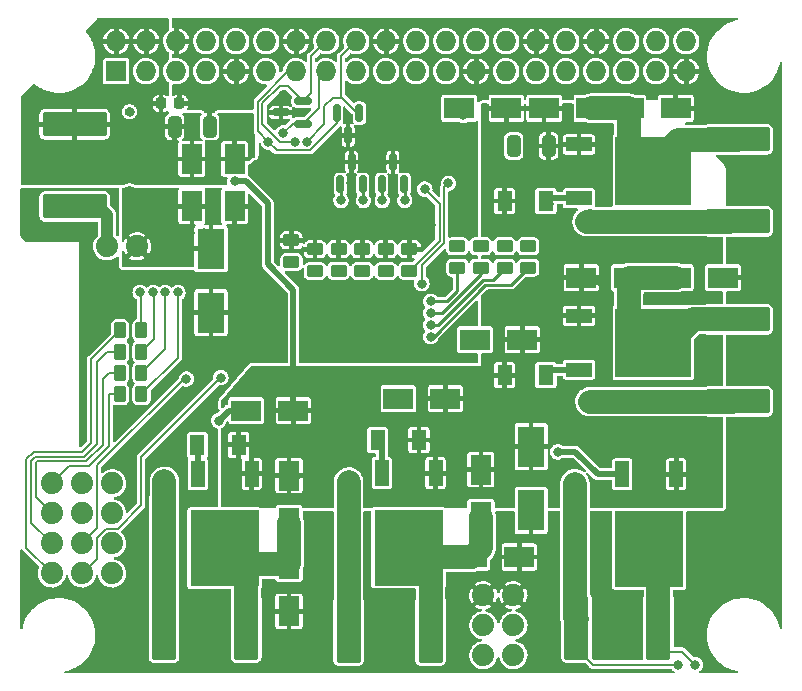
<source format=gbr>
%TF.GenerationSoftware,KiCad,Pcbnew,6.0.7+dfsg-1+b1*%
%TF.CreationDate,2022-09-05T19:20:09+01:00*%
%TF.ProjectId,owl-driver-board,6f776c2d-6472-4697-9665-722d626f6172,rev?*%
%TF.SameCoordinates,Original*%
%TF.FileFunction,Copper,L2,Bot*%
%TF.FilePolarity,Positive*%
%FSLAX46Y46*%
G04 Gerber Fmt 4.6, Leading zero omitted, Abs format (unit mm)*
G04 Created by KiCad (PCBNEW 6.0.7+dfsg-1+b1) date 2022-09-05 19:20:09*
%MOMM*%
%LPD*%
G01*
G04 APERTURE LIST*
G04 Aperture macros list*
%AMRoundRect*
0 Rectangle with rounded corners*
0 $1 Rounding radius*
0 $2 $3 $4 $5 $6 $7 $8 $9 X,Y pos of 4 corners*
0 Add a 4 corners polygon primitive as box body*
4,1,4,$2,$3,$4,$5,$6,$7,$8,$9,$2,$3,0*
0 Add four circle primitives for the rounded corners*
1,1,$1+$1,$2,$3*
1,1,$1+$1,$4,$5*
1,1,$1+$1,$6,$7*
1,1,$1+$1,$8,$9*
0 Add four rect primitives between the rounded corners*
20,1,$1+$1,$2,$3,$4,$5,0*
20,1,$1+$1,$4,$5,$6,$7,0*
20,1,$1+$1,$6,$7,$8,$9,0*
20,1,$1+$1,$8,$9,$2,$3,0*%
G04 Aperture macros list end*
%TA.AperFunction,ComponentPad*%
%ADD10R,1.727200X1.727200*%
%TD*%
%TA.AperFunction,ComponentPad*%
%ADD11O,1.727200X1.727200*%
%TD*%
%TA.AperFunction,ComponentPad*%
%ADD12C,1.879600*%
%TD*%
%TA.AperFunction,SMDPad,CuDef*%
%ADD13R,2.500000X1.800000*%
%TD*%
%TA.AperFunction,SMDPad,CuDef*%
%ADD14R,1.800000X2.500000*%
%TD*%
%TA.AperFunction,SMDPad,CuDef*%
%ADD15RoundRect,0.150000X0.587500X0.150000X-0.587500X0.150000X-0.587500X-0.150000X0.587500X-0.150000X0*%
%TD*%
%TA.AperFunction,SMDPad,CuDef*%
%ADD16RoundRect,0.250001X-0.799999X-2.474999X0.799999X-2.474999X0.799999X2.474999X-0.799999X2.474999X0*%
%TD*%
%TA.AperFunction,SMDPad,CuDef*%
%ADD17RoundRect,0.250000X-0.450000X0.262500X-0.450000X-0.262500X0.450000X-0.262500X0.450000X0.262500X0*%
%TD*%
%TA.AperFunction,SMDPad,CuDef*%
%ADD18RoundRect,0.150000X0.150000X-0.587500X0.150000X0.587500X-0.150000X0.587500X-0.150000X-0.587500X0*%
%TD*%
%TA.AperFunction,SMDPad,CuDef*%
%ADD19R,1.200000X2.200000*%
%TD*%
%TA.AperFunction,SMDPad,CuDef*%
%ADD20R,5.800000X6.400000*%
%TD*%
%TA.AperFunction,SMDPad,CuDef*%
%ADD21R,1.300000X1.700000*%
%TD*%
%TA.AperFunction,SMDPad,CuDef*%
%ADD22RoundRect,0.250000X0.262500X0.450000X-0.262500X0.450000X-0.262500X-0.450000X0.262500X-0.450000X0*%
%TD*%
%TA.AperFunction,SMDPad,CuDef*%
%ADD23RoundRect,0.250000X-0.325000X-0.650000X0.325000X-0.650000X0.325000X0.650000X-0.325000X0.650000X0*%
%TD*%
%TA.AperFunction,SMDPad,CuDef*%
%ADD24RoundRect,0.225000X-0.225000X-0.250000X0.225000X-0.250000X0.225000X0.250000X-0.225000X0.250000X0*%
%TD*%
%TA.AperFunction,SMDPad,CuDef*%
%ADD25R,2.300000X3.500000*%
%TD*%
%TA.AperFunction,SMDPad,CuDef*%
%ADD26R,2.200000X1.200000*%
%TD*%
%TA.AperFunction,SMDPad,CuDef*%
%ADD27R,6.400000X5.800000*%
%TD*%
%TA.AperFunction,SMDPad,CuDef*%
%ADD28RoundRect,0.250001X-2.474999X0.799999X-2.474999X-0.799999X2.474999X-0.799999X2.474999X0.799999X0*%
%TD*%
%TA.AperFunction,SMDPad,CuDef*%
%ADD29RoundRect,0.250001X0.799999X2.474999X-0.799999X2.474999X-0.799999X-2.474999X0.799999X-2.474999X0*%
%TD*%
%TA.AperFunction,SMDPad,CuDef*%
%ADD30RoundRect,0.150000X-0.150000X0.587500X-0.150000X-0.587500X0.150000X-0.587500X0.150000X0.587500X0*%
%TD*%
%TA.AperFunction,SMDPad,CuDef*%
%ADD31RoundRect,0.250000X0.325000X0.650000X-0.325000X0.650000X-0.325000X-0.650000X0.325000X-0.650000X0*%
%TD*%
%TA.AperFunction,SMDPad,CuDef*%
%ADD32RoundRect,0.250001X2.474999X-0.799999X2.474999X0.799999X-2.474999X0.799999X-2.474999X-0.799999X0*%
%TD*%
%TA.AperFunction,ViaPad*%
%ADD33C,0.800000*%
%TD*%
%TA.AperFunction,ViaPad*%
%ADD34C,1.000000*%
%TD*%
%TA.AperFunction,Conductor*%
%ADD35C,0.200000*%
%TD*%
%TA.AperFunction,Conductor*%
%ADD36C,0.500000*%
%TD*%
%TA.AperFunction,Conductor*%
%ADD37C,2.000000*%
%TD*%
%TA.AperFunction,Conductor*%
%ADD38C,0.250000*%
%TD*%
%TA.AperFunction,Conductor*%
%ADD39C,1.000000*%
%TD*%
G04 APERTURE END LIST*
D10*
%TO.P,J2,1,3.3V*%
%TO.N,+3V3*%
X8370000Y-5270000D03*
D11*
%TO.P,J2,2,5V*%
%TO.N,Net-(C10-Pad1)*%
X8370000Y-2730000D03*
%TO.P,J2,3,SDA*%
%TO.N,I2C_SDA*%
X10910000Y-5270000D03*
%TO.P,J2,4,5V*%
%TO.N,Net-(C10-Pad1)*%
X10910000Y-2730000D03*
%TO.P,J2,5,SCL*%
%TO.N,I2C_SCL*%
X13450000Y-5270000D03*
%TO.P,J2,6,GND*%
%TO.N,GND*%
X13450000Y-2730000D03*
%TO.P,J2,7,GP4*%
%TO.N,unconnected-(J2-Pad7)*%
X15990000Y-5270000D03*
%TO.P,J2,8,TXO*%
%TO.N,unconnected-(J2-Pad8)*%
X15990000Y-2730000D03*
%TO.P,J2,9,GND*%
%TO.N,GND*%
X18530000Y-5270000D03*
%TO.P,J2,10,RXI*%
%TO.N,unconnected-(J2-Pad10)*%
X18530000Y-2730000D03*
%TO.P,J2,11,GP17*%
%TO.N,unconnected-(J2-Pad11)*%
X21070000Y-5270000D03*
%TO.P,J2,12,GP18#*%
%TO.N,unconnected-(J2-Pad12)*%
X21070000Y-2730000D03*
%TO.P,J2,13,GP27*%
%TO.N,Net-(D34-Pad1)*%
X23610000Y-5270000D03*
%TO.P,J2,14,GND*%
%TO.N,GND*%
X23610000Y-2730000D03*
%TO.P,J2,15,GP22*%
%TO.N,Net-(D35-Pad2)*%
X26150000Y-5270000D03*
%TO.P,J2,16,GP23*%
%TO.N,Net-(D35-Pad1)*%
X26150000Y-2730000D03*
%TO.P,J2,17,3.3V*%
%TO.N,+3V3*%
X28690000Y-5270000D03*
%TO.P,J2,18,GP24*%
%TO.N,Net-(D34-Pad2)*%
X28690000Y-2730000D03*
%TO.P,J2,19,MOSI*%
%TO.N,unconnected-(J2-Pad19)*%
X31230000Y-5270000D03*
%TO.P,J2,20,GND*%
%TO.N,GND*%
X31230000Y-2730000D03*
%TO.P,J2,21,MISO*%
%TO.N,unconnected-(J2-Pad21)*%
X33770000Y-5270000D03*
%TO.P,J2,22,GP25*%
%TO.N,OE*%
X33770000Y-2730000D03*
%TO.P,J2,23,SCLK*%
%TO.N,unconnected-(J2-Pad23)*%
X36310000Y-5270000D03*
%TO.P,J2,24,CE0*%
%TO.N,unconnected-(J2-Pad24)*%
X36310000Y-2730000D03*
%TO.P,J2,25,GND*%
%TO.N,GND*%
X38850000Y-5270000D03*
%TO.P,J2,26,CE1*%
%TO.N,unconnected-(J2-Pad26)*%
X38850000Y-2730000D03*
%TO.P,J2,27,ID_SD*%
%TO.N,unconnected-(J2-Pad27)*%
X41390000Y-5270000D03*
%TO.P,J2,28,ID_SC*%
%TO.N,unconnected-(J2-Pad28)*%
X41390000Y-2730000D03*
%TO.P,J2,29,GP5*%
%TO.N,unconnected-(J2-Pad29)*%
X43930000Y-5270000D03*
%TO.P,J2,30,GND*%
%TO.N,GND*%
X43930000Y-2730000D03*
%TO.P,J2,31,GP6*%
%TO.N,unconnected-(J2-Pad31)*%
X46470000Y-5270000D03*
%TO.P,J2,32,GP12*%
%TO.N,unconnected-(J2-Pad32)*%
X46470000Y-2730000D03*
%TO.P,J2,33,GP13*%
%TO.N,unconnected-(J2-Pad33)*%
X49010000Y-5270000D03*
%TO.P,J2,34,GND*%
%TO.N,GND*%
X49010000Y-2730000D03*
%TO.P,J2,35,GP19*%
%TO.N,unconnected-(J2-Pad35)*%
X51550000Y-5270000D03*
%TO.P,J2,36,GP16*%
%TO.N,unconnected-(J2-Pad36)*%
X51550000Y-2730000D03*
%TO.P,J2,37,GP26*%
%TO.N,unconnected-(J2-Pad37)*%
X54090000Y-5270000D03*
%TO.P,J2,38,GP20*%
%TO.N,unconnected-(J2-Pad38)*%
X54090000Y-2730000D03*
%TO.P,J2,39,GND*%
%TO.N,GND*%
X56630000Y-5270000D03*
%TO.P,J2,40,GP21*%
%TO.N,unconnected-(J2-Pad40)*%
X56630000Y-2730000D03*
%TD*%
D12*
%TO.P,J10,1,1*%
%TO.N,VIN*%
X41999379Y-54706800D03*
%TO.P,J10,2,2*%
X39459379Y-54706800D03*
%TO.P,J10,3,3*%
%TO.N,unconnected-(J10-Pad3)*%
X41999379Y-52166800D03*
%TO.P,J10,4,4*%
%TO.N,unconnected-(J10-Pad4)*%
X39459379Y-52166800D03*
%TO.P,J10,5,5*%
%TO.N,GND*%
X41999379Y-49626800D03*
%TO.P,J10,6,6*%
X39459379Y-49626800D03*
%TD*%
%TO.P,J1,1,1*%
%TO.N,PI4*%
X2920000Y-40170000D03*
%TO.P,J1,2,2*%
%TO.N,PI3*%
X2920000Y-42710000D03*
%TO.P,J1,3,3*%
%TO.N,PI2*%
X2920000Y-45250000D03*
%TO.P,J1,4,4*%
%TO.N,PI1*%
X2920000Y-47790000D03*
%TD*%
%TO.P,J6,1,1*%
%TO.N,INPUT1*%
X8020000Y-47790000D03*
%TO.P,J6,2,2*%
%TO.N,MOSFET1*%
X5480000Y-47790000D03*
%TO.P,J6,3,3*%
%TO.N,INPUT2*%
X8020000Y-45250000D03*
%TO.P,J6,4,4*%
%TO.N,MOSFET2*%
X5480000Y-45250000D03*
%TO.P,J6,5,5*%
%TO.N,INPUT3*%
X8020000Y-42710000D03*
%TO.P,J6,6,6*%
%TO.N,MOSFET3*%
X5480000Y-42710000D03*
%TO.P,J6,7,7*%
%TO.N,INPUT4*%
X8020000Y-40170000D03*
%TO.P,J6,8,8*%
%TO.N,MOSFET4*%
X5480000Y-40170000D03*
%TD*%
%TO.P,J9,1,1*%
%TO.N,+5V*%
X10140000Y-20090000D03*
%TO.P,J9,2,2*%
%TO.N,PI_5V0*%
X7600000Y-20090000D03*
%TD*%
D13*
%TO.P,D24,1,A*%
%TO.N,GND*%
X55750000Y-8400000D03*
%TO.P,D24,2,C*%
%TO.N,Net-(D22-Pad1)*%
X51750000Y-8400000D03*
%TD*%
D14*
%TO.P,D8,1,A*%
%TO.N,Net-(D10-Pad2)*%
X23000000Y-43500000D03*
%TO.P,D8,2,C*%
%TO.N,VCC*%
X23000000Y-39500000D03*
%TD*%
D15*
%TO.P,D35,1,K*%
%TO.N,Net-(D35-Pad1)*%
X24187500Y-7800000D03*
%TO.P,D35,2,K*%
%TO.N,Net-(D35-Pad2)*%
X24187500Y-9700000D03*
%TO.P,D35,3,A*%
%TO.N,GND*%
X22312500Y-8750000D03*
%TD*%
D16*
%TO.P,F1,1*%
%TO.N,VIN*%
X47325000Y-52400000D03*
%TO.P,F1,2*%
%TO.N,Net-(D1-Pad2)*%
X54275000Y-52400000D03*
%TD*%
D17*
%TO.P,R25,1,1*%
%TO.N,Net-(D33-Pad1)*%
X41250000Y-20087500D03*
%TO.P,R25,2,2*%
%TO.N,INPUT2*%
X41250000Y-21912500D03*
%TD*%
D13*
%TO.P,D22,1,A*%
%TO.N,Net-(D22-Pad1)*%
X48600000Y-8400000D03*
%TO.P,D22,2,C*%
%TO.N,VCC*%
X44600000Y-8400000D03*
%TD*%
D18*
%TO.P,D32,1,K*%
%TO.N,Net-(D32-Pad1)*%
X32750000Y-14837500D03*
%TO.P,D32,2,K*%
%TO.N,Net-(D32-Pad2)*%
X30850000Y-14837500D03*
%TO.P,D32,3,A*%
%TO.N,GND*%
X31800000Y-12962500D03*
%TD*%
D19*
%TO.P,Q6,1,G*%
%TO.N,Net-(D17-Pad2)*%
X30845000Y-39300000D03*
D20*
%TO.P,Q6,2,D*%
%TO.N,Net-(D21-Pad1)*%
X33125000Y-45600000D03*
D19*
%TO.P,Q6,3,S*%
%TO.N,VCC*%
X35405000Y-39300000D03*
%TD*%
D14*
%TO.P,D10,1,A*%
%TO.N,GND*%
X23000000Y-51000000D03*
%TO.P,D10,2,C*%
%TO.N,Net-(D10-Pad2)*%
X23000000Y-47000000D03*
%TD*%
D17*
%TO.P,R35,1,1*%
%TO.N,GND*%
X27200000Y-20337500D03*
%TO.P,R35,2,2*%
%TO.N,Net-(JP3-Pad2)*%
X27200000Y-22162500D03*
%TD*%
D14*
%TO.P,D30,1,A*%
%TO.N,Net-(C10-Pad1)*%
X14780000Y-12700000D03*
%TO.P,D30,2,C*%
%TO.N,+5V*%
X14780000Y-16700000D03*
%TD*%
D21*
%TO.P,D17,1,K*%
%TO.N,VCC*%
X34000000Y-36500000D03*
%TO.P,D17,2,A*%
%TO.N,Net-(D17-Pad2)*%
X30500000Y-36500000D03*
%TD*%
D22*
%TO.P,R38,1,1*%
%TO.N,Net-(D34-Pad1)*%
X10512500Y-27200000D03*
%TO.P,R38,2,2*%
%TO.N,PI1*%
X8687500Y-27200000D03*
%TD*%
D21*
%TO.P,D3,1,K*%
%TO.N,VCC*%
X41250000Y-31000000D03*
%TO.P,D3,2,A*%
%TO.N,Net-(D3-Pad2)*%
X44750000Y-31000000D03*
%TD*%
D14*
%TO.P,D21,1,A*%
%TO.N,Net-(D21-Pad1)*%
X39250000Y-43000000D03*
%TO.P,D21,2,C*%
%TO.N,VCC*%
X39250000Y-39000000D03*
%TD*%
D23*
%TO.P,C10,1*%
%TO.N,Net-(C10-Pad1)*%
X13325000Y-9975000D03*
%TO.P,C10,2*%
%TO.N,GND*%
X16275000Y-9975000D03*
%TD*%
D21*
%TO.P,D2,1,K*%
%TO.N,VCC*%
X18750000Y-36900000D03*
%TO.P,D2,2,A*%
%TO.N,Net-(D2-Pad2)*%
X15250000Y-36900000D03*
%TD*%
D13*
%TO.P,D25,1,A*%
%TO.N,Net-(D25-Pad1)*%
X32250000Y-33000000D03*
%TO.P,D25,2,C*%
%TO.N,VCC*%
X36250000Y-33000000D03*
%TD*%
D19*
%TO.P,Q2,1,G*%
%TO.N,Net-(D2-Pad2)*%
X15270000Y-39350000D03*
D20*
%TO.P,Q2,2,D*%
%TO.N,Net-(D10-Pad2)*%
X17550000Y-45650000D03*
D19*
%TO.P,Q2,3,S*%
%TO.N,VCC*%
X19830000Y-39350000D03*
%TD*%
D24*
%TO.P,C11,1*%
%TO.N,Net-(C10-Pad1)*%
X12175000Y-8000000D03*
%TO.P,C11,2*%
%TO.N,GND*%
X13725000Y-8000000D03*
%TD*%
D22*
%TO.P,R31,1,1*%
%TO.N,Net-(D34-Pad2)*%
X10512500Y-32600000D03*
%TO.P,R31,2,2*%
%TO.N,PI4*%
X8687500Y-32600000D03*
%TD*%
D21*
%TO.P,D18,1,K*%
%TO.N,VCC*%
X41250000Y-16250000D03*
%TO.P,D18,2,A*%
%TO.N,Net-(D18-Pad2)*%
X44750000Y-16250000D03*
%TD*%
D13*
%TO.P,D11,1,A*%
%TO.N,GND*%
X59750000Y-22750000D03*
%TO.P,D11,2,C*%
%TO.N,Net-(D11-Pad2)*%
X55750000Y-22750000D03*
%TD*%
D17*
%TO.P,R26,1,1*%
%TO.N,Net-(D32-Pad2)*%
X39250000Y-20087500D03*
%TO.P,R26,2,2*%
%TO.N,INPUT3*%
X39250000Y-21912500D03*
%TD*%
D13*
%TO.P,D9,1,A*%
%TO.N,Net-(D11-Pad2)*%
X51750000Y-22750000D03*
%TO.P,D9,2,C*%
%TO.N,VCC*%
X47750000Y-22750000D03*
%TD*%
D17*
%TO.P,R24,1,1*%
%TO.N,Net-(D33-Pad2)*%
X43250000Y-20087500D03*
%TO.P,R24,2,2*%
%TO.N,INPUT1*%
X43250000Y-21912500D03*
%TD*%
D13*
%TO.P,D26,1,A*%
%TO.N,Net-(D26-Pad1)*%
X37400000Y-8400000D03*
%TO.P,D26,2,C*%
%TO.N,VCC*%
X41400000Y-8400000D03*
%TD*%
D25*
%TO.P,D7,1,A1*%
%TO.N,VCC*%
X43500000Y-37050000D03*
%TO.P,D7,2,A2*%
%TO.N,GND*%
X43500000Y-42450000D03*
%TD*%
D26*
%TO.P,Q3,1,G*%
%TO.N,Net-(D3-Pad2)*%
X47550000Y-30530000D03*
D27*
%TO.P,Q3,2,D*%
%TO.N,Net-(D11-Pad2)*%
X53850000Y-28250000D03*
D26*
%TO.P,Q3,3,S*%
%TO.N,VCC*%
X47550000Y-25970000D03*
%TD*%
D22*
%TO.P,R30,1,1*%
%TO.N,Net-(D35-Pad1)*%
X10512500Y-30800000D03*
%TO.P,R30,2,2*%
%TO.N,PI3*%
X8687500Y-30800000D03*
%TD*%
D28*
%TO.P,F5,1*%
%TO.N,Net-(D22-Pad1)*%
X61000000Y-11025000D03*
%TO.P,F5,2*%
%TO.N,OUT4*%
X61000000Y-17975000D03*
%TD*%
D17*
%TO.P,R36,1,1*%
%TO.N,GND*%
X25200000Y-20350000D03*
%TO.P,R36,2,2*%
%TO.N,Net-(JP2-Pad2)*%
X25200000Y-22175000D03*
%TD*%
%TO.P,R34,1,1*%
%TO.N,GND*%
X29200000Y-20350000D03*
%TO.P,R34,2,2*%
%TO.N,Net-(JP4-Pad2)*%
X29200000Y-22175000D03*
%TD*%
D29*
%TO.P,F4,1*%
%TO.N,Net-(D21-Pad1)*%
X35000000Y-52650000D03*
%TO.P,F4,2*%
%TO.N,OUT2*%
X28050000Y-52650000D03*
%TD*%
D18*
%TO.P,D33,1,K*%
%TO.N,Net-(D33-Pad1)*%
X29250000Y-14837500D03*
%TO.P,D33,2,K*%
%TO.N,Net-(D33-Pad2)*%
X27350000Y-14837500D03*
%TO.P,D33,3,A*%
%TO.N,GND*%
X28300000Y-12962500D03*
%TD*%
D17*
%TO.P,R33,1,1*%
%TO.N,GND*%
X31200000Y-20350000D03*
%TO.P,R33,2,2*%
%TO.N,Net-(JP5-Pad2)*%
X31200000Y-22175000D03*
%TD*%
%TO.P,R32,1,1*%
%TO.N,GND*%
X33200000Y-20337500D03*
%TO.P,R32,2,2*%
%TO.N,Net-(JP6-Pad2)*%
X33200000Y-22162500D03*
%TD*%
D19*
%TO.P,Q1,1,G*%
%TO.N,Net-(D6-Pad2)*%
X51220000Y-39400000D03*
D20*
%TO.P,Q1,2,D*%
%TO.N,Net-(D1-Pad2)*%
X53500000Y-45700000D03*
D19*
%TO.P,Q1,3,S*%
%TO.N,VCC*%
X55780000Y-39400000D03*
%TD*%
D13*
%TO.P,D13,1,A*%
%TO.N,Net-(D13-Pad1)*%
X38750000Y-28000000D03*
%TO.P,D13,2,C*%
%TO.N,VCC*%
X42750000Y-28000000D03*
%TD*%
%TO.P,D23,1,A*%
%TO.N,GND*%
X42500000Y-46400000D03*
%TO.P,D23,2,C*%
%TO.N,Net-(D21-Pad1)*%
X38500000Y-46400000D03*
%TD*%
D17*
%TO.P,R27,1,1*%
%TO.N,Net-(D32-Pad1)*%
X37250000Y-20087500D03*
%TO.P,R27,2,2*%
%TO.N,INPUT4*%
X37250000Y-21912500D03*
%TD*%
D22*
%TO.P,R29,1,1*%
%TO.N,Net-(D35-Pad2)*%
X10512500Y-29000000D03*
%TO.P,R29,2,2*%
%TO.N,PI2*%
X8687500Y-29000000D03*
%TD*%
D17*
%TO.P,R37,1,1*%
%TO.N,GND*%
X23200000Y-19587500D03*
%TO.P,R37,2,2*%
%TO.N,Net-(JP1-Pad2)*%
X23200000Y-21412500D03*
%TD*%
D30*
%TO.P,D34,1,K*%
%TO.N,Net-(D34-Pad1)*%
X27050000Y-8812500D03*
%TO.P,D34,2,K*%
%TO.N,Net-(D34-Pad2)*%
X28950000Y-8812500D03*
%TO.P,D34,3,A*%
%TO.N,GND*%
X28000000Y-10687500D03*
%TD*%
D31*
%TO.P,C2,1*%
%TO.N,VCC*%
X44975000Y-11600000D03*
%TO.P,C2,2*%
%TO.N,GND*%
X42025000Y-11600000D03*
%TD*%
D29*
%TO.P,F2,1*%
%TO.N,Net-(D10-Pad2)*%
X19375000Y-52400000D03*
%TO.P,F2,2*%
%TO.N,OUT1*%
X12425000Y-52400000D03*
%TD*%
D32*
%TO.P,F6,1*%
%TO.N,PI_5V0*%
X4850000Y-16700000D03*
%TO.P,F6,2*%
%TO.N,Net-(C10-Pad1)*%
X4850000Y-9750000D03*
%TD*%
D26*
%TO.P,Q7,1,G*%
%TO.N,Net-(D18-Pad2)*%
X47550000Y-16030000D03*
D27*
%TO.P,Q7,2,D*%
%TO.N,Net-(D22-Pad1)*%
X53850000Y-13750000D03*
D26*
%TO.P,Q7,3,S*%
%TO.N,VCC*%
X47550000Y-11470000D03*
%TD*%
D14*
%TO.P,D31,1,A*%
%TO.N,GND*%
X18400000Y-16700000D03*
%TO.P,D31,2,C*%
%TO.N,Net-(C10-Pad1)*%
X18400000Y-12700000D03*
%TD*%
D13*
%TO.P,D12,1,A*%
%TO.N,Net-(D12-Pad1)*%
X19375000Y-34000000D03*
%TO.P,D12,2,C*%
%TO.N,VCC*%
X23375000Y-34000000D03*
%TD*%
D25*
%TO.P,D16,1,K*%
%TO.N,+5V*%
X16400000Y-20300000D03*
%TO.P,D16,2,A*%
%TO.N,GND*%
X16400000Y-25700000D03*
%TD*%
D28*
%TO.P,F3,1*%
%TO.N,Net-(D11-Pad2)*%
X61000000Y-26275000D03*
%TO.P,F3,2*%
%TO.N,OUT3*%
X61000000Y-33225000D03*
%TD*%
D33*
%TO.N,GND*%
X21250000Y-51750000D03*
X21250000Y-50750000D03*
%TO.N,VCC*%
X49250001Y-37499999D03*
%TO.N,Net-(D6-Pad2)*%
X45750001Y-37499999D03*
%TO.N,Net-(D25-Pad1)*%
X32250000Y-32912500D03*
%TO.N,VCC*%
X45000000Y-13250000D03*
X49250000Y-23000000D03*
D34*
X39250000Y-39250000D03*
D33*
X18400000Y-14600000D03*
X33901745Y-36500000D03*
D34*
X23500000Y-39500000D03*
D33*
X18862500Y-36850000D03*
X45000000Y-29000000D03*
%TO.N,GND*%
X31200000Y-28200000D03*
X20200000Y-13200000D03*
D34*
X57750000Y-43500000D03*
D33*
X23400000Y-18000000D03*
D34*
X50400000Y-54600000D03*
D33*
X3750000Y-19000000D03*
D34*
X31800000Y-51000000D03*
D33*
X22500000Y-7250000D03*
X22200000Y-18000000D03*
D34*
X16200000Y-51000000D03*
D33*
X18800000Y-16200000D03*
D34*
X16200000Y-53400000D03*
X31800000Y-53400000D03*
D33*
X31200000Y-29400000D03*
X20200000Y-19800000D03*
X26250000Y-14000000D03*
D34*
X16200000Y-54600000D03*
X16000000Y-41500000D03*
D33*
X20000000Y-28200000D03*
X33200000Y-29400000D03*
X5750000Y-19000000D03*
X22400000Y-29400000D03*
X18800000Y-28200000D03*
X14510072Y-32632727D03*
X17600000Y-29400000D03*
X42000000Y-11500000D03*
D34*
X50400000Y-53400000D03*
D33*
X21200000Y-28200000D03*
X21200000Y-29400000D03*
X28250000Y-14750000D03*
X34000000Y-16500000D03*
D34*
X16200000Y-52200000D03*
D33*
X33200000Y-28200000D03*
D34*
X31800000Y-52200000D03*
D33*
X35000000Y-18250000D03*
X18000000Y-17000000D03*
X20200000Y-21000000D03*
X34250000Y-14000000D03*
X4750000Y-19000000D03*
X18800000Y-29400000D03*
X20000000Y-29400000D03*
D34*
X50400000Y-52200000D03*
D33*
X20200000Y-14200000D03*
X22400000Y-28200000D03*
X15400000Y-30400000D03*
X23200000Y-19600000D03*
D34*
X31800000Y-54600000D03*
D33*
%TO.N,+5V*%
X9500000Y-15400000D03*
X14600000Y-20200000D03*
X9500000Y-8700000D03*
X13400000Y-20200000D03*
X13400000Y-19000000D03*
X12200000Y-19000000D03*
X14600000Y-16800000D03*
X12200000Y-20200000D03*
X14600000Y-19000000D03*
X15800000Y-19000000D03*
%TO.N,Net-(C10-Pad1)*%
X2700000Y-9750000D03*
%TO.N,Net-(D2-Pad2)*%
X15250000Y-36900000D03*
%TO.N,Net-(D3-Pad2)*%
X44900000Y-30937500D03*
%TO.N,Net-(D17-Pad2)*%
X30500000Y-36500000D03*
%TO.N,Net-(D18-Pad2)*%
X45000000Y-16500000D03*
%TO.N,Net-(D32-Pad1)*%
X37250000Y-20000000D03*
X32800000Y-16200000D03*
%TO.N,Net-(D32-Pad2)*%
X38999998Y-20087500D03*
X30900000Y-16200000D03*
%TO.N,Net-(D33-Pad1)*%
X29300000Y-16200000D03*
X41250000Y-20087500D03*
%TO.N,Net-(D33-Pad2)*%
X27400000Y-16200000D03*
X43250000Y-20087500D03*
D34*
%TO.N,VIN*%
X47200000Y-53161281D03*
X47200000Y-51838002D03*
X47200000Y-54400000D03*
X47200000Y-41400000D03*
X47200000Y-40200000D03*
X47200000Y-42600000D03*
X47200000Y-50588002D03*
D33*
X55944234Y-55502050D03*
D34*
%TO.N,OUT1*%
X12425000Y-41341982D03*
X12500000Y-51750000D03*
X12500000Y-53000000D03*
X12425000Y-42575000D03*
X12500000Y-54250000D03*
X12500000Y-50500000D03*
X12425000Y-40108964D03*
%TO.N,OUT3*%
X48500000Y-33250000D03*
X51000000Y-33250000D03*
X63000000Y-33250000D03*
X60500000Y-33250000D03*
X59250000Y-33250000D03*
X61750000Y-33250000D03*
X49750000Y-33250000D03*
%TO.N,OUT2*%
X28128007Y-41211308D03*
X28086300Y-54280571D03*
X28128007Y-42461308D03*
X28086300Y-51730571D03*
X28086300Y-50480571D03*
X28128007Y-40061308D03*
X28086300Y-52924019D03*
%TO.N,OUT4*%
X60250000Y-18000000D03*
X61500000Y-18000000D03*
X50750000Y-18000000D03*
X49500000Y-18000000D03*
X48250000Y-18000000D03*
X59000000Y-18000000D03*
X62750000Y-18000000D03*
D33*
%TO.N,PI_5V0*%
X5500000Y-17200000D03*
%TO.N,Net-(D10-Pad2)*%
X15750000Y-48000000D03*
%TO.N,Net-(D11-Pad2)*%
X56250000Y-30250000D03*
%TO.N,Net-(D21-Pad1)*%
X31000000Y-48250000D03*
%TO.N,Net-(D22-Pad1)*%
X56250000Y-15750000D03*
%TO.N,INPUT1*%
X35000000Y-27750000D03*
%TO.N,MOSFET1*%
X17225000Y-31212500D03*
%TO.N,INPUT2*%
X35000000Y-26750000D03*
%TO.N,MOSFET2*%
X14321030Y-31321030D03*
%TO.N,INPUT3*%
X35000000Y-25750000D03*
%TO.N,INPUT4*%
X35000000Y-24750497D03*
%TO.N,MOSFET4*%
X36500000Y-14750000D03*
X34250000Y-23250000D03*
%TO.N,Net-(JP6-Pad2)*%
X34500000Y-15250000D03*
X33205477Y-22169897D03*
%TO.N,Net-(JP5-Pad2)*%
X31205477Y-22182397D03*
%TO.N,Net-(JP4-Pad2)*%
X29205477Y-22182397D03*
%TO.N,Net-(JP3-Pad2)*%
X27242258Y-22173573D03*
%TO.N,Net-(JP2-Pad2)*%
X25201088Y-22168407D03*
%TO.N,Net-(JP1-Pad2)*%
X23250000Y-21412500D03*
%TO.N,Net-(D34-Pad1)*%
X10400000Y-24000000D03*
X21250000Y-11250000D03*
%TO.N,Net-(D34-Pad2)*%
X13600000Y-24000000D03*
X24500000Y-11250000D03*
%TO.N,Net-(D12-Pad1)*%
X17037500Y-34850000D03*
%TO.N,Net-(D13-Pad1)*%
X38800000Y-28400000D03*
%TO.N,Net-(D35-Pad1)*%
X23500000Y-11250000D03*
X12500000Y-24000000D03*
%TO.N,Net-(D35-Pad2)*%
X11500000Y-24000000D03*
X22500000Y-10500000D03*
%TO.N,Net-(D26-Pad1)*%
X37750000Y-9000000D03*
%TO.N,Net-(D1-Pad2)*%
X57412705Y-55504790D03*
%TD*%
D35*
%TO.N,Net-(D35-Pad1)*%
X24187500Y-7800000D02*
X24868761Y-7118739D01*
X24868761Y-7118739D02*
X24868761Y-4011239D01*
X24868761Y-4011239D02*
X26150000Y-2730000D01*
%TO.N,Net-(D34-Pad2)*%
X28690000Y-2730000D02*
X27411034Y-4008966D01*
X27411034Y-4008966D02*
X27411034Y-7411034D01*
X27411034Y-7411034D02*
X27526400Y-7526400D01*
%TO.N,Net-(D34-Pad1)*%
X27050000Y-8812500D02*
X27050000Y-9689243D01*
X27050000Y-9689243D02*
X24789743Y-11949500D01*
X24789743Y-11949500D02*
X21949500Y-11949500D01*
X21949500Y-11949500D02*
X21250000Y-11250000D01*
D36*
%TO.N,Net-(D12-Pad1)*%
X17037500Y-34850000D02*
X17887500Y-34000000D01*
X17887500Y-34000000D02*
X18375000Y-34000000D01*
%TO.N,VCC*%
X23375000Y-34000000D02*
X23375000Y-23775000D01*
X19350000Y-14600000D02*
X18400000Y-14600000D01*
X23375000Y-23775000D02*
X21200000Y-21600000D01*
X21200000Y-21600000D02*
X21200000Y-16450000D01*
X21200000Y-16450000D02*
X19350000Y-14600000D01*
D37*
%TO.N,Net-(D10-Pad2)*%
X23000000Y-43500000D02*
X23000000Y-47000000D01*
X23000000Y-47000000D02*
X18900000Y-47000000D01*
D36*
%TO.N,Net-(D6-Pad2)*%
X49150000Y-39400000D02*
X47249999Y-37499999D01*
X47249999Y-37499999D02*
X45750001Y-37499999D01*
X51220000Y-39400000D02*
X49150000Y-39400000D01*
D37*
%TO.N,Net-(D21-Pad1)*%
X39250000Y-43000000D02*
X39250000Y-45650000D01*
X39250000Y-45650000D02*
X38500000Y-46400000D01*
X38500000Y-46400000D02*
X33925000Y-46400000D01*
%TO.N,Net-(D11-Pad2)*%
X51750000Y-22750000D02*
X55750000Y-22750000D01*
X51750000Y-22750000D02*
X51750000Y-26150000D01*
X51750000Y-26150000D02*
X53850000Y-28250000D01*
D38*
%TO.N,INPUT3*%
X39250000Y-21912500D02*
X39250000Y-22478620D01*
X39250000Y-22478620D02*
X35978620Y-25750000D01*
X35978620Y-25750000D02*
X35000000Y-25750000D01*
%TO.N,INPUT2*%
X35614310Y-26750000D02*
X35000000Y-26750000D01*
X41250000Y-21912500D02*
X40239623Y-22922877D01*
X40239623Y-22922877D02*
X39441433Y-22922877D01*
X39441433Y-22922877D02*
X35614310Y-26750000D01*
%TO.N,INPUT1*%
X43250000Y-21912500D02*
X41790122Y-23372378D01*
X41790122Y-23372378D02*
X39627622Y-23372378D01*
X39627622Y-23372378D02*
X35250000Y-27750000D01*
X35250000Y-27750000D02*
X35000000Y-27750000D01*
D36*
%TO.N,Net-(D18-Pad2)*%
X44970000Y-16030000D02*
X47550000Y-16030000D01*
D37*
%TO.N,Net-(D22-Pad1)*%
X51750000Y-8400000D02*
X51750000Y-11650000D01*
X51750000Y-11650000D02*
X53850000Y-13750000D01*
D36*
%TO.N,Net-(D2-Pad2)*%
X15270000Y-39350000D02*
X15270000Y-36920000D01*
%TO.N,Net-(D3-Pad2)*%
X44900000Y-30937500D02*
X45307500Y-30530000D01*
X45307500Y-30530000D02*
X47550000Y-30530000D01*
%TO.N,Net-(D17-Pad2)*%
X30845000Y-39300000D02*
X30845000Y-37170000D01*
D38*
%TO.N,Net-(D32-Pad1)*%
X32800000Y-16200000D02*
X32800000Y-14887500D01*
%TO.N,Net-(D32-Pad2)*%
X30900000Y-14887500D02*
X30900000Y-16200000D01*
%TO.N,Net-(D33-Pad1)*%
X29300000Y-16200000D02*
X29300000Y-14887500D01*
%TO.N,Net-(D33-Pad2)*%
X27400000Y-16200000D02*
X27400000Y-14887500D01*
D35*
%TO.N,VIN*%
X55944234Y-55502050D02*
X48702050Y-55502050D01*
X48702050Y-55502050D02*
X47400000Y-54200000D01*
D37*
X47200000Y-41600000D02*
X47200000Y-40200000D01*
X47200000Y-43000000D02*
X47200000Y-41600000D01*
X47200000Y-40200000D02*
X47200000Y-40600000D01*
X47200000Y-51438002D02*
X47200000Y-43000000D01*
X47400000Y-51638002D02*
X47200000Y-51438002D01*
%TO.N,OUT1*%
X12425000Y-52400000D02*
X12425000Y-42575000D01*
X12425000Y-42575000D02*
X12425000Y-41418448D01*
X12449998Y-41393450D02*
X12449998Y-40359285D01*
X12425000Y-41418448D02*
X12449998Y-41393450D01*
X12448820Y-40000000D02*
X12448820Y-40358107D01*
%TO.N,OUT3*%
X59250000Y-33250000D02*
X51000000Y-33250000D01*
X60500000Y-33250000D02*
X59250000Y-33250000D01*
X51000000Y-33250000D02*
X49750000Y-33250000D01*
X49750000Y-33250000D02*
X48500000Y-33250000D01*
%TO.N,OUT2*%
X28050000Y-42450000D02*
X28050000Y-41200000D01*
X28050000Y-51700000D02*
X28050000Y-50450000D01*
X28050000Y-41200000D02*
X28050000Y-40050000D01*
X28050000Y-50450000D02*
X28050000Y-42450000D01*
%TO.N,OUT4*%
X50750000Y-18000000D02*
X49500000Y-18000000D01*
X49500000Y-18000000D02*
X48250000Y-18000000D01*
X48250000Y-18000000D02*
X48475000Y-17975000D01*
X60250000Y-18000000D02*
X59000000Y-18000000D01*
X59000000Y-18000000D02*
X50750000Y-18000000D01*
D39*
%TO.N,PI_5V0*%
X7600000Y-17400000D02*
X7600000Y-20090000D01*
X6900000Y-16700000D02*
X7600000Y-17400000D01*
D37*
%TO.N,Net-(D10-Pad2)*%
X19375000Y-52400000D02*
X19375000Y-47475000D01*
%TO.N,Net-(D11-Pad2)*%
X55250000Y-28250000D02*
X57225000Y-26275000D01*
X57225000Y-26275000D02*
X61000000Y-26275000D01*
%TO.N,Net-(D21-Pad1)*%
X35000000Y-52650000D02*
X35000000Y-47475000D01*
%TO.N,Net-(D22-Pad1)*%
X61000000Y-11025000D02*
X60925000Y-11100000D01*
X51750000Y-8400000D02*
X48600000Y-8400000D01*
X60925000Y-11100000D02*
X55900000Y-11100000D01*
X55900000Y-11100000D02*
X54250000Y-12750000D01*
D35*
%TO.N,PI4*%
X7750000Y-37000000D02*
X7750000Y-32650000D01*
X2920000Y-40170000D02*
X4391497Y-38698503D01*
X6051497Y-38698503D02*
X7750000Y-37000000D01*
X7800000Y-32600000D02*
X7750000Y-32650000D01*
X8687500Y-32600000D02*
X7800000Y-32600000D01*
X4391497Y-38698503D02*
X6051497Y-38698503D01*
%TO.N,MOSFET1*%
X17187500Y-31212500D02*
X17225000Y-31212500D01*
X8483342Y-44000000D02*
X10500000Y-41983342D01*
X7500000Y-44000000D02*
X8483342Y-44000000D01*
X5480000Y-47790000D02*
X6719800Y-46550200D01*
X10500000Y-37900000D02*
X17187500Y-31212500D01*
X6719800Y-46550200D02*
X6719800Y-44780200D01*
X6719800Y-44780200D02*
X7500000Y-44000000D01*
X10500000Y-41983342D02*
X10500000Y-37900000D01*
%TO.N,MOSFET2*%
X14078970Y-31321030D02*
X14321030Y-31321030D01*
X6750000Y-43980000D02*
X6750000Y-38650000D01*
X5480000Y-45250000D02*
X6750000Y-43980000D01*
X6750000Y-38650000D02*
X14078970Y-31321030D01*
D38*
%TO.N,INPUT4*%
X37250000Y-23842930D02*
X36342433Y-24750497D01*
X37250000Y-21912500D02*
X37250000Y-23842930D01*
X36342433Y-24750497D02*
X35000000Y-24750497D01*
D35*
%TO.N,MOSFET4*%
X36149501Y-15100499D02*
X36500000Y-14750000D01*
X34250000Y-23250000D02*
X34250000Y-21690354D01*
X36149501Y-19790853D02*
X36149501Y-15100499D01*
X34250000Y-21690354D02*
X36149501Y-19790853D01*
%TO.N,PI3*%
X1549002Y-41339002D02*
X1549002Y-38450998D01*
X1700998Y-38299002D02*
X5830958Y-38299002D01*
X7250000Y-36879960D02*
X7250000Y-31350000D01*
X7800000Y-30800000D02*
X8687500Y-30800000D01*
X7250000Y-31350000D02*
X7800000Y-30800000D01*
X1549002Y-38450998D02*
X1700998Y-38299002D01*
X2920000Y-42710000D02*
X1549002Y-41339002D01*
X5830958Y-38299002D02*
X7250000Y-36879960D01*
%TO.N,PI2*%
X1149501Y-38285519D02*
X1535519Y-37899501D01*
X2920000Y-45250000D02*
X1149501Y-43479501D01*
X6750000Y-29850000D02*
X7600000Y-29000000D01*
X1535519Y-37899501D02*
X5665479Y-37899501D01*
X7600000Y-29000000D02*
X8687500Y-29000000D01*
X1149501Y-43479501D02*
X1149501Y-38285519D01*
X6750000Y-36814980D02*
X6750000Y-29850000D01*
X5665479Y-37899501D02*
X6750000Y-36814980D01*
%TO.N,PI1*%
X5500000Y-37500000D02*
X6250000Y-36750000D01*
X6250000Y-36750000D02*
X6250000Y-29637500D01*
X750000Y-38120040D02*
X1370040Y-37500000D01*
X1370040Y-37500000D02*
X5500000Y-37500000D01*
X2920000Y-47790000D02*
X750000Y-45620000D01*
X6250000Y-29637500D02*
X8687500Y-27200000D01*
X750000Y-45620000D02*
X750000Y-38120040D01*
%TO.N,Net-(JP6-Pad2)*%
X35750000Y-19625374D02*
X33205477Y-22169897D01*
X35750000Y-16500000D02*
X35750000Y-19625374D01*
X34500000Y-15250000D02*
X35750000Y-16500000D01*
%TO.N,Net-(D34-Pad1)*%
X10500000Y-24100000D02*
X10400000Y-24000000D01*
X20350499Y-10350499D02*
X21250000Y-11250000D01*
X10500000Y-27187500D02*
X10500000Y-24100000D01*
X22915020Y-5270000D02*
X20350499Y-7834521D01*
X20350499Y-7834521D02*
X20350499Y-10350499D01*
%TO.N,Net-(D34-Pad2)*%
X13600000Y-29512500D02*
X13600000Y-24000000D01*
X10512500Y-32600000D02*
X13600000Y-29512500D01*
X27526400Y-7526400D02*
X26723600Y-7526400D01*
X26000000Y-9750000D02*
X24500000Y-11250000D01*
X26000000Y-8250000D02*
X26000000Y-9750000D01*
X26723600Y-7526400D02*
X26000000Y-8250000D01*
X27526400Y-7526400D02*
X28950000Y-8950000D01*
%TO.N,Net-(D35-Pad1)*%
X20750000Y-9750000D02*
X22250000Y-11250000D01*
X24187500Y-7800000D02*
X22887500Y-6500000D01*
X12500000Y-28812500D02*
X12500000Y-24000000D01*
X20750000Y-8000000D02*
X20750000Y-9750000D01*
X22250000Y-6500000D02*
X20750000Y-8000000D01*
X10512500Y-30800000D02*
X12500000Y-28812500D01*
X22250000Y-11250000D02*
X23500000Y-11250000D01*
X22887500Y-6500000D02*
X22250000Y-6500000D01*
%TO.N,Net-(D35-Pad2)*%
X24187500Y-9700000D02*
X23300000Y-9700000D01*
X23300000Y-9700000D02*
X22500000Y-10500000D01*
X25500000Y-5920000D02*
X26150000Y-5270000D01*
X25500000Y-8387500D02*
X25500000Y-5920000D01*
X10512500Y-29000000D02*
X11600000Y-27912500D01*
X11600000Y-24100000D02*
X11500000Y-24000000D01*
X11600000Y-27912500D02*
X11600000Y-24100000D01*
X24187500Y-9700000D02*
X25500000Y-8387500D01*
%TO.N,Net-(D1-Pad2)*%
X56307915Y-54400000D02*
X54600000Y-54400000D01*
D37*
X54275000Y-52400000D02*
X54275000Y-46775000D01*
D35*
X57412705Y-55504790D02*
X56307915Y-54400000D01*
%TD*%
%TA.AperFunction,Conductor*%
%TO.N,+5V*%
G36*
X9501552Y-15004971D02*
G01*
X9537902Y-15005161D01*
X9561493Y-15008142D01*
X9630978Y-15025595D01*
X9653184Y-15034119D01*
X9735235Y-15077563D01*
X9737904Y-15078976D01*
X9795869Y-15101139D01*
X9842196Y-15112646D01*
X9845179Y-15113011D01*
X9845185Y-15113012D01*
X9900810Y-15119816D01*
X9900814Y-15119816D01*
X9903796Y-15120181D01*
X9906808Y-15120181D01*
X13614571Y-15120055D01*
X13672762Y-15138960D01*
X13708728Y-15188459D01*
X13708730Y-15249644D01*
X13696889Y-15274057D01*
X13649922Y-15344347D01*
X13642603Y-15362017D01*
X13630948Y-15420612D01*
X13630000Y-15430234D01*
X13630000Y-16484320D01*
X13634122Y-16497005D01*
X13638243Y-16500000D01*
X15914320Y-16500000D01*
X15927005Y-16495878D01*
X15930000Y-16491757D01*
X15930000Y-15430234D01*
X15929052Y-15420612D01*
X15917397Y-15362017D01*
X15910078Y-15344348D01*
X15863058Y-15273978D01*
X15846449Y-15215090D01*
X15867626Y-15157686D01*
X15918500Y-15123693D01*
X15945370Y-15119976D01*
X17234051Y-15119932D01*
X17292242Y-15138837D01*
X17328208Y-15188336D01*
X17328210Y-15249521D01*
X17316371Y-15273930D01*
X17264034Y-15352260D01*
X17249500Y-15425326D01*
X17249500Y-17974674D01*
X17264034Y-18047740D01*
X17319399Y-18130601D01*
X17323773Y-18133523D01*
X17350262Y-18185513D01*
X17340691Y-18245945D01*
X17297426Y-18289210D01*
X17252481Y-18300000D01*
X16615680Y-18300000D01*
X16602995Y-18304122D01*
X16600000Y-18308243D01*
X16600000Y-20401000D01*
X16581093Y-20459191D01*
X16531593Y-20495155D01*
X16501000Y-20500000D01*
X15015680Y-20500000D01*
X15002995Y-20504122D01*
X15000000Y-20508243D01*
X15000000Y-21731007D01*
X14981093Y-21789198D01*
X14931593Y-21825162D01*
X14900997Y-21830007D01*
X8928897Y-21829845D01*
X8870708Y-21810936D01*
X8834746Y-21761435D01*
X8829901Y-21730844D01*
X8829910Y-21061946D01*
X9456725Y-21061946D01*
X9456732Y-21061991D01*
X9462255Y-21068206D01*
X9566067Y-21137572D01*
X9574018Y-21141889D01*
X9766587Y-21224623D01*
X9775182Y-21227416D01*
X9979609Y-21273672D01*
X9988568Y-21274852D01*
X10198009Y-21283081D01*
X10207019Y-21282609D01*
X10414452Y-21252533D01*
X10423244Y-21250422D01*
X10621707Y-21183053D01*
X10629969Y-21179375D01*
X10812836Y-21076964D01*
X10818743Y-21072904D01*
X10825566Y-21062090D01*
X10825380Y-21059260D01*
X10823378Y-21056220D01*
X10151086Y-20383929D01*
X10139203Y-20377875D01*
X10134172Y-20378671D01*
X9462779Y-21050063D01*
X9456725Y-21061946D01*
X8829910Y-21061946D01*
X8829917Y-20541551D01*
X8848825Y-20483360D01*
X8898326Y-20447397D01*
X8959511Y-20447398D01*
X9009010Y-20483362D01*
X9018823Y-20500105D01*
X9103289Y-20683327D01*
X9107807Y-20691152D01*
X9160124Y-20765181D01*
X9170809Y-20773160D01*
X9171560Y-20773170D01*
X9177689Y-20769469D01*
X9846071Y-20101086D01*
X9851313Y-20090797D01*
X10427875Y-20090797D01*
X10428671Y-20095828D01*
X11102260Y-20769418D01*
X11114143Y-20775472D01*
X11116946Y-20775028D01*
X11119790Y-20772756D01*
X11121841Y-20770290D01*
X11126964Y-20762836D01*
X11229375Y-20579969D01*
X11233053Y-20571707D01*
X11300422Y-20373244D01*
X11302533Y-20364452D01*
X11332842Y-20155411D01*
X11333335Y-20149627D01*
X11334821Y-20092913D01*
X11334631Y-20087101D01*
X11315303Y-19876765D01*
X11313656Y-19867879D01*
X11256764Y-19666157D01*
X11253523Y-19657713D01*
X11160825Y-19469740D01*
X11156100Y-19462030D01*
X11120472Y-19414318D01*
X11109578Y-19406619D01*
X11108129Y-19406638D01*
X11103039Y-19409803D01*
X10433929Y-20078914D01*
X10427875Y-20090797D01*
X9851313Y-20090797D01*
X9852125Y-20089203D01*
X9851329Y-20084172D01*
X9179155Y-19411997D01*
X9167272Y-19405943D01*
X9165155Y-19406278D01*
X9161424Y-19409340D01*
X9140687Y-19435645D01*
X9135762Y-19443228D01*
X9038170Y-19628722D01*
X9034715Y-19637062D01*
X9023475Y-19673260D01*
X8988162Y-19723226D01*
X8930224Y-19742894D01*
X8871791Y-19724749D01*
X8835182Y-19675724D01*
X8829928Y-19643901D01*
X8829935Y-19117808D01*
X9454470Y-19117808D01*
X9459166Y-19126324D01*
X10128914Y-19796071D01*
X10140797Y-19802125D01*
X10145828Y-19801329D01*
X10818139Y-19129019D01*
X10824017Y-19117481D01*
X10817924Y-19110803D01*
X10686309Y-19027760D01*
X10678256Y-19023657D01*
X10483581Y-18945990D01*
X10474923Y-18943425D01*
X10269355Y-18902535D01*
X10260362Y-18901590D01*
X10050788Y-18898845D01*
X10041773Y-18899555D01*
X9835214Y-18935049D01*
X9826478Y-18937390D01*
X9629843Y-19009933D01*
X9621680Y-19013826D01*
X9462727Y-19108393D01*
X9454470Y-19117808D01*
X8829935Y-19117808D01*
X8829943Y-18520612D01*
X8829950Y-17969766D01*
X13630000Y-17969766D01*
X13630948Y-17979388D01*
X13642603Y-18037983D01*
X13649922Y-18055651D01*
X13694341Y-18122130D01*
X13707870Y-18135659D01*
X13774349Y-18180078D01*
X13792017Y-18187397D01*
X13850612Y-18199052D01*
X13860234Y-18200000D01*
X14564320Y-18200000D01*
X14577005Y-18195878D01*
X14580000Y-18191757D01*
X14580000Y-18184320D01*
X14980000Y-18184320D01*
X14984122Y-18197005D01*
X14988243Y-18200000D01*
X15003203Y-18200000D01*
X15061394Y-18218907D01*
X15097358Y-18268407D01*
X15097358Y-18329593D01*
X15073207Y-18369004D01*
X15064341Y-18377870D01*
X15019922Y-18444349D01*
X15012603Y-18462017D01*
X15000948Y-18520612D01*
X15000000Y-18530234D01*
X15000000Y-20084320D01*
X15004122Y-20097005D01*
X15008243Y-20100000D01*
X16184320Y-20100000D01*
X16197005Y-20095878D01*
X16200000Y-20091757D01*
X16200000Y-18315680D01*
X16195878Y-18302995D01*
X16191757Y-18300000D01*
X15926797Y-18300000D01*
X15868606Y-18281093D01*
X15832642Y-18231593D01*
X15832642Y-18170407D01*
X15856793Y-18130996D01*
X15865659Y-18122130D01*
X15910078Y-18055651D01*
X15917397Y-18037983D01*
X15929052Y-17979388D01*
X15930000Y-17969766D01*
X15930000Y-16915680D01*
X15925878Y-16902995D01*
X15921757Y-16900000D01*
X14995680Y-16900000D01*
X14982995Y-16904122D01*
X14980000Y-16908243D01*
X14980000Y-18184320D01*
X14580000Y-18184320D01*
X14580000Y-16915680D01*
X14575878Y-16902995D01*
X14571757Y-16900000D01*
X13645680Y-16900000D01*
X13632995Y-16904122D01*
X13630000Y-16908243D01*
X13630000Y-17969766D01*
X8829950Y-17969766D01*
X8829985Y-15219213D01*
X8848893Y-15161022D01*
X8898394Y-15125059D01*
X8928981Y-15120214D01*
X9055945Y-15120209D01*
X9094715Y-15120208D01*
X9097636Y-15119858D01*
X9097641Y-15119858D01*
X9120318Y-15117143D01*
X9155006Y-15112990D01*
X9157868Y-15112295D01*
X9157873Y-15112294D01*
X9178673Y-15107242D01*
X9200409Y-15101963D01*
X9257293Y-15080723D01*
X9309584Y-15053734D01*
X9350647Y-15032540D01*
X9372942Y-15024248D01*
X9442616Y-15007521D01*
X9466244Y-15004787D01*
X9501552Y-15004971D01*
G37*
%TD.AperFunction*%
%TA.AperFunction,Conductor*%
G36*
X9502070Y-8304974D02*
G01*
X9537900Y-8305161D01*
X9561496Y-8308143D01*
X9625613Y-8324248D01*
X9630976Y-8325595D01*
X9653183Y-8334119D01*
X9716510Y-8367649D01*
X9736037Y-8381221D01*
X9789534Y-8428885D01*
X9805263Y-8446726D01*
X9831602Y-8485050D01*
X9845849Y-8505779D01*
X9856869Y-8526859D01*
X9882192Y-8593874D01*
X9887866Y-8616974D01*
X9896853Y-8691236D01*
X9896582Y-8717079D01*
X9886044Y-8791123D01*
X9879888Y-8814100D01*
X9853162Y-8880583D01*
X9841702Y-8901428D01*
X9806756Y-8950061D01*
X9799894Y-8959610D01*
X9783795Y-8977117D01*
X9752965Y-9003448D01*
X9729311Y-9023650D01*
X9709501Y-9036812D01*
X9645489Y-9069008D01*
X9623118Y-9077063D01*
X9553265Y-9093061D01*
X9529618Y-9095546D01*
X9515876Y-9095330D01*
X9457980Y-9094421D01*
X9434413Y-9091193D01*
X9365109Y-9073012D01*
X9342993Y-9064256D01*
X9292448Y-9036812D01*
X9280022Y-9030065D01*
X9260637Y-9016289D01*
X9207637Y-8968063D01*
X9192099Y-8950061D01*
X9152139Y-8890594D01*
X9141340Y-8869400D01*
X9121692Y-8815710D01*
X9116715Y-8802111D01*
X9111284Y-8778952D01*
X9103423Y-8707740D01*
X9103672Y-8683957D01*
X9113023Y-8612923D01*
X9118938Y-8589882D01*
X9123956Y-8577011D01*
X9144965Y-8523127D01*
X9156205Y-8502164D01*
X9171294Y-8480695D01*
X9197406Y-8443542D01*
X9213321Y-8425867D01*
X9267313Y-8378767D01*
X9286987Y-8365397D01*
X9350647Y-8332540D01*
X9372942Y-8324248D01*
X9442616Y-8307521D01*
X9466244Y-8304787D01*
X9502070Y-8304974D01*
G37*
%TD.AperFunction*%
%TD*%
%TA.AperFunction,Conductor*%
%TO.N,GND*%
G36*
X60999725Y-769407D02*
G01*
X61035689Y-818907D01*
X61035689Y-880093D01*
X60999725Y-929593D01*
X60958299Y-947070D01*
X60804168Y-973554D01*
X60804162Y-973555D01*
X60801400Y-974030D01*
X60798710Y-974814D01*
X60798706Y-974815D01*
X60466030Y-1071782D01*
X60466026Y-1071783D01*
X60463341Y-1072566D01*
X60460760Y-1073648D01*
X60460758Y-1073649D01*
X60210257Y-1178693D01*
X60138610Y-1208737D01*
X60136152Y-1210114D01*
X60136149Y-1210115D01*
X59936353Y-1322006D01*
X59831381Y-1380793D01*
X59545605Y-1586523D01*
X59284954Y-1823281D01*
X59283101Y-1825394D01*
X59283098Y-1825397D01*
X59142867Y-1985300D01*
X59052781Y-2088023D01*
X58852071Y-2377347D01*
X58850744Y-2379817D01*
X58850742Y-2379820D01*
X58819996Y-2437041D01*
X58685402Y-2687532D01*
X58684362Y-2690138D01*
X58684360Y-2690143D01*
X58588814Y-2929632D01*
X58554919Y-3014590D01*
X58554182Y-3017292D01*
X58554182Y-3017293D01*
X58478978Y-3293140D01*
X58462299Y-3354317D01*
X58461874Y-3357078D01*
X58461873Y-3357083D01*
X58409632Y-3696499D01*
X58408732Y-3702345D01*
X58408622Y-3705143D01*
X58408622Y-3705144D01*
X58398704Y-3957595D01*
X58394908Y-4054200D01*
X58395116Y-4056998D01*
X58420796Y-4402566D01*
X58420797Y-4402575D01*
X58421004Y-4405358D01*
X58486684Y-4751304D01*
X58591104Y-5087592D01*
X58732921Y-5409897D01*
X58734333Y-5412319D01*
X58734335Y-5412322D01*
X58803823Y-5531475D01*
X58910313Y-5714076D01*
X59120999Y-5996219D01*
X59196132Y-6076088D01*
X59317519Y-6205125D01*
X59362270Y-6252697D01*
X59364414Y-6254512D01*
X59364415Y-6254513D01*
X59521107Y-6387162D01*
X59631024Y-6480214D01*
X59923807Y-6675845D01*
X59926294Y-6677126D01*
X59926301Y-6677130D01*
X60145228Y-6789885D01*
X60236853Y-6837075D01*
X60239479Y-6838070D01*
X60239486Y-6838073D01*
X60563509Y-6960834D01*
X60563516Y-6960836D01*
X60566139Y-6961830D01*
X60907430Y-7048507D01*
X61256340Y-7095992D01*
X61258700Y-7096085D01*
X61258703Y-7096085D01*
X61370127Y-7100463D01*
X61370151Y-7100463D01*
X61371081Y-7100500D01*
X61589198Y-7100500D01*
X61784220Y-7089426D01*
X61848762Y-7085761D01*
X61848764Y-7085761D01*
X61851560Y-7085602D01*
X61854323Y-7085127D01*
X61854325Y-7085127D01*
X62195832Y-7026446D01*
X62195838Y-7026445D01*
X62198600Y-7025970D01*
X62201290Y-7025186D01*
X62201294Y-7025185D01*
X62533970Y-6928218D01*
X62533974Y-6928217D01*
X62536659Y-6927434D01*
X62540341Y-6925890D01*
X62858791Y-6792353D01*
X62858793Y-6792352D01*
X62861390Y-6791263D01*
X63168619Y-6619207D01*
X63259282Y-6553939D01*
X63452124Y-6415112D01*
X63452125Y-6415111D01*
X63454395Y-6413477D01*
X63715046Y-6176719D01*
X63738917Y-6149500D01*
X63945366Y-5914090D01*
X63945366Y-5914089D01*
X63947219Y-5911977D01*
X64147929Y-5622653D01*
X64314598Y-5312468D01*
X64330379Y-5272914D01*
X64412888Y-5066102D01*
X64445081Y-4985410D01*
X64483046Y-4846155D01*
X64536965Y-4648384D01*
X64536966Y-4648378D01*
X64537701Y-4645683D01*
X64541017Y-4624143D01*
X64552652Y-4548545D01*
X64580192Y-4493908D01*
X64634587Y-4465892D01*
X64695060Y-4475200D01*
X64738513Y-4518276D01*
X64749500Y-4563605D01*
X64749500Y-52440500D01*
X64730593Y-52498691D01*
X64681093Y-52534655D01*
X64619907Y-52534655D01*
X64570407Y-52498691D01*
X64553237Y-52458966D01*
X64546244Y-52422130D01*
X64513316Y-52248696D01*
X64408896Y-51912408D01*
X64267079Y-51590103D01*
X64210116Y-51492426D01*
X64091100Y-51288347D01*
X64089687Y-51285924D01*
X63879001Y-51003781D01*
X63687303Y-50800000D01*
X63639654Y-50749348D01*
X63639652Y-50749346D01*
X63637730Y-50747303D01*
X63556680Y-50678689D01*
X63371119Y-50521600D01*
X63371117Y-50521599D01*
X63368976Y-50519786D01*
X63076193Y-50324155D01*
X63073706Y-50322874D01*
X63073699Y-50322870D01*
X62765644Y-50164211D01*
X62765643Y-50164211D01*
X62763147Y-50162925D01*
X62760521Y-50161930D01*
X62760514Y-50161927D01*
X62436491Y-50039166D01*
X62436484Y-50039164D01*
X62433861Y-50038170D01*
X62092570Y-49951493D01*
X61743660Y-49904008D01*
X61741300Y-49903915D01*
X61741297Y-49903915D01*
X61629873Y-49899537D01*
X61629849Y-49899537D01*
X61628919Y-49899500D01*
X61410802Y-49899500D01*
X61215780Y-49910574D01*
X61151238Y-49914239D01*
X61151236Y-49914239D01*
X61148440Y-49914398D01*
X61145677Y-49914873D01*
X61145675Y-49914873D01*
X60804168Y-49973554D01*
X60804162Y-49973555D01*
X60801400Y-49974030D01*
X60798710Y-49974814D01*
X60798706Y-49974815D01*
X60466030Y-50071782D01*
X60466026Y-50071783D01*
X60463341Y-50072566D01*
X60460760Y-50073648D01*
X60460758Y-50073649D01*
X60332043Y-50127624D01*
X60138610Y-50208737D01*
X60136152Y-50210114D01*
X60136149Y-50210115D01*
X59958584Y-50309556D01*
X59831381Y-50380793D01*
X59545605Y-50586523D01*
X59284954Y-50823281D01*
X59283101Y-50825394D01*
X59283098Y-50825397D01*
X59140309Y-50988217D01*
X59052781Y-51088023D01*
X58852071Y-51377347D01*
X58850744Y-51379817D01*
X58850742Y-51379820D01*
X58845365Y-51389827D01*
X58685402Y-51687532D01*
X58684362Y-51690138D01*
X58684360Y-51690143D01*
X58595081Y-51913924D01*
X58554919Y-52014590D01*
X58554182Y-52017292D01*
X58554182Y-52017293D01*
X58491095Y-52248696D01*
X58462299Y-52354317D01*
X58461874Y-52357078D01*
X58461873Y-52357083D01*
X58429744Y-52565832D01*
X58408732Y-52702345D01*
X58408622Y-52705143D01*
X58408622Y-52705144D01*
X58396701Y-53008576D01*
X58394908Y-53054200D01*
X58395116Y-53056998D01*
X58420796Y-53402566D01*
X58420797Y-53402575D01*
X58421004Y-53405358D01*
X58486684Y-53751304D01*
X58591104Y-54087592D01*
X58732921Y-54409897D01*
X58734333Y-54412319D01*
X58734335Y-54412322D01*
X58779027Y-54488956D01*
X58910313Y-54714076D01*
X59012645Y-54851115D01*
X59115900Y-54989390D01*
X59120999Y-54996219D01*
X59188031Y-55067476D01*
X59344286Y-55233579D01*
X59362270Y-55252697D01*
X59364414Y-55254512D01*
X59364415Y-55254513D01*
X59529665Y-55394407D01*
X59631024Y-55480214D01*
X59766897Y-55571001D01*
X59917526Y-55671648D01*
X59923807Y-55675845D01*
X59926294Y-55677126D01*
X59926301Y-55677130D01*
X60201149Y-55818686D01*
X60236853Y-55837075D01*
X60239479Y-55838070D01*
X60239486Y-55838073D01*
X60563509Y-55960834D01*
X60563516Y-55960836D01*
X60566139Y-55961830D01*
X60907430Y-56048507D01*
X60936065Y-56052404D01*
X60991174Y-56078986D01*
X61020134Y-56132884D01*
X61011883Y-56193510D01*
X60969572Y-56237708D01*
X60922714Y-56249500D01*
X57797005Y-56249500D01*
X57738814Y-56230593D01*
X57702850Y-56181093D01*
X57702850Y-56119907D01*
X57738814Y-56070407D01*
X57752523Y-56062056D01*
X57770001Y-56053265D01*
X57775330Y-56050585D01*
X57792190Y-56036185D01*
X57890515Y-55952208D01*
X57890516Y-55952207D01*
X57895053Y-55948332D01*
X57963826Y-55852624D01*
X57983445Y-55825322D01*
X57983446Y-55825320D01*
X57986929Y-55820473D01*
X57989756Y-55813442D01*
X58043431Y-55679921D01*
X58043432Y-55679919D01*
X58045655Y-55674388D01*
X58048497Y-55654423D01*
X58067383Y-55521719D01*
X58067383Y-55521715D01*
X58067839Y-55518513D01*
X58067983Y-55504790D01*
X58054625Y-55394407D01*
X58049785Y-55354406D01*
X58049784Y-55354403D01*
X58049068Y-55348484D01*
X58013560Y-55254513D01*
X57995525Y-55206786D01*
X57993415Y-55201202D01*
X57904236Y-55071447D01*
X57899783Y-55067480D01*
X57899780Y-55067476D01*
X57817276Y-54993968D01*
X57786681Y-54966709D01*
X57710100Y-54926161D01*
X57652810Y-54895827D01*
X57652807Y-54895826D01*
X57647536Y-54893035D01*
X57553166Y-54869331D01*
X57500623Y-54856133D01*
X57500620Y-54856133D01*
X57494833Y-54854679D01*
X57415269Y-54854263D01*
X57343355Y-54853886D01*
X57343353Y-54853886D01*
X57337389Y-54853855D01*
X57331589Y-54855247D01*
X57331584Y-54855248D01*
X57326841Y-54856387D01*
X57265844Y-54851588D01*
X57233724Y-54830127D01*
X56589660Y-54186063D01*
X56576495Y-54169760D01*
X56575182Y-54167726D01*
X56575179Y-54167722D01*
X56570740Y-54160848D01*
X56545583Y-54141015D01*
X56541178Y-54137101D01*
X56541177Y-54137102D01*
X56538046Y-54134449D01*
X56535169Y-54131572D01*
X56520314Y-54120956D01*
X56516596Y-54118165D01*
X56485529Y-54093673D01*
X56485528Y-54093673D01*
X56479104Y-54088608D01*
X56471797Y-54086042D01*
X56470552Y-54085395D01*
X56464246Y-54080889D01*
X56427959Y-54070037D01*
X56418500Y-54067208D01*
X56414064Y-54065767D01*
X56374882Y-54052007D01*
X56374879Y-54052006D01*
X56369009Y-54049945D01*
X56363871Y-54049500D01*
X56361733Y-54049500D01*
X56360014Y-54049426D01*
X56358653Y-54049311D01*
X56352451Y-54047456D01*
X56344280Y-54047777D01*
X56302361Y-54049424D01*
X56298474Y-54049500D01*
X55674500Y-54049500D01*
X55616309Y-54030593D01*
X55580345Y-53981093D01*
X55575500Y-53950500D01*
X55575500Y-49877624D01*
X55568851Y-49816421D01*
X55531800Y-49717585D01*
X55525500Y-49682835D01*
X55525500Y-49249500D01*
X55544407Y-49191309D01*
X55593907Y-49155345D01*
X55624500Y-49150500D01*
X56424674Y-49150500D01*
X56497740Y-49135966D01*
X56580601Y-49080601D01*
X56588081Y-49069407D01*
X56630549Y-49005847D01*
X56635966Y-48997740D01*
X56650500Y-48924674D01*
X56650500Y-42604500D01*
X56669407Y-42546309D01*
X56718907Y-42510345D01*
X56749500Y-42505500D01*
X59651000Y-42505500D01*
X59690965Y-42502355D01*
X59721558Y-42497510D01*
X59725761Y-42496674D01*
X59735519Y-42494733D01*
X59735520Y-42494733D01*
X59741239Y-42493595D01*
X59831773Y-42451859D01*
X59861606Y-42430184D01*
X59878924Y-42417602D01*
X59878928Y-42417599D01*
X59881273Y-42415895D01*
X59883404Y-42413925D01*
X59883409Y-42413921D01*
X59919655Y-42380415D01*
X59919657Y-42380413D01*
X59925378Y-42375124D01*
X59974088Y-42288143D01*
X59992995Y-42229952D01*
X60005500Y-42151000D01*
X60005500Y-34624500D01*
X60024407Y-34566309D01*
X60073907Y-34530345D01*
X60104500Y-34525500D01*
X63522376Y-34525500D01*
X63583579Y-34518851D01*
X63717823Y-34468526D01*
X63832546Y-34382546D01*
X63918526Y-34267823D01*
X63968851Y-34133579D01*
X63975500Y-34072376D01*
X63975500Y-32377624D01*
X63968851Y-32316421D01*
X63918526Y-32182177D01*
X63832546Y-32067454D01*
X63717823Y-31981474D01*
X63583579Y-31931149D01*
X63522376Y-31924500D01*
X60104500Y-31924500D01*
X60046309Y-31905593D01*
X60010345Y-31856093D01*
X60005500Y-31825500D01*
X60005500Y-27674500D01*
X60024407Y-27616309D01*
X60073907Y-27580345D01*
X60104500Y-27575500D01*
X63522376Y-27575500D01*
X63583579Y-27568851D01*
X63717823Y-27518526D01*
X63832546Y-27432546D01*
X63918526Y-27317823D01*
X63968851Y-27183579D01*
X63975500Y-27122376D01*
X63975500Y-25427624D01*
X63968851Y-25366421D01*
X63918526Y-25232177D01*
X63832546Y-25117454D01*
X63717823Y-25031474D01*
X63583579Y-24981149D01*
X63522376Y-24974500D01*
X60104500Y-24974500D01*
X60046309Y-24955593D01*
X60010345Y-24906093D01*
X60005500Y-24875500D01*
X60005500Y-23999500D01*
X60006531Y-23999500D01*
X60022126Y-23944057D01*
X60070149Y-23906143D01*
X60104480Y-23900000D01*
X61019766Y-23900000D01*
X61029388Y-23899052D01*
X61087983Y-23887397D01*
X61105651Y-23880078D01*
X61172130Y-23835659D01*
X61185659Y-23822130D01*
X61230078Y-23755651D01*
X61237397Y-23737983D01*
X61249052Y-23679388D01*
X61250000Y-23669766D01*
X61250000Y-22965680D01*
X61245878Y-22952995D01*
X61241757Y-22950000D01*
X59649000Y-22950000D01*
X59590809Y-22931093D01*
X59554845Y-22881593D01*
X59550000Y-22851000D01*
X59550000Y-22649000D01*
X59568907Y-22590809D01*
X59618407Y-22554845D01*
X59649000Y-22550000D01*
X61234320Y-22550000D01*
X61247005Y-22545878D01*
X61250000Y-22541757D01*
X61250000Y-21830234D01*
X61249052Y-21820612D01*
X61237397Y-21762017D01*
X61230078Y-21744349D01*
X61185659Y-21677870D01*
X61172130Y-21664341D01*
X61105651Y-21619922D01*
X61087983Y-21612603D01*
X61029388Y-21600948D01*
X61019766Y-21600000D01*
X60104461Y-21600000D01*
X60046270Y-21581093D01*
X60010306Y-21531593D01*
X60006615Y-21500500D01*
X60005500Y-21500500D01*
X60005500Y-19374500D01*
X60024407Y-19316309D01*
X60073907Y-19280345D01*
X60104500Y-19275500D01*
X63522376Y-19275500D01*
X63583579Y-19268851D01*
X63717823Y-19218526D01*
X63832546Y-19132546D01*
X63918526Y-19017823D01*
X63968851Y-18883579D01*
X63975500Y-18822376D01*
X63975500Y-17127624D01*
X63968851Y-17066421D01*
X63918526Y-16932177D01*
X63832546Y-16817454D01*
X63717823Y-16731474D01*
X63583579Y-16681149D01*
X63522376Y-16674500D01*
X60104500Y-16674500D01*
X60046309Y-16655593D01*
X60010345Y-16606093D01*
X60005500Y-16575500D01*
X60005500Y-13538274D01*
X60005117Y-13524291D01*
X60004524Y-13513472D01*
X59982319Y-13422420D01*
X59957166Y-13366644D01*
X59913309Y-13299811D01*
X59864508Y-13246129D01*
X59200840Y-12516095D01*
X59175687Y-12460319D01*
X59188122Y-12400410D01*
X59233396Y-12359252D01*
X59274094Y-12350500D01*
X60835907Y-12350500D01*
X60848829Y-12351347D01*
X60868051Y-12353878D01*
X60868056Y-12353878D01*
X60872422Y-12354453D01*
X60953906Y-12350610D01*
X60958571Y-12350500D01*
X60981630Y-12350500D01*
X61008044Y-12348143D01*
X61012130Y-12347864D01*
X61073034Y-12344992D01*
X61090991Y-12344145D01*
X61090993Y-12344145D01*
X61095398Y-12343937D01*
X61114511Y-12339559D01*
X61127804Y-12337454D01*
X61131376Y-12337136D01*
X61142951Y-12336103D01*
X61142956Y-12336102D01*
X61147339Y-12335711D01*
X61151584Y-12334550D01*
X61151588Y-12334549D01*
X61171837Y-12329009D01*
X61197961Y-12325500D01*
X63522376Y-12325500D01*
X63583579Y-12318851D01*
X63717823Y-12268526D01*
X63832546Y-12182546D01*
X63918526Y-12067823D01*
X63968851Y-11933579D01*
X63975500Y-11872376D01*
X63975500Y-10177624D01*
X63968851Y-10116421D01*
X63918526Y-9982177D01*
X63832546Y-9867454D01*
X63717823Y-9781474D01*
X63583579Y-9731149D01*
X63522376Y-9724500D01*
X58477624Y-9724500D01*
X58416421Y-9731149D01*
X58282177Y-9781474D01*
X58257605Y-9799890D01*
X58217801Y-9829721D01*
X58158429Y-9849500D01*
X56659098Y-9849500D01*
X56600907Y-9830593D01*
X56564943Y-9781093D01*
X56560471Y-9741911D01*
X56560678Y-9739535D01*
X56561354Y-9731773D01*
X56547368Y-9671308D01*
X56552676Y-9610355D01*
X56592799Y-9564161D01*
X56643822Y-9550000D01*
X57019766Y-9550000D01*
X57029388Y-9549052D01*
X57087983Y-9537397D01*
X57105651Y-9530078D01*
X57172130Y-9485659D01*
X57185659Y-9472130D01*
X57230078Y-9405651D01*
X57237397Y-9387983D01*
X57249052Y-9329388D01*
X57250000Y-9319766D01*
X57250000Y-8615680D01*
X57245878Y-8602995D01*
X57241757Y-8600000D01*
X55649000Y-8600000D01*
X55590809Y-8581093D01*
X55554845Y-8531593D01*
X55550000Y-8501000D01*
X55550000Y-8184320D01*
X55950000Y-8184320D01*
X55954122Y-8197005D01*
X55958243Y-8200000D01*
X57234320Y-8200000D01*
X57247005Y-8195878D01*
X57250000Y-8191757D01*
X57250000Y-7480234D01*
X57249052Y-7470612D01*
X57237397Y-7412017D01*
X57230078Y-7394349D01*
X57185659Y-7327870D01*
X57172130Y-7314341D01*
X57105651Y-7269922D01*
X57087983Y-7262603D01*
X57029388Y-7250948D01*
X57019766Y-7250000D01*
X55965680Y-7250000D01*
X55952995Y-7254122D01*
X55950000Y-7258243D01*
X55950000Y-8184320D01*
X55550000Y-8184320D01*
X55550000Y-7265680D01*
X55545878Y-7252995D01*
X55541757Y-7250000D01*
X54480234Y-7250000D01*
X54470612Y-7250948D01*
X54412017Y-7262603D01*
X54394349Y-7269922D01*
X54327870Y-7314341D01*
X54314341Y-7327870D01*
X54269922Y-7394349D01*
X54262603Y-7412017D01*
X54250948Y-7470612D01*
X54250000Y-7480234D01*
X54250000Y-7645539D01*
X54231093Y-7703730D01*
X54181593Y-7739694D01*
X54150500Y-7743385D01*
X54150500Y-7744500D01*
X53349500Y-7744500D01*
X53291309Y-7725593D01*
X53255345Y-7676093D01*
X53250500Y-7645500D01*
X53250500Y-7475326D01*
X53235966Y-7402260D01*
X53180601Y-7319399D01*
X53170221Y-7312463D01*
X53114647Y-7275331D01*
X53097740Y-7264034D01*
X53024674Y-7249500D01*
X52261169Y-7249500D01*
X52221376Y-7241151D01*
X52197331Y-7230596D01*
X52150471Y-7210026D01*
X52138311Y-7207107D01*
X52124494Y-7202697D01*
X52116991Y-7199680D01*
X52116985Y-7199678D01*
X52112895Y-7198034D01*
X52024337Y-7179695D01*
X52021354Y-7179028D01*
X51933415Y-7157915D01*
X51929009Y-7157661D01*
X51920928Y-7157195D01*
X51906555Y-7155302D01*
X51897873Y-7153504D01*
X51897861Y-7153502D01*
X51894310Y-7152767D01*
X51890688Y-7152558D01*
X51890687Y-7152558D01*
X51875905Y-7151706D01*
X51837651Y-7149500D01*
X51790320Y-7149500D01*
X51784621Y-7149336D01*
X51775029Y-7148783D01*
X51710562Y-7145066D01*
X51706192Y-7145595D01*
X51706187Y-7145595D01*
X51679846Y-7148783D01*
X51667953Y-7149500D01*
X48543370Y-7149500D01*
X48541176Y-7149696D01*
X48541172Y-7149696D01*
X48382049Y-7163897D01*
X48382045Y-7163898D01*
X48377661Y-7164289D01*
X48373416Y-7165450D01*
X48373412Y-7165451D01*
X48172171Y-7220505D01*
X48162349Y-7223192D01*
X48158376Y-7225087D01*
X48158368Y-7225090D01*
X48127411Y-7239856D01*
X48084791Y-7249500D01*
X47325326Y-7249500D01*
X47252260Y-7264034D01*
X47235353Y-7275331D01*
X47179780Y-7312463D01*
X47169399Y-7319399D01*
X47114034Y-7402260D01*
X47099500Y-7475326D01*
X47099500Y-7645500D01*
X47080593Y-7703691D01*
X47031093Y-7739655D01*
X47000500Y-7744500D01*
X46199500Y-7744500D01*
X46141309Y-7725593D01*
X46105345Y-7676093D01*
X46100500Y-7645500D01*
X46100500Y-7475326D01*
X46085966Y-7402260D01*
X46030601Y-7319399D01*
X46020221Y-7312463D01*
X45964647Y-7275331D01*
X45947740Y-7264034D01*
X45874674Y-7249500D01*
X43325326Y-7249500D01*
X43252260Y-7264034D01*
X43235353Y-7275331D01*
X43179780Y-7312463D01*
X43169399Y-7319399D01*
X43114034Y-7402260D01*
X43099500Y-7475326D01*
X43099500Y-7645500D01*
X43080593Y-7703691D01*
X43031093Y-7739655D01*
X43000500Y-7744500D01*
X42999500Y-7744500D01*
X42941309Y-7725593D01*
X42905345Y-7676093D01*
X42900500Y-7645500D01*
X42900500Y-7475326D01*
X42885966Y-7402260D01*
X42830601Y-7319399D01*
X42820221Y-7312463D01*
X42764647Y-7275331D01*
X42747740Y-7264034D01*
X42674674Y-7249500D01*
X40125326Y-7249500D01*
X40052260Y-7264034D01*
X40035353Y-7275331D01*
X39979780Y-7312463D01*
X39969399Y-7319399D01*
X39914034Y-7402260D01*
X39899500Y-7475326D01*
X39899500Y-7645500D01*
X39880593Y-7703691D01*
X39831093Y-7739655D01*
X39800500Y-7744500D01*
X39349000Y-7744500D01*
X39309035Y-7747645D01*
X39278442Y-7752490D01*
X39277480Y-7752681D01*
X39277482Y-7752681D01*
X39264481Y-7755267D01*
X39264480Y-7755267D01*
X39258761Y-7756405D01*
X39168227Y-7798141D01*
X39164291Y-7801001D01*
X39131108Y-7825110D01*
X39118727Y-7834105D01*
X39116596Y-7836075D01*
X39116591Y-7836079D01*
X39108064Y-7843962D01*
X39074622Y-7874876D01*
X39074271Y-7875504D01*
X39026375Y-7907508D01*
X38965237Y-7905108D01*
X38917186Y-7867230D01*
X38900500Y-7812226D01*
X38900500Y-7475326D01*
X38885966Y-7402260D01*
X38830601Y-7319399D01*
X38820221Y-7312463D01*
X38764647Y-7275331D01*
X38747740Y-7264034D01*
X38674674Y-7249500D01*
X36125326Y-7249500D01*
X36052260Y-7264034D01*
X36035353Y-7275331D01*
X35979780Y-7312463D01*
X35969399Y-7319399D01*
X35914034Y-7402260D01*
X35899500Y-7475326D01*
X35899500Y-9324674D01*
X35914034Y-9397740D01*
X35927407Y-9417755D01*
X35958376Y-9464103D01*
X35969399Y-9480601D01*
X36052260Y-9535966D01*
X36125326Y-9550500D01*
X37375407Y-9550500D01*
X37422645Y-9562497D01*
X37448568Y-9576572D01*
X37503530Y-9606414D01*
X37503532Y-9606415D01*
X37508776Y-9609262D01*
X37557335Y-9622001D01*
X37655300Y-9647702D01*
X37655304Y-9647702D01*
X37661069Y-9649215D01*
X37667030Y-9649309D01*
X37667033Y-9649309D01*
X37739782Y-9650451D01*
X37818495Y-9651688D01*
X37835899Y-9647702D01*
X37966149Y-9617871D01*
X37966151Y-9617870D01*
X37971968Y-9616538D01*
X37977297Y-9613858D01*
X37977302Y-9613856D01*
X38082283Y-9561056D01*
X38126765Y-9550500D01*
X38674674Y-9550500D01*
X38747740Y-9535966D01*
X38830601Y-9480601D01*
X38830790Y-9480317D01*
X38880013Y-9455238D01*
X38940445Y-9464809D01*
X38983710Y-9508074D01*
X38994500Y-9553019D01*
X38994500Y-19225501D01*
X38975593Y-19283692D01*
X38926093Y-19319656D01*
X38895500Y-19324501D01*
X38752624Y-19324501D01*
X38749965Y-19324790D01*
X38749962Y-19324790D01*
X38697595Y-19330478D01*
X38697593Y-19330478D01*
X38691420Y-19331149D01*
X38663171Y-19341739D01*
X38563785Y-19378996D01*
X38563782Y-19378997D01*
X38557176Y-19381474D01*
X38442454Y-19467454D01*
X38356474Y-19582176D01*
X38353997Y-19588782D01*
X38353996Y-19588785D01*
X38342700Y-19618919D01*
X38304570Y-19666770D01*
X38245596Y-19683070D01*
X38188304Y-19661593D01*
X38157300Y-19618919D01*
X38146004Y-19588785D01*
X38146003Y-19588782D01*
X38143526Y-19582176D01*
X38057546Y-19467454D01*
X37942824Y-19381474D01*
X37936218Y-19378997D01*
X37936215Y-19378996D01*
X37873508Y-19355489D01*
X37808580Y-19331149D01*
X37747377Y-19324500D01*
X37250186Y-19324500D01*
X36752624Y-19324501D01*
X36749965Y-19324790D01*
X36749962Y-19324790D01*
X36697595Y-19330478D01*
X36697593Y-19330478D01*
X36691420Y-19331149D01*
X36633750Y-19352768D01*
X36572627Y-19355489D01*
X36521576Y-19321763D01*
X36500001Y-19260067D01*
X36500001Y-15496264D01*
X36518908Y-15438073D01*
X36568408Y-15402109D01*
X36576894Y-15399764D01*
X36640402Y-15385219D01*
X36716149Y-15367871D01*
X36716151Y-15367870D01*
X36721968Y-15366538D01*
X36727299Y-15363857D01*
X36857299Y-15298474D01*
X36857301Y-15298473D01*
X36862625Y-15295795D01*
X36920005Y-15246788D01*
X36977810Y-15197418D01*
X36977811Y-15197417D01*
X36982348Y-15193542D01*
X37043815Y-15108002D01*
X37070740Y-15070532D01*
X37070741Y-15070530D01*
X37074224Y-15065683D01*
X37077902Y-15056535D01*
X37130726Y-14925131D01*
X37130727Y-14925129D01*
X37132950Y-14919598D01*
X37135876Y-14899043D01*
X37154678Y-14766929D01*
X37154678Y-14766925D01*
X37155134Y-14763723D01*
X37155278Y-14750000D01*
X37136363Y-14593694D01*
X37080710Y-14446412D01*
X36991531Y-14316657D01*
X36987078Y-14312690D01*
X36987075Y-14312686D01*
X36901798Y-14236708D01*
X36873976Y-14211919D01*
X36868705Y-14209128D01*
X36740105Y-14141037D01*
X36740102Y-14141036D01*
X36734831Y-14138245D01*
X36648049Y-14116447D01*
X36587918Y-14101343D01*
X36587915Y-14101343D01*
X36582128Y-14099889D01*
X36502564Y-14099473D01*
X36430650Y-14099096D01*
X36430648Y-14099096D01*
X36424684Y-14099065D01*
X36271588Y-14135820D01*
X36223376Y-14160704D01*
X36136985Y-14205293D01*
X36136983Y-14205295D01*
X36131679Y-14208032D01*
X36013034Y-14311533D01*
X35922501Y-14440348D01*
X35865309Y-14587039D01*
X35864531Y-14592950D01*
X35864530Y-14592953D01*
X35858526Y-14638558D01*
X35844758Y-14743138D01*
X35845413Y-14749071D01*
X35845413Y-14749075D01*
X35857583Y-14859305D01*
X35845936Y-14917861D01*
X35843174Y-14922885D01*
X35838109Y-14929310D01*
X35835543Y-14936617D01*
X35834896Y-14937862D01*
X35830390Y-14944168D01*
X35828046Y-14952007D01*
X35816709Y-14989914D01*
X35815268Y-14994350D01*
X35803391Y-15028172D01*
X35799446Y-15039405D01*
X35799001Y-15044543D01*
X35799001Y-15046681D01*
X35798927Y-15048400D01*
X35798812Y-15049761D01*
X35796957Y-15055963D01*
X35797278Y-15064134D01*
X35798925Y-15106053D01*
X35799001Y-15109940D01*
X35799001Y-15814311D01*
X35780094Y-15872502D01*
X35730594Y-15908466D01*
X35669408Y-15908466D01*
X35629997Y-15884315D01*
X35171956Y-15426274D01*
X35144179Y-15371757D01*
X35143948Y-15342321D01*
X35154678Y-15266929D01*
X35154678Y-15266925D01*
X35155134Y-15263723D01*
X35155278Y-15250000D01*
X35140352Y-15126659D01*
X35137080Y-15099616D01*
X35137079Y-15099613D01*
X35136363Y-15093694D01*
X35117791Y-15044543D01*
X35082820Y-14951996D01*
X35080710Y-14946412D01*
X34991531Y-14816657D01*
X34987078Y-14812690D01*
X34987075Y-14812686D01*
X34902370Y-14737217D01*
X34873976Y-14711919D01*
X34861462Y-14705293D01*
X34740105Y-14641037D01*
X34740102Y-14641036D01*
X34734831Y-14638245D01*
X34658479Y-14619067D01*
X34587918Y-14601343D01*
X34587915Y-14601343D01*
X34582128Y-14599889D01*
X34502564Y-14599473D01*
X34430650Y-14599096D01*
X34430648Y-14599096D01*
X34424684Y-14599065D01*
X34271588Y-14635820D01*
X34199035Y-14673267D01*
X34136985Y-14705293D01*
X34136983Y-14705295D01*
X34131679Y-14708032D01*
X34013034Y-14811533D01*
X33922501Y-14940348D01*
X33865309Y-15087039D01*
X33864531Y-15092950D01*
X33864530Y-15092953D01*
X33855881Y-15158651D01*
X33844758Y-15243138D01*
X33845413Y-15249071D01*
X33845413Y-15249075D01*
X33850571Y-15295795D01*
X33862035Y-15399633D01*
X33916143Y-15547490D01*
X33919472Y-15552444D01*
X34000629Y-15673219D01*
X34000632Y-15673223D01*
X34003958Y-15678172D01*
X34008369Y-15682186D01*
X34008371Y-15682188D01*
X34115995Y-15780118D01*
X34120410Y-15784135D01*
X34175987Y-15814311D01*
X34253530Y-15856414D01*
X34253532Y-15856415D01*
X34258776Y-15859262D01*
X34338534Y-15880186D01*
X34405300Y-15897702D01*
X34405304Y-15897702D01*
X34411069Y-15899215D01*
X34417030Y-15899309D01*
X34417033Y-15899309D01*
X34489782Y-15900451D01*
X34568495Y-15901688D01*
X34586317Y-15897606D01*
X34647257Y-15903044D01*
X34678422Y-15924103D01*
X35370504Y-16616185D01*
X35398281Y-16670702D01*
X35399500Y-16686189D01*
X35399500Y-19439184D01*
X35380593Y-19497375D01*
X35370504Y-19509188D01*
X34307523Y-20572169D01*
X34253006Y-20599946D01*
X34192574Y-20590375D01*
X34149309Y-20547110D01*
X34146866Y-20541213D01*
X34141757Y-20537500D01*
X33415680Y-20537500D01*
X33402995Y-20541622D01*
X33400000Y-20545743D01*
X33400000Y-21084320D01*
X33404122Y-21097005D01*
X33408243Y-21100000D01*
X33540684Y-21100000D01*
X33598875Y-21118907D01*
X33634839Y-21168407D01*
X33634839Y-21229593D01*
X33610688Y-21269004D01*
X33509188Y-21370504D01*
X33454671Y-21398281D01*
X33439184Y-21399500D01*
X32750273Y-21399501D01*
X32702624Y-21399501D01*
X32699965Y-21399790D01*
X32699962Y-21399790D01*
X32647595Y-21405478D01*
X32647593Y-21405478D01*
X32641420Y-21406149D01*
X32602258Y-21420830D01*
X32513785Y-21453996D01*
X32513782Y-21453997D01*
X32507176Y-21456474D01*
X32392454Y-21542454D01*
X32306474Y-21657176D01*
X32303997Y-21663782D01*
X32303996Y-21663785D01*
X32290357Y-21700169D01*
X32252227Y-21748020D01*
X32193253Y-21764320D01*
X32135961Y-21742843D01*
X32104957Y-21700169D01*
X32096004Y-21676285D01*
X32096003Y-21676282D01*
X32093526Y-21669676D01*
X32027136Y-21581093D01*
X32011779Y-21560602D01*
X32007546Y-21554954D01*
X31892824Y-21468974D01*
X31886218Y-21466497D01*
X31886215Y-21466496D01*
X31825989Y-21443919D01*
X31758580Y-21418649D01*
X31697377Y-21412000D01*
X31200186Y-21412000D01*
X30702624Y-21412001D01*
X30699965Y-21412290D01*
X30699962Y-21412290D01*
X30647595Y-21417978D01*
X30647593Y-21417978D01*
X30641420Y-21418649D01*
X30582322Y-21440803D01*
X30513785Y-21466496D01*
X30513782Y-21466497D01*
X30507176Y-21468974D01*
X30392454Y-21554954D01*
X30388221Y-21560602D01*
X30372864Y-21581093D01*
X30306474Y-21669676D01*
X30303997Y-21676282D01*
X30303996Y-21676285D01*
X30292700Y-21706419D01*
X30254570Y-21754270D01*
X30195596Y-21770570D01*
X30138304Y-21749093D01*
X30107300Y-21706419D01*
X30096004Y-21676285D01*
X30096003Y-21676282D01*
X30093526Y-21669676D01*
X30027136Y-21581093D01*
X30011779Y-21560602D01*
X30007546Y-21554954D01*
X29892824Y-21468974D01*
X29886218Y-21466497D01*
X29886215Y-21466496D01*
X29825989Y-21443919D01*
X29758580Y-21418649D01*
X29697377Y-21412000D01*
X29200186Y-21412000D01*
X28702624Y-21412001D01*
X28699965Y-21412290D01*
X28699962Y-21412290D01*
X28647595Y-21417978D01*
X28647593Y-21417978D01*
X28641420Y-21418649D01*
X28582322Y-21440803D01*
X28513785Y-21466496D01*
X28513782Y-21466497D01*
X28507176Y-21468974D01*
X28392454Y-21554954D01*
X28388221Y-21560602D01*
X28372864Y-21581093D01*
X28306474Y-21669676D01*
X28303997Y-21676282D01*
X28303996Y-21676285D01*
X28295043Y-21700169D01*
X28256913Y-21748020D01*
X28197939Y-21764320D01*
X28140647Y-21742843D01*
X28109643Y-21700169D01*
X28096004Y-21663785D01*
X28096003Y-21663782D01*
X28093526Y-21657176D01*
X28007546Y-21542454D01*
X27892824Y-21456474D01*
X27886218Y-21453997D01*
X27886215Y-21453996D01*
X27834317Y-21434541D01*
X27758580Y-21406149D01*
X27697377Y-21399500D01*
X27200186Y-21399500D01*
X26702624Y-21399501D01*
X26699965Y-21399790D01*
X26699962Y-21399790D01*
X26647595Y-21405478D01*
X26647593Y-21405478D01*
X26641420Y-21406149D01*
X26602258Y-21420830D01*
X26513785Y-21453996D01*
X26513782Y-21453997D01*
X26507176Y-21456474D01*
X26392454Y-21542454D01*
X26306474Y-21657176D01*
X26303997Y-21663782D01*
X26303996Y-21663785D01*
X26290357Y-21700169D01*
X26252227Y-21748020D01*
X26193253Y-21764320D01*
X26135961Y-21742843D01*
X26104957Y-21700169D01*
X26096004Y-21676285D01*
X26096003Y-21676282D01*
X26093526Y-21669676D01*
X26027136Y-21581093D01*
X26011779Y-21560602D01*
X26007546Y-21554954D01*
X25892824Y-21468974D01*
X25886218Y-21466497D01*
X25886215Y-21466496D01*
X25825989Y-21443919D01*
X25758580Y-21418649D01*
X25697377Y-21412000D01*
X25200186Y-21412000D01*
X24702624Y-21412001D01*
X24699965Y-21412290D01*
X24699962Y-21412290D01*
X24647595Y-21417978D01*
X24647593Y-21417978D01*
X24641420Y-21418649D01*
X24582322Y-21440803D01*
X24513785Y-21466496D01*
X24513782Y-21466497D01*
X24507176Y-21468974D01*
X24392454Y-21554954D01*
X24328718Y-21639996D01*
X24278692Y-21675219D01*
X24217514Y-21674311D01*
X24168553Y-21637617D01*
X24150500Y-21580621D01*
X24150499Y-21105301D01*
X24150499Y-21102624D01*
X24149766Y-21095878D01*
X24144522Y-21047595D01*
X24144522Y-21047593D01*
X24143851Y-21041420D01*
X24114401Y-20962861D01*
X24096004Y-20913785D01*
X24096003Y-20913782D01*
X24093526Y-20907176D01*
X24007546Y-20792454D01*
X23892824Y-20706474D01*
X23886218Y-20703997D01*
X23886215Y-20703996D01*
X23831745Y-20683577D01*
X23761269Y-20657157D01*
X24250000Y-20657157D01*
X24250289Y-20662491D01*
X24255971Y-20714798D01*
X24258822Y-20726787D01*
X24304443Y-20848482D01*
X24311143Y-20860719D01*
X24388581Y-20964045D01*
X24398455Y-20973919D01*
X24501781Y-21051357D01*
X24514018Y-21058057D01*
X24635713Y-21103678D01*
X24647702Y-21106529D01*
X24700009Y-21112211D01*
X24705343Y-21112500D01*
X24984320Y-21112500D01*
X24997005Y-21108378D01*
X25000000Y-21104257D01*
X25000000Y-21096820D01*
X25400000Y-21096820D01*
X25404122Y-21109505D01*
X25408243Y-21112500D01*
X25694657Y-21112500D01*
X25699991Y-21112211D01*
X25752298Y-21106529D01*
X25764287Y-21103678D01*
X25885982Y-21058057D01*
X25898219Y-21051357D01*
X26001545Y-20973919D01*
X26011419Y-20964045D01*
X26088857Y-20860719D01*
X26095557Y-20848482D01*
X26109643Y-20810907D01*
X26147773Y-20763057D01*
X26206748Y-20746757D01*
X26264040Y-20768235D01*
X26295043Y-20810907D01*
X26304443Y-20835982D01*
X26311143Y-20848219D01*
X26388581Y-20951545D01*
X26398455Y-20961419D01*
X26501781Y-21038857D01*
X26514018Y-21045557D01*
X26635713Y-21091178D01*
X26647702Y-21094029D01*
X26700009Y-21099711D01*
X26705343Y-21100000D01*
X26984320Y-21100000D01*
X26997005Y-21095878D01*
X27000000Y-21091757D01*
X27000000Y-21084320D01*
X27400000Y-21084320D01*
X27404122Y-21097005D01*
X27408243Y-21100000D01*
X27694657Y-21100000D01*
X27699991Y-21099711D01*
X27752298Y-21094029D01*
X27764287Y-21091178D01*
X27885982Y-21045557D01*
X27898219Y-21038857D01*
X28001545Y-20961419D01*
X28011419Y-20951545D01*
X28088857Y-20848219D01*
X28095557Y-20835982D01*
X28104957Y-20810907D01*
X28143087Y-20763057D01*
X28202062Y-20746757D01*
X28259354Y-20768235D01*
X28290357Y-20810907D01*
X28304443Y-20848482D01*
X28311143Y-20860719D01*
X28388581Y-20964045D01*
X28398455Y-20973919D01*
X28501781Y-21051357D01*
X28514018Y-21058057D01*
X28635713Y-21103678D01*
X28647702Y-21106529D01*
X28700009Y-21112211D01*
X28705343Y-21112500D01*
X28984320Y-21112500D01*
X28997005Y-21108378D01*
X29000000Y-21104257D01*
X29000000Y-21096820D01*
X29400000Y-21096820D01*
X29404122Y-21109505D01*
X29408243Y-21112500D01*
X29694657Y-21112500D01*
X29699991Y-21112211D01*
X29752298Y-21106529D01*
X29764287Y-21103678D01*
X29885982Y-21058057D01*
X29898219Y-21051357D01*
X30001545Y-20973919D01*
X30011419Y-20964045D01*
X30088857Y-20860719D01*
X30095557Y-20848482D01*
X30107300Y-20817157D01*
X30145430Y-20769307D01*
X30204405Y-20753007D01*
X30261697Y-20774485D01*
X30292700Y-20817157D01*
X30304443Y-20848482D01*
X30311143Y-20860719D01*
X30388581Y-20964045D01*
X30398455Y-20973919D01*
X30501781Y-21051357D01*
X30514018Y-21058057D01*
X30635713Y-21103678D01*
X30647702Y-21106529D01*
X30700009Y-21112211D01*
X30705343Y-21112500D01*
X30984320Y-21112500D01*
X30997005Y-21108378D01*
X31000000Y-21104257D01*
X31000000Y-21096820D01*
X31400000Y-21096820D01*
X31404122Y-21109505D01*
X31408243Y-21112500D01*
X31694657Y-21112500D01*
X31699991Y-21112211D01*
X31752298Y-21106529D01*
X31764287Y-21103678D01*
X31885982Y-21058057D01*
X31898219Y-21051357D01*
X32001545Y-20973919D01*
X32011419Y-20964045D01*
X32088857Y-20860719D01*
X32095557Y-20848482D01*
X32109643Y-20810907D01*
X32147773Y-20763057D01*
X32206748Y-20746757D01*
X32264040Y-20768235D01*
X32295043Y-20810907D01*
X32304443Y-20835982D01*
X32311143Y-20848219D01*
X32388581Y-20951545D01*
X32398455Y-20961419D01*
X32501781Y-21038857D01*
X32514018Y-21045557D01*
X32635713Y-21091178D01*
X32647702Y-21094029D01*
X32700009Y-21099711D01*
X32705343Y-21100000D01*
X32984320Y-21100000D01*
X32997005Y-21095878D01*
X33000000Y-21091757D01*
X33000000Y-20121820D01*
X33400000Y-20121820D01*
X33404122Y-20134505D01*
X33408243Y-20137500D01*
X34134320Y-20137500D01*
X34147005Y-20133378D01*
X34150000Y-20129257D01*
X34150000Y-20030343D01*
X34149711Y-20025009D01*
X34144029Y-19972702D01*
X34141178Y-19960713D01*
X34095557Y-19839018D01*
X34088857Y-19826781D01*
X34011419Y-19723455D01*
X34001545Y-19713581D01*
X33898219Y-19636143D01*
X33885982Y-19629443D01*
X33764287Y-19583822D01*
X33752298Y-19580971D01*
X33699991Y-19575289D01*
X33694657Y-19575000D01*
X33415680Y-19575000D01*
X33402995Y-19579122D01*
X33400000Y-19583243D01*
X33400000Y-20121820D01*
X33000000Y-20121820D01*
X33000000Y-19590680D01*
X32995878Y-19577995D01*
X32991757Y-19575000D01*
X32705343Y-19575000D01*
X32700009Y-19575289D01*
X32647702Y-19580971D01*
X32635713Y-19583822D01*
X32514018Y-19629443D01*
X32501781Y-19636143D01*
X32398455Y-19713581D01*
X32388581Y-19723455D01*
X32311143Y-19826781D01*
X32304443Y-19839018D01*
X32290357Y-19876593D01*
X32252227Y-19924443D01*
X32193252Y-19940743D01*
X32135960Y-19919265D01*
X32104957Y-19876593D01*
X32095557Y-19851518D01*
X32088857Y-19839281D01*
X32011419Y-19735955D01*
X32001545Y-19726081D01*
X31898219Y-19648643D01*
X31885982Y-19641943D01*
X31764287Y-19596322D01*
X31752298Y-19593471D01*
X31699991Y-19587789D01*
X31694657Y-19587500D01*
X31415680Y-19587500D01*
X31402995Y-19591622D01*
X31400000Y-19595743D01*
X31400000Y-21096820D01*
X31000000Y-21096820D01*
X31000000Y-19603180D01*
X30995878Y-19590495D01*
X30991757Y-19587500D01*
X30705343Y-19587500D01*
X30700009Y-19587789D01*
X30647702Y-19593471D01*
X30635713Y-19596322D01*
X30514018Y-19641943D01*
X30501781Y-19648643D01*
X30398455Y-19726081D01*
X30388581Y-19735955D01*
X30311143Y-19839281D01*
X30304443Y-19851518D01*
X30292700Y-19882843D01*
X30254570Y-19930693D01*
X30195595Y-19946993D01*
X30138303Y-19925515D01*
X30107300Y-19882843D01*
X30095557Y-19851518D01*
X30088857Y-19839281D01*
X30011419Y-19735955D01*
X30001545Y-19726081D01*
X29898219Y-19648643D01*
X29885982Y-19641943D01*
X29764287Y-19596322D01*
X29752298Y-19593471D01*
X29699991Y-19587789D01*
X29694657Y-19587500D01*
X29415680Y-19587500D01*
X29402995Y-19591622D01*
X29400000Y-19595743D01*
X29400000Y-21096820D01*
X29000000Y-21096820D01*
X29000000Y-19603180D01*
X28995878Y-19590495D01*
X28991757Y-19587500D01*
X28705343Y-19587500D01*
X28700009Y-19587789D01*
X28647702Y-19593471D01*
X28635713Y-19596322D01*
X28514018Y-19641943D01*
X28501781Y-19648643D01*
X28398455Y-19726081D01*
X28388581Y-19735955D01*
X28311143Y-19839281D01*
X28304443Y-19851518D01*
X28295043Y-19876593D01*
X28256913Y-19924443D01*
X28197938Y-19940743D01*
X28140646Y-19919265D01*
X28109643Y-19876593D01*
X28095557Y-19839018D01*
X28088857Y-19826781D01*
X28011419Y-19723455D01*
X28001545Y-19713581D01*
X27898219Y-19636143D01*
X27885982Y-19629443D01*
X27764287Y-19583822D01*
X27752298Y-19580971D01*
X27699991Y-19575289D01*
X27694657Y-19575000D01*
X27415680Y-19575000D01*
X27402995Y-19579122D01*
X27400000Y-19583243D01*
X27400000Y-21084320D01*
X27000000Y-21084320D01*
X27000000Y-19590680D01*
X26995878Y-19577995D01*
X26991757Y-19575000D01*
X26705343Y-19575000D01*
X26700009Y-19575289D01*
X26647702Y-19580971D01*
X26635713Y-19583822D01*
X26514018Y-19629443D01*
X26501781Y-19636143D01*
X26398455Y-19713581D01*
X26388581Y-19723455D01*
X26311143Y-19826781D01*
X26304443Y-19839018D01*
X26290357Y-19876593D01*
X26252227Y-19924443D01*
X26193252Y-19940743D01*
X26135960Y-19919265D01*
X26104957Y-19876593D01*
X26095557Y-19851518D01*
X26088857Y-19839281D01*
X26011419Y-19735955D01*
X26001545Y-19726081D01*
X25898219Y-19648643D01*
X25885982Y-19641943D01*
X25764287Y-19596322D01*
X25752298Y-19593471D01*
X25699991Y-19587789D01*
X25694657Y-19587500D01*
X25415680Y-19587500D01*
X25402995Y-19591622D01*
X25400000Y-19595743D01*
X25400000Y-21096820D01*
X25000000Y-21096820D01*
X25000000Y-20565680D01*
X24995878Y-20552995D01*
X24991757Y-20550000D01*
X24265680Y-20550000D01*
X24252995Y-20554122D01*
X24250000Y-20558243D01*
X24250000Y-20657157D01*
X23761269Y-20657157D01*
X23758580Y-20656149D01*
X23697377Y-20649500D01*
X23200186Y-20649500D01*
X22702624Y-20649501D01*
X22699965Y-20649790D01*
X22699962Y-20649790D01*
X22647595Y-20655478D01*
X22647593Y-20655478D01*
X22641420Y-20656149D01*
X22582322Y-20678303D01*
X22513785Y-20703996D01*
X22513782Y-20703997D01*
X22507176Y-20706474D01*
X22392454Y-20792454D01*
X22306474Y-20907176D01*
X22303997Y-20913782D01*
X22303996Y-20913785D01*
X22286140Y-20961419D01*
X22256149Y-21041420D01*
X22249500Y-21102623D01*
X22249501Y-21412290D01*
X22249501Y-21702679D01*
X22230594Y-21760870D01*
X22181094Y-21796834D01*
X22119908Y-21796834D01*
X22080497Y-21772683D01*
X21729496Y-21421682D01*
X21701719Y-21367165D01*
X21700500Y-21351678D01*
X21700500Y-19894657D01*
X22250000Y-19894657D01*
X22250289Y-19899991D01*
X22255971Y-19952298D01*
X22258822Y-19964287D01*
X22304443Y-20085982D01*
X22311143Y-20098219D01*
X22388581Y-20201545D01*
X22398455Y-20211419D01*
X22501781Y-20288857D01*
X22514018Y-20295557D01*
X22635713Y-20341178D01*
X22647702Y-20344029D01*
X22700009Y-20349711D01*
X22705343Y-20350000D01*
X22984320Y-20350000D01*
X22997005Y-20345878D01*
X23000000Y-20341757D01*
X23000000Y-20334320D01*
X23400000Y-20334320D01*
X23404122Y-20347005D01*
X23408243Y-20350000D01*
X23694657Y-20350000D01*
X23699991Y-20349711D01*
X23752298Y-20344029D01*
X23764287Y-20341178D01*
X23885982Y-20295557D01*
X23898219Y-20288857D01*
X24001545Y-20211419D01*
X24011419Y-20201545D01*
X24078665Y-20111819D01*
X24128694Y-20076594D01*
X24189872Y-20077502D01*
X24238833Y-20114196D01*
X24252041Y-20140601D01*
X24254122Y-20147005D01*
X24258243Y-20150000D01*
X24984320Y-20150000D01*
X24997005Y-20145878D01*
X25000000Y-20141757D01*
X25000000Y-19603180D01*
X24995878Y-19590495D01*
X24991757Y-19587500D01*
X24705343Y-19587500D01*
X24700009Y-19587789D01*
X24647702Y-19593471D01*
X24635713Y-19596322D01*
X24514018Y-19641943D01*
X24501781Y-19648643D01*
X24398455Y-19726081D01*
X24388581Y-19735955D01*
X24321335Y-19825681D01*
X24271306Y-19860906D01*
X24210128Y-19859998D01*
X24161167Y-19823304D01*
X24147959Y-19796899D01*
X24145878Y-19790495D01*
X24141757Y-19787500D01*
X23415680Y-19787500D01*
X23402995Y-19791622D01*
X23400000Y-19795743D01*
X23400000Y-20334320D01*
X23000000Y-20334320D01*
X23000000Y-19803180D01*
X22995878Y-19790495D01*
X22991757Y-19787500D01*
X22265680Y-19787500D01*
X22252995Y-19791622D01*
X22250000Y-19795743D01*
X22250000Y-19894657D01*
X21700500Y-19894657D01*
X21700500Y-19371820D01*
X22250000Y-19371820D01*
X22254122Y-19384505D01*
X22258243Y-19387500D01*
X22984320Y-19387500D01*
X22997005Y-19383378D01*
X23000000Y-19379257D01*
X23000000Y-19371820D01*
X23400000Y-19371820D01*
X23404122Y-19384505D01*
X23408243Y-19387500D01*
X24134320Y-19387500D01*
X24147005Y-19383378D01*
X24150000Y-19379257D01*
X24150000Y-19280343D01*
X24149711Y-19275009D01*
X24144029Y-19222702D01*
X24141178Y-19210713D01*
X24095557Y-19089018D01*
X24088857Y-19076781D01*
X24011419Y-18973455D01*
X24001545Y-18963581D01*
X23898219Y-18886143D01*
X23885982Y-18879443D01*
X23764287Y-18833822D01*
X23752298Y-18830971D01*
X23699991Y-18825289D01*
X23694657Y-18825000D01*
X23415680Y-18825000D01*
X23402995Y-18829122D01*
X23400000Y-18833243D01*
X23400000Y-19371820D01*
X23000000Y-19371820D01*
X23000000Y-18840680D01*
X22995878Y-18827995D01*
X22991757Y-18825000D01*
X22705343Y-18825000D01*
X22700009Y-18825289D01*
X22647702Y-18830971D01*
X22635713Y-18833822D01*
X22514018Y-18879443D01*
X22501781Y-18886143D01*
X22398455Y-18963581D01*
X22388581Y-18973455D01*
X22311143Y-19076781D01*
X22304443Y-19089018D01*
X22258822Y-19210713D01*
X22255971Y-19222702D01*
X22250289Y-19275009D01*
X22250000Y-19280343D01*
X22250000Y-19371820D01*
X21700500Y-19371820D01*
X21700500Y-16517166D01*
X21701919Y-16504465D01*
X21701897Y-16504463D01*
X21702463Y-16497431D01*
X21704019Y-16490553D01*
X21700690Y-16436898D01*
X21700500Y-16430767D01*
X21700500Y-16414060D01*
X21700001Y-16410573D01*
X21700000Y-16410565D01*
X21698899Y-16402879D01*
X21698089Y-16394976D01*
X21695578Y-16354499D01*
X21695577Y-16354496D01*
X21695141Y-16347462D01*
X21692748Y-16340833D01*
X21692747Y-16340829D01*
X21691658Y-16337813D01*
X21686777Y-16318236D01*
X21686323Y-16315064D01*
X21686323Y-16315063D01*
X21685323Y-16308082D01*
X21682404Y-16301663D01*
X21682403Y-16301658D01*
X21665619Y-16264743D01*
X21662623Y-16257385D01*
X21648855Y-16219248D01*
X21646460Y-16212613D01*
X21640408Y-16204328D01*
X21633869Y-16193138D01*
X26744758Y-16193138D01*
X26745413Y-16199071D01*
X26745413Y-16199075D01*
X26757448Y-16308082D01*
X26762035Y-16349633D01*
X26769341Y-16369598D01*
X26811029Y-16483515D01*
X26816143Y-16497490D01*
X26819472Y-16502444D01*
X26900629Y-16623219D01*
X26900632Y-16623223D01*
X26903958Y-16628172D01*
X26908369Y-16632186D01*
X26908371Y-16632188D01*
X27015995Y-16730118D01*
X27020410Y-16734135D01*
X27041885Y-16745795D01*
X27153530Y-16806414D01*
X27153532Y-16806415D01*
X27158776Y-16809262D01*
X27238534Y-16830186D01*
X27305300Y-16847702D01*
X27305304Y-16847702D01*
X27311069Y-16849215D01*
X27317030Y-16849309D01*
X27317033Y-16849309D01*
X27389782Y-16850451D01*
X27468495Y-16851688D01*
X27485899Y-16847702D01*
X27616149Y-16817871D01*
X27616151Y-16817870D01*
X27621968Y-16816538D01*
X27627299Y-16813857D01*
X27757299Y-16748474D01*
X27757301Y-16748473D01*
X27762625Y-16745795D01*
X27772943Y-16736983D01*
X27877810Y-16647418D01*
X27877811Y-16647417D01*
X27882348Y-16643542D01*
X27957748Y-16538612D01*
X27970740Y-16520532D01*
X27970741Y-16520530D01*
X27974224Y-16515683D01*
X27978075Y-16506105D01*
X28030726Y-16375131D01*
X28030727Y-16375129D01*
X28032950Y-16369598D01*
X28034994Y-16355240D01*
X28054678Y-16216929D01*
X28054678Y-16216925D01*
X28055134Y-16213723D01*
X28055278Y-16200000D01*
X28038957Y-16065126D01*
X28037080Y-16049616D01*
X28037079Y-16049613D01*
X28036363Y-16043694D01*
X27980710Y-15896412D01*
X27912790Y-15797589D01*
X27894912Y-15771576D01*
X27894911Y-15771575D01*
X27891531Y-15766657D01*
X27868692Y-15746308D01*
X27837822Y-15693481D01*
X27846340Y-15627446D01*
X27882110Y-15557244D01*
X27882110Y-15557243D01*
X27885646Y-15550304D01*
X27886890Y-15542454D01*
X27899891Y-15460365D01*
X27899891Y-15460363D01*
X27900500Y-15456519D01*
X27900499Y-14218482D01*
X27899466Y-14211956D01*
X27891653Y-14162624D01*
X27885646Y-14124696D01*
X27882111Y-14117758D01*
X27882110Y-14117755D01*
X27844727Y-14044388D01*
X27835155Y-13983955D01*
X27862932Y-13929439D01*
X27917448Y-13901661D01*
X27977881Y-13911232D01*
X28017912Y-13931629D01*
X28032547Y-13936384D01*
X28084512Y-13944614D01*
X28097687Y-13942527D01*
X28098463Y-13941751D01*
X28100000Y-13935349D01*
X28100000Y-13931386D01*
X28500000Y-13931386D01*
X28504122Y-13944071D01*
X28505010Y-13944716D01*
X28511574Y-13945233D01*
X28567449Y-13936384D01*
X28582091Y-13931627D01*
X28622119Y-13911232D01*
X28682551Y-13901661D01*
X28737067Y-13929438D01*
X28764845Y-13983955D01*
X28755273Y-14044388D01*
X28717891Y-14117753D01*
X28717890Y-14117756D01*
X28714354Y-14124696D01*
X28713135Y-14132390D01*
X28713135Y-14132391D01*
X28700539Y-14211919D01*
X28699500Y-14218481D01*
X28699501Y-15456518D01*
X28700110Y-15460361D01*
X28700110Y-15460366D01*
X28705796Y-15496264D01*
X28714354Y-15550304D01*
X28743152Y-15606823D01*
X28766511Y-15652667D01*
X28771950Y-15663342D01*
X28777760Y-15669152D01*
X28777955Y-15669535D01*
X28782039Y-15675156D01*
X28781149Y-15675803D01*
X28805537Y-15723669D01*
X28795966Y-15784101D01*
X28788756Y-15796077D01*
X28722501Y-15890348D01*
X28665309Y-16037039D01*
X28664531Y-16042950D01*
X28664530Y-16042953D01*
X28656122Y-16106819D01*
X28644758Y-16193138D01*
X28645413Y-16199071D01*
X28645413Y-16199075D01*
X28657448Y-16308082D01*
X28662035Y-16349633D01*
X28669341Y-16369598D01*
X28711029Y-16483515D01*
X28716143Y-16497490D01*
X28719472Y-16502444D01*
X28800629Y-16623219D01*
X28800632Y-16623223D01*
X28803958Y-16628172D01*
X28808369Y-16632186D01*
X28808371Y-16632188D01*
X28915995Y-16730118D01*
X28920410Y-16734135D01*
X28941885Y-16745795D01*
X29053530Y-16806414D01*
X29053532Y-16806415D01*
X29058776Y-16809262D01*
X29138534Y-16830186D01*
X29205300Y-16847702D01*
X29205304Y-16847702D01*
X29211069Y-16849215D01*
X29217030Y-16849309D01*
X29217033Y-16849309D01*
X29289782Y-16850451D01*
X29368495Y-16851688D01*
X29385899Y-16847702D01*
X29516149Y-16817871D01*
X29516151Y-16817870D01*
X29521968Y-16816538D01*
X29527299Y-16813857D01*
X29657299Y-16748474D01*
X29657301Y-16748473D01*
X29662625Y-16745795D01*
X29672943Y-16736983D01*
X29777810Y-16647418D01*
X29777811Y-16647417D01*
X29782348Y-16643542D01*
X29857748Y-16538612D01*
X29870740Y-16520532D01*
X29870741Y-16520530D01*
X29874224Y-16515683D01*
X29878075Y-16506105D01*
X29930726Y-16375131D01*
X29930727Y-16375129D01*
X29932950Y-16369598D01*
X29934994Y-16355240D01*
X29954678Y-16216929D01*
X29954678Y-16216925D01*
X29955134Y-16213723D01*
X29955278Y-16200000D01*
X29954448Y-16193138D01*
X30244758Y-16193138D01*
X30245413Y-16199071D01*
X30245413Y-16199075D01*
X30257448Y-16308082D01*
X30262035Y-16349633D01*
X30269341Y-16369598D01*
X30311029Y-16483515D01*
X30316143Y-16497490D01*
X30319472Y-16502444D01*
X30400629Y-16623219D01*
X30400632Y-16623223D01*
X30403958Y-16628172D01*
X30408369Y-16632186D01*
X30408371Y-16632188D01*
X30515995Y-16730118D01*
X30520410Y-16734135D01*
X30541885Y-16745795D01*
X30653530Y-16806414D01*
X30653532Y-16806415D01*
X30658776Y-16809262D01*
X30738534Y-16830186D01*
X30805300Y-16847702D01*
X30805304Y-16847702D01*
X30811069Y-16849215D01*
X30817030Y-16849309D01*
X30817033Y-16849309D01*
X30889782Y-16850451D01*
X30968495Y-16851688D01*
X30985899Y-16847702D01*
X31116149Y-16817871D01*
X31116151Y-16817870D01*
X31121968Y-16816538D01*
X31127299Y-16813857D01*
X31257299Y-16748474D01*
X31257301Y-16748473D01*
X31262625Y-16745795D01*
X31272943Y-16736983D01*
X31377810Y-16647418D01*
X31377811Y-16647417D01*
X31382348Y-16643542D01*
X31457748Y-16538612D01*
X31470740Y-16520532D01*
X31470741Y-16520530D01*
X31474224Y-16515683D01*
X31478075Y-16506105D01*
X31530726Y-16375131D01*
X31530727Y-16375129D01*
X31532950Y-16369598D01*
X31534994Y-16355240D01*
X31554678Y-16216929D01*
X31554678Y-16216925D01*
X31555134Y-16213723D01*
X31555278Y-16200000D01*
X31538957Y-16065126D01*
X31537080Y-16049616D01*
X31537079Y-16049613D01*
X31536363Y-16043694D01*
X31480710Y-15896412D01*
X31412790Y-15797589D01*
X31394912Y-15771576D01*
X31394911Y-15771575D01*
X31391531Y-15766657D01*
X31368692Y-15746308D01*
X31337822Y-15693481D01*
X31346340Y-15627446D01*
X31382110Y-15557244D01*
X31382110Y-15557243D01*
X31385646Y-15550304D01*
X31386890Y-15542454D01*
X31399891Y-15460365D01*
X31399891Y-15460363D01*
X31400500Y-15456519D01*
X31400499Y-14218482D01*
X31399466Y-14211956D01*
X31391653Y-14162624D01*
X31385646Y-14124696D01*
X31382111Y-14117758D01*
X31382110Y-14117755D01*
X31344727Y-14044388D01*
X31335155Y-13983955D01*
X31362932Y-13929439D01*
X31417448Y-13901661D01*
X31477881Y-13911232D01*
X31517912Y-13931629D01*
X31532547Y-13936384D01*
X31584512Y-13944614D01*
X31597687Y-13942527D01*
X31598463Y-13941751D01*
X31600000Y-13935349D01*
X31600000Y-13931386D01*
X32000000Y-13931386D01*
X32004122Y-13944071D01*
X32005010Y-13944716D01*
X32011574Y-13945233D01*
X32067449Y-13936384D01*
X32082091Y-13931627D01*
X32122119Y-13911232D01*
X32182551Y-13901661D01*
X32237067Y-13929438D01*
X32264845Y-13983955D01*
X32255273Y-14044388D01*
X32217891Y-14117753D01*
X32217890Y-14117756D01*
X32214354Y-14124696D01*
X32213135Y-14132390D01*
X32213135Y-14132391D01*
X32200539Y-14211919D01*
X32199500Y-14218481D01*
X32199501Y-15456518D01*
X32200110Y-15460361D01*
X32200110Y-15460366D01*
X32205796Y-15496264D01*
X32214354Y-15550304D01*
X32243152Y-15606823D01*
X32266511Y-15652667D01*
X32271950Y-15663342D01*
X32277760Y-15669152D01*
X32277955Y-15669535D01*
X32282039Y-15675156D01*
X32281149Y-15675803D01*
X32305537Y-15723669D01*
X32295966Y-15784101D01*
X32288756Y-15796077D01*
X32222501Y-15890348D01*
X32165309Y-16037039D01*
X32164531Y-16042950D01*
X32164530Y-16042953D01*
X32156122Y-16106819D01*
X32144758Y-16193138D01*
X32145413Y-16199071D01*
X32145413Y-16199075D01*
X32157448Y-16308082D01*
X32162035Y-16349633D01*
X32169341Y-16369598D01*
X32211029Y-16483515D01*
X32216143Y-16497490D01*
X32219472Y-16502444D01*
X32300629Y-16623219D01*
X32300632Y-16623223D01*
X32303958Y-16628172D01*
X32308369Y-16632186D01*
X32308371Y-16632188D01*
X32415995Y-16730118D01*
X32420410Y-16734135D01*
X32441885Y-16745795D01*
X32553530Y-16806414D01*
X32553532Y-16806415D01*
X32558776Y-16809262D01*
X32638534Y-16830186D01*
X32705300Y-16847702D01*
X32705304Y-16847702D01*
X32711069Y-16849215D01*
X32717030Y-16849309D01*
X32717033Y-16849309D01*
X32789782Y-16850451D01*
X32868495Y-16851688D01*
X32885899Y-16847702D01*
X33016149Y-16817871D01*
X33016151Y-16817870D01*
X33021968Y-16816538D01*
X33027299Y-16813857D01*
X33157299Y-16748474D01*
X33157301Y-16748473D01*
X33162625Y-16745795D01*
X33172943Y-16736983D01*
X33277810Y-16647418D01*
X33277811Y-16647417D01*
X33282348Y-16643542D01*
X33357748Y-16538612D01*
X33370740Y-16520532D01*
X33370741Y-16520530D01*
X33374224Y-16515683D01*
X33378075Y-16506105D01*
X33430726Y-16375131D01*
X33430727Y-16375129D01*
X33432950Y-16369598D01*
X33434994Y-16355240D01*
X33454678Y-16216929D01*
X33454678Y-16216925D01*
X33455134Y-16213723D01*
X33455278Y-16200000D01*
X33438957Y-16065126D01*
X33437080Y-16049616D01*
X33437079Y-16049613D01*
X33436363Y-16043694D01*
X33380710Y-15896412D01*
X33312790Y-15797589D01*
X33294912Y-15771576D01*
X33294911Y-15771575D01*
X33291531Y-15766657D01*
X33268692Y-15746308D01*
X33237822Y-15693481D01*
X33246340Y-15627446D01*
X33282110Y-15557244D01*
X33282110Y-15557243D01*
X33285646Y-15550304D01*
X33286890Y-15542454D01*
X33299891Y-15460365D01*
X33299891Y-15460363D01*
X33300500Y-15456519D01*
X33300499Y-14218482D01*
X33299466Y-14211956D01*
X33291653Y-14162624D01*
X33285646Y-14124696D01*
X33228050Y-14011658D01*
X33138342Y-13921950D01*
X33131405Y-13918415D01*
X33131403Y-13918414D01*
X33032244Y-13867890D01*
X33032243Y-13867890D01*
X33025304Y-13864354D01*
X33017610Y-13863135D01*
X33017609Y-13863135D01*
X32935365Y-13850109D01*
X32935363Y-13850109D01*
X32931519Y-13849500D01*
X32750024Y-13849500D01*
X32568482Y-13849501D01*
X32564639Y-13850110D01*
X32564634Y-13850110D01*
X32527783Y-13855947D01*
X32474696Y-13864354D01*
X32467755Y-13867891D01*
X32467754Y-13867891D01*
X32427509Y-13888396D01*
X32367077Y-13897967D01*
X32312561Y-13870189D01*
X32284784Y-13815672D01*
X32294356Y-13755240D01*
X32331628Y-13682091D01*
X32336384Y-13667453D01*
X32349391Y-13585327D01*
X32350000Y-13577588D01*
X32350000Y-13178180D01*
X32345878Y-13165495D01*
X32341757Y-13162500D01*
X32015680Y-13162500D01*
X32002995Y-13166622D01*
X32000000Y-13170743D01*
X32000000Y-13931386D01*
X31600000Y-13931386D01*
X31600000Y-13178180D01*
X31595878Y-13165495D01*
X31591757Y-13162500D01*
X31265681Y-13162500D01*
X31252996Y-13166622D01*
X31250001Y-13170743D01*
X31250001Y-13577585D01*
X31250611Y-13585329D01*
X31263616Y-13667449D01*
X31268373Y-13682093D01*
X31305644Y-13755240D01*
X31315216Y-13815672D01*
X31287439Y-13870189D01*
X31232923Y-13897967D01*
X31172491Y-13888396D01*
X31132247Y-13867891D01*
X31132243Y-13867890D01*
X31125304Y-13864354D01*
X31117610Y-13863135D01*
X31117609Y-13863135D01*
X31035365Y-13850109D01*
X31035363Y-13850109D01*
X31031519Y-13849500D01*
X30850024Y-13849500D01*
X30668482Y-13849501D01*
X30664639Y-13850110D01*
X30664634Y-13850110D01*
X30627783Y-13855947D01*
X30574696Y-13864354D01*
X30527511Y-13888396D01*
X30468597Y-13918414D01*
X30468595Y-13918415D01*
X30461658Y-13921950D01*
X30371950Y-14011658D01*
X30368415Y-14018595D01*
X30368414Y-14018597D01*
X30326994Y-14099889D01*
X30314354Y-14124696D01*
X30313135Y-14132390D01*
X30313135Y-14132391D01*
X30300539Y-14211919D01*
X30299500Y-14218481D01*
X30299501Y-15456518D01*
X30300110Y-15460361D01*
X30300110Y-15460366D01*
X30305796Y-15496264D01*
X30314354Y-15550304D01*
X30343152Y-15606823D01*
X30366511Y-15652667D01*
X30371950Y-15663342D01*
X30377760Y-15669152D01*
X30377955Y-15669535D01*
X30382039Y-15675156D01*
X30381149Y-15675803D01*
X30405537Y-15723669D01*
X30395966Y-15784101D01*
X30388756Y-15796077D01*
X30322501Y-15890348D01*
X30265309Y-16037039D01*
X30264531Y-16042950D01*
X30264530Y-16042953D01*
X30256122Y-16106819D01*
X30244758Y-16193138D01*
X29954448Y-16193138D01*
X29938957Y-16065126D01*
X29937080Y-16049616D01*
X29937079Y-16049613D01*
X29936363Y-16043694D01*
X29880710Y-15896412D01*
X29812790Y-15797589D01*
X29794912Y-15771576D01*
X29794911Y-15771575D01*
X29791531Y-15766657D01*
X29768692Y-15746308D01*
X29737822Y-15693481D01*
X29746340Y-15627446D01*
X29782110Y-15557244D01*
X29782110Y-15557243D01*
X29785646Y-15550304D01*
X29786890Y-15542454D01*
X29799891Y-15460365D01*
X29799891Y-15460363D01*
X29800500Y-15456519D01*
X29800499Y-14218482D01*
X29799466Y-14211956D01*
X29791653Y-14162624D01*
X29785646Y-14124696D01*
X29728050Y-14011658D01*
X29638342Y-13921950D01*
X29631405Y-13918415D01*
X29631403Y-13918414D01*
X29532244Y-13867890D01*
X29532243Y-13867890D01*
X29525304Y-13864354D01*
X29517610Y-13863135D01*
X29517609Y-13863135D01*
X29435365Y-13850109D01*
X29435363Y-13850109D01*
X29431519Y-13849500D01*
X29250024Y-13849500D01*
X29068482Y-13849501D01*
X29064639Y-13850110D01*
X29064634Y-13850110D01*
X29027783Y-13855947D01*
X28974696Y-13864354D01*
X28967755Y-13867891D01*
X28967754Y-13867891D01*
X28927509Y-13888396D01*
X28867077Y-13897967D01*
X28812561Y-13870189D01*
X28784784Y-13815672D01*
X28794356Y-13755240D01*
X28831628Y-13682091D01*
X28836384Y-13667453D01*
X28849391Y-13585327D01*
X28850000Y-13577588D01*
X28850000Y-13178180D01*
X28845878Y-13165495D01*
X28841757Y-13162500D01*
X28515680Y-13162500D01*
X28502995Y-13166622D01*
X28500000Y-13170743D01*
X28500000Y-13931386D01*
X28100000Y-13931386D01*
X28100000Y-13178180D01*
X28095878Y-13165495D01*
X28091757Y-13162500D01*
X27765681Y-13162500D01*
X27752996Y-13166622D01*
X27750001Y-13170743D01*
X27750001Y-13577585D01*
X27750611Y-13585329D01*
X27763616Y-13667449D01*
X27768373Y-13682093D01*
X27805644Y-13755240D01*
X27815216Y-13815672D01*
X27787439Y-13870189D01*
X27732923Y-13897967D01*
X27672491Y-13888396D01*
X27632247Y-13867891D01*
X27632243Y-13867890D01*
X27625304Y-13864354D01*
X27617610Y-13863135D01*
X27617609Y-13863135D01*
X27535365Y-13850109D01*
X27535363Y-13850109D01*
X27531519Y-13849500D01*
X27350024Y-13849500D01*
X27168482Y-13849501D01*
X27164639Y-13850110D01*
X27164634Y-13850110D01*
X27127783Y-13855947D01*
X27074696Y-13864354D01*
X27027511Y-13888396D01*
X26968597Y-13918414D01*
X26968595Y-13918415D01*
X26961658Y-13921950D01*
X26871950Y-14011658D01*
X26868415Y-14018595D01*
X26868414Y-14018597D01*
X26826994Y-14099889D01*
X26814354Y-14124696D01*
X26813135Y-14132390D01*
X26813135Y-14132391D01*
X26800539Y-14211919D01*
X26799500Y-14218481D01*
X26799501Y-15456518D01*
X26800110Y-15460361D01*
X26800110Y-15460366D01*
X26805796Y-15496264D01*
X26814354Y-15550304D01*
X26843152Y-15606823D01*
X26866511Y-15652667D01*
X26871950Y-15663342D01*
X26877760Y-15669152D01*
X26877955Y-15669535D01*
X26882039Y-15675156D01*
X26881149Y-15675803D01*
X26905537Y-15723669D01*
X26895966Y-15784101D01*
X26888756Y-15796077D01*
X26822501Y-15890348D01*
X26765309Y-16037039D01*
X26764531Y-16042950D01*
X26764530Y-16042953D01*
X26756122Y-16106819D01*
X26744758Y-16193138D01*
X21633869Y-16193138D01*
X21630232Y-16186914D01*
X21625984Y-16177572D01*
X21612272Y-16161659D01*
X21594907Y-16141505D01*
X21589967Y-16135284D01*
X21589653Y-16134854D01*
X21581478Y-16123664D01*
X21570014Y-16112200D01*
X21565019Y-16106819D01*
X21537005Y-16074307D01*
X21537004Y-16074306D01*
X21532400Y-16068963D01*
X21525189Y-16064289D01*
X21509032Y-16051218D01*
X19751395Y-14293581D01*
X19743421Y-14283601D01*
X19743404Y-14283616D01*
X19738834Y-14278246D01*
X19735070Y-14272280D01*
X19729785Y-14267612D01*
X19729782Y-14267609D01*
X19694792Y-14236708D01*
X19690322Y-14232508D01*
X19678494Y-14220680D01*
X19669447Y-14213900D01*
X19663301Y-14208896D01*
X19627612Y-14177377D01*
X19618329Y-14173018D01*
X19601034Y-14162627D01*
X19592824Y-14156474D01*
X19586214Y-14153996D01*
X19585573Y-14153645D01*
X19543610Y-14109117D01*
X19536015Y-14047493D01*
X19550500Y-13974674D01*
X19550500Y-13246129D01*
X19569407Y-13187938D01*
X19618907Y-13151974D01*
X19632863Y-13148538D01*
X19658467Y-13144173D01*
X19748335Y-13101019D01*
X19797264Y-13064282D01*
X19799969Y-13061491D01*
X19850188Y-13009669D01*
X19850192Y-13009665D01*
X19852893Y-13006877D01*
X19855124Y-13003703D01*
X19855132Y-13003693D01*
X19897404Y-12943545D01*
X19913320Y-12925868D01*
X19967316Y-12878765D01*
X19986981Y-12865400D01*
X20050653Y-12832536D01*
X20072945Y-12824246D01*
X20147054Y-12806454D01*
X20147069Y-12806450D01*
X20147499Y-12806347D01*
X20157206Y-12803814D01*
X20157679Y-12803681D01*
X20157696Y-12803676D01*
X20160468Y-12802894D01*
X20164684Y-12801705D01*
X20245532Y-12762486D01*
X20267090Y-12746820D01*
X27750000Y-12746820D01*
X27754122Y-12759505D01*
X27758243Y-12762500D01*
X28084320Y-12762500D01*
X28097005Y-12758378D01*
X28100000Y-12754257D01*
X28100000Y-12746820D01*
X28500000Y-12746820D01*
X28504122Y-12759505D01*
X28508243Y-12762500D01*
X28834319Y-12762500D01*
X28847004Y-12758378D01*
X28849999Y-12754257D01*
X28849999Y-12746820D01*
X31250000Y-12746820D01*
X31254122Y-12759505D01*
X31258243Y-12762500D01*
X31584320Y-12762500D01*
X31597005Y-12758378D01*
X31600000Y-12754257D01*
X31600000Y-12746820D01*
X32000000Y-12746820D01*
X32004122Y-12759505D01*
X32008243Y-12762500D01*
X32334319Y-12762500D01*
X32347004Y-12758378D01*
X32349999Y-12754257D01*
X32349999Y-12347415D01*
X32349389Y-12339671D01*
X32336384Y-12257551D01*
X32331627Y-12242909D01*
X32281177Y-12143894D01*
X32272135Y-12131449D01*
X32193551Y-12052865D01*
X32181106Y-12043823D01*
X32082088Y-11993371D01*
X32067453Y-11988616D01*
X32015488Y-11980386D01*
X32002313Y-11982473D01*
X32001537Y-11983249D01*
X32000000Y-11989651D01*
X32000000Y-12746820D01*
X31600000Y-12746820D01*
X31600000Y-11993614D01*
X31595878Y-11980929D01*
X31594990Y-11980284D01*
X31588426Y-11979767D01*
X31532551Y-11988616D01*
X31517909Y-11993373D01*
X31418894Y-12043823D01*
X31406449Y-12052865D01*
X31327865Y-12131449D01*
X31318823Y-12143894D01*
X31268371Y-12242912D01*
X31263616Y-12257547D01*
X31250609Y-12339673D01*
X31250000Y-12347412D01*
X31250000Y-12746820D01*
X28849999Y-12746820D01*
X28849999Y-12347415D01*
X28849389Y-12339671D01*
X28836384Y-12257551D01*
X28831627Y-12242909D01*
X28781177Y-12143894D01*
X28772135Y-12131449D01*
X28693551Y-12052865D01*
X28681106Y-12043823D01*
X28582088Y-11993371D01*
X28567453Y-11988616D01*
X28515488Y-11980386D01*
X28502313Y-11982473D01*
X28501537Y-11983249D01*
X28500000Y-11989651D01*
X28500000Y-12746820D01*
X28100000Y-12746820D01*
X28100000Y-11993614D01*
X28095878Y-11980929D01*
X28094990Y-11980284D01*
X28088426Y-11979767D01*
X28032551Y-11988616D01*
X28017909Y-11993373D01*
X27918894Y-12043823D01*
X27906449Y-12052865D01*
X27827865Y-12131449D01*
X27818823Y-12143894D01*
X27768371Y-12242912D01*
X27763616Y-12257547D01*
X27750609Y-12339673D01*
X27750000Y-12347412D01*
X27750000Y-12746820D01*
X20267090Y-12746820D01*
X20295028Y-12726517D01*
X20339126Y-12685745D01*
X20387829Y-12598760D01*
X20406730Y-12540570D01*
X20407337Y-12536732D01*
X20407339Y-12536726D01*
X20418620Y-12465456D01*
X20419228Y-12461615D01*
X20419219Y-12359252D01*
X20419153Y-11678172D01*
X20419129Y-11429674D01*
X20438031Y-11371483D01*
X20487527Y-11335514D01*
X20548713Y-11335508D01*
X20598216Y-11371468D01*
X20611246Y-11399922D01*
X20612035Y-11399633D01*
X20659886Y-11530391D01*
X20666143Y-11547490D01*
X20669472Y-11552444D01*
X20750629Y-11673219D01*
X20750632Y-11673223D01*
X20753958Y-11678172D01*
X20758369Y-11682186D01*
X20758371Y-11682188D01*
X20865995Y-11780118D01*
X20870410Y-11784135D01*
X20939593Y-11821698D01*
X21003530Y-11856414D01*
X21003532Y-11856415D01*
X21008776Y-11859262D01*
X21068900Y-11875035D01*
X21155300Y-11897702D01*
X21155304Y-11897702D01*
X21161069Y-11899215D01*
X21167030Y-11899309D01*
X21167033Y-11899309D01*
X21239782Y-11900452D01*
X21318495Y-11901688D01*
X21336316Y-11897606D01*
X21397255Y-11903043D01*
X21428421Y-11924103D01*
X21667755Y-12163437D01*
X21680920Y-12179740D01*
X21682233Y-12181774D01*
X21682236Y-12181778D01*
X21686675Y-12188652D01*
X21711832Y-12208485D01*
X21716237Y-12212399D01*
X21716238Y-12212398D01*
X21719369Y-12215051D01*
X21722246Y-12217928D01*
X21737101Y-12228544D01*
X21740812Y-12231330D01*
X21778311Y-12260892D01*
X21785618Y-12263458D01*
X21786864Y-12264105D01*
X21793169Y-12268611D01*
X21837281Y-12281803D01*
X21838903Y-12282288D01*
X21843339Y-12283729D01*
X21882533Y-12297493D01*
X21882536Y-12297494D01*
X21888406Y-12299555D01*
X21893544Y-12300000D01*
X21895680Y-12300000D01*
X21897419Y-12300075D01*
X21898762Y-12300189D01*
X21904963Y-12302043D01*
X21913138Y-12301722D01*
X21913139Y-12301722D01*
X21955038Y-12300076D01*
X21958924Y-12300000D01*
X24741795Y-12300000D01*
X24762631Y-12302218D01*
X24763913Y-12302494D01*
X24773004Y-12304451D01*
X24804814Y-12300686D01*
X24810706Y-12300339D01*
X24810706Y-12300336D01*
X24814773Y-12300000D01*
X24818858Y-12300000D01*
X24822884Y-12299330D01*
X24822895Y-12299329D01*
X24836862Y-12297004D01*
X24841469Y-12296348D01*
X24864432Y-12293630D01*
X24880755Y-12291698D01*
X24880756Y-12291698D01*
X24888881Y-12290736D01*
X24895865Y-12287382D01*
X24897197Y-12286961D01*
X24904846Y-12285688D01*
X24946903Y-12262995D01*
X24951026Y-12260895D01*
X24988460Y-12242920D01*
X24988464Y-12242918D01*
X24994069Y-12240226D01*
X24998017Y-12236908D01*
X24999525Y-12235400D01*
X25000814Y-12234218D01*
X25001840Y-12233352D01*
X25007537Y-12230278D01*
X25013088Y-12224273D01*
X25013093Y-12224269D01*
X25041552Y-12193482D01*
X25044246Y-12190679D01*
X25932340Y-11302585D01*
X27450001Y-11302585D01*
X27450611Y-11310329D01*
X27463616Y-11392449D01*
X27468373Y-11407091D01*
X27518823Y-11506106D01*
X27527865Y-11518551D01*
X27606449Y-11597135D01*
X27618894Y-11606177D01*
X27717912Y-11656629D01*
X27732547Y-11661384D01*
X27784512Y-11669614D01*
X27797687Y-11667527D01*
X27798463Y-11666751D01*
X27800000Y-11660349D01*
X27800000Y-11656386D01*
X28200000Y-11656386D01*
X28204122Y-11669071D01*
X28205010Y-11669716D01*
X28211574Y-11670233D01*
X28267449Y-11661384D01*
X28282091Y-11656627D01*
X28381106Y-11606177D01*
X28393551Y-11597135D01*
X28472135Y-11518551D01*
X28481177Y-11506106D01*
X28531629Y-11407088D01*
X28536384Y-11392453D01*
X28549391Y-11310327D01*
X28550000Y-11302588D01*
X28550000Y-10903180D01*
X28545878Y-10890495D01*
X28541757Y-10887500D01*
X28215680Y-10887500D01*
X28202995Y-10891622D01*
X28200000Y-10895743D01*
X28200000Y-11656386D01*
X27800000Y-11656386D01*
X27800000Y-10903180D01*
X27795878Y-10890495D01*
X27791757Y-10887500D01*
X27465681Y-10887500D01*
X27452996Y-10891622D01*
X27450001Y-10895743D01*
X27450001Y-11302585D01*
X25932340Y-11302585D01*
X27263937Y-9970988D01*
X27280240Y-9957823D01*
X27282274Y-9956509D01*
X27289152Y-9952068D01*
X27292110Y-9948316D01*
X27346225Y-9923882D01*
X27406139Y-9936289D01*
X27447318Y-9981544D01*
X27454870Y-10037771D01*
X27450609Y-10064673D01*
X27450000Y-10072412D01*
X27450000Y-10471820D01*
X27454122Y-10484505D01*
X27458243Y-10487500D01*
X27784320Y-10487500D01*
X27797005Y-10483378D01*
X27800000Y-10479257D01*
X27800000Y-9718614D01*
X27795878Y-9705929D01*
X27794990Y-9705284D01*
X27788426Y-9704767D01*
X27732551Y-9713616D01*
X27717909Y-9718373D01*
X27677881Y-9738768D01*
X27617449Y-9748339D01*
X27562933Y-9720562D01*
X27535155Y-9666045D01*
X27544727Y-9605612D01*
X27582109Y-9532247D01*
X27582110Y-9532243D01*
X27585646Y-9525304D01*
X27587748Y-9512036D01*
X27599891Y-9435365D01*
X27599891Y-9435363D01*
X27600500Y-9431519D01*
X27600499Y-8335189D01*
X27619406Y-8276998D01*
X27668906Y-8241034D01*
X27730092Y-8241034D01*
X27769503Y-8265185D01*
X28370505Y-8866187D01*
X28398282Y-8920704D01*
X28399501Y-8936191D01*
X28399501Y-9431518D01*
X28400110Y-9435361D01*
X28400110Y-9435366D01*
X28404773Y-9464809D01*
X28414354Y-9525304D01*
X28417889Y-9532242D01*
X28417890Y-9532245D01*
X28455273Y-9605612D01*
X28464845Y-9666045D01*
X28437068Y-9720561D01*
X28382552Y-9748339D01*
X28322119Y-9738768D01*
X28282088Y-9718371D01*
X28267453Y-9713616D01*
X28215488Y-9705386D01*
X28202313Y-9707473D01*
X28201537Y-9708249D01*
X28200000Y-9714651D01*
X28200000Y-10471820D01*
X28204122Y-10484505D01*
X28208243Y-10487500D01*
X28534319Y-10487500D01*
X28547004Y-10483378D01*
X28549999Y-10479257D01*
X28549999Y-10072415D01*
X28549389Y-10064671D01*
X28536384Y-9982551D01*
X28531627Y-9967907D01*
X28494356Y-9894760D01*
X28484784Y-9834328D01*
X28512561Y-9779811D01*
X28567077Y-9752033D01*
X28627509Y-9761604D01*
X28667753Y-9782109D01*
X28667757Y-9782110D01*
X28674696Y-9785646D01*
X28682390Y-9786865D01*
X28682391Y-9786865D01*
X28764635Y-9799891D01*
X28764637Y-9799891D01*
X28768481Y-9800500D01*
X28949976Y-9800500D01*
X29131518Y-9800499D01*
X29135361Y-9799890D01*
X29135366Y-9799890D01*
X29172217Y-9794053D01*
X29225304Y-9785646D01*
X29291273Y-9752033D01*
X29331403Y-9731586D01*
X29331405Y-9731585D01*
X29338342Y-9728050D01*
X29428050Y-9638342D01*
X29436377Y-9622001D01*
X29482110Y-9532244D01*
X29482110Y-9532243D01*
X29485646Y-9525304D01*
X29487748Y-9512036D01*
X29499891Y-9435365D01*
X29499891Y-9435363D01*
X29500500Y-9431519D01*
X29500499Y-8193482D01*
X29499345Y-8186190D01*
X29492850Y-8145182D01*
X29485646Y-8099696D01*
X29428050Y-7986658D01*
X29338342Y-7896950D01*
X29331405Y-7893415D01*
X29331403Y-7893414D01*
X29232244Y-7842890D01*
X29232243Y-7842890D01*
X29225304Y-7839354D01*
X29217610Y-7838135D01*
X29217609Y-7838135D01*
X29135365Y-7825109D01*
X29135363Y-7825109D01*
X29131519Y-7824500D01*
X28950024Y-7824500D01*
X28768482Y-7824501D01*
X28764639Y-7825110D01*
X28764634Y-7825110D01*
X28727783Y-7830947D01*
X28674696Y-7839354D01*
X28619987Y-7867230D01*
X28568597Y-7893414D01*
X28568595Y-7893415D01*
X28561658Y-7896950D01*
X28547149Y-7911459D01*
X28492632Y-7939236D01*
X28432200Y-7929665D01*
X28407141Y-7911459D01*
X27808145Y-7312463D01*
X27794980Y-7296160D01*
X27793666Y-7294126D01*
X27789225Y-7287248D01*
X27786327Y-7284964D01*
X27762132Y-7231376D01*
X27761534Y-7220512D01*
X27761534Y-6155641D01*
X27780441Y-6097450D01*
X27829941Y-6061486D01*
X27891127Y-6061486D01*
X27929615Y-6084727D01*
X27965267Y-6119457D01*
X27985870Y-6139528D01*
X27989645Y-6142050D01*
X27989647Y-6142052D01*
X28038772Y-6174876D01*
X28156120Y-6253285D01*
X28160292Y-6255078D01*
X28160295Y-6255079D01*
X28340070Y-6332316D01*
X28340074Y-6332317D01*
X28344249Y-6334111D01*
X28348683Y-6335114D01*
X28348682Y-6335114D01*
X28539532Y-6378300D01*
X28539537Y-6378301D01*
X28543958Y-6379301D01*
X28646257Y-6383320D01*
X28744024Y-6387162D01*
X28744025Y-6387162D01*
X28748557Y-6387340D01*
X28951196Y-6357958D01*
X28955495Y-6356499D01*
X28955498Y-6356498D01*
X29140786Y-6293601D01*
X29145087Y-6292141D01*
X29323737Y-6192093D01*
X29481163Y-6061163D01*
X29612093Y-5903737D01*
X29712141Y-5725087D01*
X29738497Y-5647446D01*
X29776498Y-5535498D01*
X29776499Y-5535495D01*
X29777958Y-5531196D01*
X29791108Y-5440504D01*
X29806920Y-5331456D01*
X29806920Y-5331450D01*
X29807340Y-5328557D01*
X29807697Y-5314942D01*
X29808797Y-5272914D01*
X29808797Y-5272909D01*
X29808873Y-5270000D01*
X29806182Y-5240711D01*
X30111510Y-5240711D01*
X30111807Y-5245239D01*
X30122431Y-5407326D01*
X30124902Y-5445030D01*
X30126018Y-5449423D01*
X30126018Y-5449425D01*
X30146856Y-5531475D01*
X30175304Y-5643487D01*
X30261028Y-5829436D01*
X30379202Y-5996650D01*
X30525870Y-6139528D01*
X30529645Y-6142050D01*
X30529647Y-6142052D01*
X30578772Y-6174876D01*
X30696120Y-6253285D01*
X30700292Y-6255078D01*
X30700295Y-6255079D01*
X30880070Y-6332316D01*
X30880074Y-6332317D01*
X30884249Y-6334111D01*
X30888683Y-6335114D01*
X30888682Y-6335114D01*
X31079532Y-6378300D01*
X31079537Y-6378301D01*
X31083958Y-6379301D01*
X31186257Y-6383320D01*
X31284024Y-6387162D01*
X31284025Y-6387162D01*
X31288557Y-6387340D01*
X31491196Y-6357958D01*
X31495495Y-6356499D01*
X31495498Y-6356498D01*
X31680786Y-6293601D01*
X31685087Y-6292141D01*
X31863737Y-6192093D01*
X32021163Y-6061163D01*
X32152093Y-5903737D01*
X32252141Y-5725087D01*
X32278497Y-5647446D01*
X32316498Y-5535498D01*
X32316499Y-5535495D01*
X32317958Y-5531196D01*
X32331108Y-5440504D01*
X32346920Y-5331456D01*
X32346920Y-5331450D01*
X32347340Y-5328557D01*
X32347697Y-5314942D01*
X32348797Y-5272914D01*
X32348797Y-5272909D01*
X32348873Y-5270000D01*
X32346182Y-5240711D01*
X32651510Y-5240711D01*
X32651807Y-5245239D01*
X32662431Y-5407326D01*
X32664902Y-5445030D01*
X32666018Y-5449423D01*
X32666018Y-5449425D01*
X32686856Y-5531475D01*
X32715304Y-5643487D01*
X32801028Y-5829436D01*
X32919202Y-5996650D01*
X33065870Y-6139528D01*
X33069645Y-6142050D01*
X33069647Y-6142052D01*
X33118772Y-6174876D01*
X33236120Y-6253285D01*
X33240292Y-6255078D01*
X33240295Y-6255079D01*
X33420070Y-6332316D01*
X33420074Y-6332317D01*
X33424249Y-6334111D01*
X33428683Y-6335114D01*
X33428682Y-6335114D01*
X33619532Y-6378300D01*
X33619537Y-6378301D01*
X33623958Y-6379301D01*
X33726257Y-6383320D01*
X33824024Y-6387162D01*
X33824025Y-6387162D01*
X33828557Y-6387340D01*
X34031196Y-6357958D01*
X34035495Y-6356499D01*
X34035498Y-6356498D01*
X34220786Y-6293601D01*
X34225087Y-6292141D01*
X34403737Y-6192093D01*
X34561163Y-6061163D01*
X34692093Y-5903737D01*
X34792141Y-5725087D01*
X34818497Y-5647446D01*
X34856498Y-5535498D01*
X34856499Y-5535495D01*
X34857958Y-5531196D01*
X34871108Y-5440504D01*
X34886920Y-5331456D01*
X34886920Y-5331450D01*
X34887340Y-5328557D01*
X34887697Y-5314942D01*
X34888797Y-5272914D01*
X34888797Y-5272909D01*
X34888873Y-5270000D01*
X34886182Y-5240711D01*
X35191510Y-5240711D01*
X35191807Y-5245239D01*
X35202431Y-5407326D01*
X35204902Y-5445030D01*
X35206018Y-5449423D01*
X35206018Y-5449425D01*
X35226856Y-5531475D01*
X35255304Y-5643487D01*
X35341028Y-5829436D01*
X35459202Y-5996650D01*
X35605870Y-6139528D01*
X35609645Y-6142050D01*
X35609647Y-6142052D01*
X35658772Y-6174876D01*
X35776120Y-6253285D01*
X35780292Y-6255078D01*
X35780295Y-6255079D01*
X35960070Y-6332316D01*
X35960074Y-6332317D01*
X35964249Y-6334111D01*
X35968683Y-6335114D01*
X35968682Y-6335114D01*
X36159532Y-6378300D01*
X36159537Y-6378301D01*
X36163958Y-6379301D01*
X36266257Y-6383320D01*
X36364024Y-6387162D01*
X36364025Y-6387162D01*
X36368557Y-6387340D01*
X36571196Y-6357958D01*
X36575495Y-6356499D01*
X36575498Y-6356498D01*
X36760786Y-6293601D01*
X36765087Y-6292141D01*
X36943737Y-6192093D01*
X37101163Y-6061163D01*
X37232093Y-5903737D01*
X37332141Y-5725087D01*
X37358497Y-5647446D01*
X37396498Y-5535498D01*
X37396499Y-5535495D01*
X37397958Y-5531196D01*
X37404861Y-5483591D01*
X37755211Y-5483591D01*
X37794659Y-5638918D01*
X37797679Y-5647446D01*
X37879562Y-5825063D01*
X37884080Y-5832889D01*
X37996968Y-5992622D01*
X38002832Y-5999488D01*
X38142937Y-6135973D01*
X38149960Y-6141660D01*
X38312577Y-6250317D01*
X38320538Y-6254639D01*
X38500225Y-6331839D01*
X38508836Y-6334637D01*
X38634706Y-6363118D01*
X38647603Y-6361933D01*
X38650000Y-6353215D01*
X38650000Y-6350646D01*
X39050000Y-6350646D01*
X39054122Y-6363331D01*
X39055292Y-6364182D01*
X39061272Y-6364692D01*
X39106582Y-6358122D01*
X39115381Y-6356010D01*
X39300581Y-6293143D01*
X39308843Y-6289465D01*
X39479491Y-6193897D01*
X39486946Y-6188773D01*
X39637309Y-6063718D01*
X39643718Y-6057309D01*
X39768773Y-5906946D01*
X39773897Y-5899491D01*
X39869465Y-5728843D01*
X39873143Y-5720581D01*
X39936010Y-5535381D01*
X39938122Y-5526582D01*
X39944076Y-5485518D01*
X39941817Y-5472372D01*
X39940782Y-5471363D01*
X39934935Y-5470000D01*
X39065680Y-5470000D01*
X39052995Y-5474122D01*
X39050000Y-5478243D01*
X39050000Y-6350646D01*
X38650000Y-6350646D01*
X38650000Y-5485680D01*
X38645878Y-5472995D01*
X38641757Y-5470000D01*
X37767439Y-5470000D01*
X37755529Y-5473870D01*
X37755211Y-5483591D01*
X37404861Y-5483591D01*
X37411108Y-5440504D01*
X37426920Y-5331456D01*
X37426920Y-5331450D01*
X37427340Y-5328557D01*
X37427697Y-5314942D01*
X37428797Y-5272914D01*
X37428797Y-5272909D01*
X37428873Y-5270000D01*
X37426182Y-5240711D01*
X40271510Y-5240711D01*
X40271807Y-5245239D01*
X40282431Y-5407326D01*
X40284902Y-5445030D01*
X40286018Y-5449423D01*
X40286018Y-5449425D01*
X40306856Y-5531475D01*
X40335304Y-5643487D01*
X40421028Y-5829436D01*
X40539202Y-5996650D01*
X40685870Y-6139528D01*
X40689645Y-6142050D01*
X40689647Y-6142052D01*
X40738772Y-6174876D01*
X40856120Y-6253285D01*
X40860292Y-6255078D01*
X40860295Y-6255079D01*
X41040070Y-6332316D01*
X41040074Y-6332317D01*
X41044249Y-6334111D01*
X41048683Y-6335114D01*
X41048682Y-6335114D01*
X41239532Y-6378300D01*
X41239537Y-6378301D01*
X41243958Y-6379301D01*
X41346257Y-6383320D01*
X41444024Y-6387162D01*
X41444025Y-6387162D01*
X41448557Y-6387340D01*
X41651196Y-6357958D01*
X41655495Y-6356499D01*
X41655498Y-6356498D01*
X41840786Y-6293601D01*
X41845087Y-6292141D01*
X42023737Y-6192093D01*
X42181163Y-6061163D01*
X42312093Y-5903737D01*
X42412141Y-5725087D01*
X42438497Y-5647446D01*
X42476498Y-5535498D01*
X42476499Y-5535495D01*
X42477958Y-5531196D01*
X42491108Y-5440504D01*
X42506920Y-5331456D01*
X42506920Y-5331450D01*
X42507340Y-5328557D01*
X42507697Y-5314942D01*
X42508797Y-5272914D01*
X42508797Y-5272909D01*
X42508873Y-5270000D01*
X42506182Y-5240711D01*
X42811510Y-5240711D01*
X42811807Y-5245239D01*
X42822431Y-5407326D01*
X42824902Y-5445030D01*
X42826018Y-5449423D01*
X42826018Y-5449425D01*
X42846856Y-5531475D01*
X42875304Y-5643487D01*
X42961028Y-5829436D01*
X43079202Y-5996650D01*
X43225870Y-6139528D01*
X43229645Y-6142050D01*
X43229647Y-6142052D01*
X43278772Y-6174876D01*
X43396120Y-6253285D01*
X43400292Y-6255078D01*
X43400295Y-6255079D01*
X43580070Y-6332316D01*
X43580074Y-6332317D01*
X43584249Y-6334111D01*
X43588683Y-6335114D01*
X43588682Y-6335114D01*
X43779532Y-6378300D01*
X43779537Y-6378301D01*
X43783958Y-6379301D01*
X43886257Y-6383320D01*
X43984024Y-6387162D01*
X43984025Y-6387162D01*
X43988557Y-6387340D01*
X44191196Y-6357958D01*
X44195495Y-6356499D01*
X44195498Y-6356498D01*
X44380786Y-6293601D01*
X44385087Y-6292141D01*
X44563737Y-6192093D01*
X44721163Y-6061163D01*
X44852093Y-5903737D01*
X44952141Y-5725087D01*
X44978497Y-5647446D01*
X45016498Y-5535498D01*
X45016499Y-5535495D01*
X45017958Y-5531196D01*
X45031108Y-5440504D01*
X45046920Y-5331456D01*
X45046920Y-5331450D01*
X45047340Y-5328557D01*
X45047697Y-5314942D01*
X45048797Y-5272914D01*
X45048797Y-5272909D01*
X45048873Y-5270000D01*
X45046182Y-5240711D01*
X45351510Y-5240711D01*
X45351807Y-5245239D01*
X45362431Y-5407326D01*
X45364902Y-5445030D01*
X45366018Y-5449423D01*
X45366018Y-5449425D01*
X45386856Y-5531475D01*
X45415304Y-5643487D01*
X45501028Y-5829436D01*
X45619202Y-5996650D01*
X45765870Y-6139528D01*
X45769645Y-6142050D01*
X45769647Y-6142052D01*
X45818772Y-6174876D01*
X45936120Y-6253285D01*
X45940292Y-6255078D01*
X45940295Y-6255079D01*
X46120070Y-6332316D01*
X46120074Y-6332317D01*
X46124249Y-6334111D01*
X46128683Y-6335114D01*
X46128682Y-6335114D01*
X46319532Y-6378300D01*
X46319537Y-6378301D01*
X46323958Y-6379301D01*
X46426257Y-6383320D01*
X46524024Y-6387162D01*
X46524025Y-6387162D01*
X46528557Y-6387340D01*
X46731196Y-6357958D01*
X46735495Y-6356499D01*
X46735498Y-6356498D01*
X46920786Y-6293601D01*
X46925087Y-6292141D01*
X47103737Y-6192093D01*
X47261163Y-6061163D01*
X47392093Y-5903737D01*
X47492141Y-5725087D01*
X47518497Y-5647446D01*
X47556498Y-5535498D01*
X47556499Y-5535495D01*
X47557958Y-5531196D01*
X47571108Y-5440504D01*
X47586920Y-5331456D01*
X47586920Y-5331450D01*
X47587340Y-5328557D01*
X47587697Y-5314942D01*
X47588797Y-5272914D01*
X47588797Y-5272909D01*
X47588873Y-5270000D01*
X47586182Y-5240711D01*
X47891510Y-5240711D01*
X47891807Y-5245239D01*
X47902431Y-5407326D01*
X47904902Y-5445030D01*
X47906018Y-5449423D01*
X47906018Y-5449425D01*
X47926856Y-5531475D01*
X47955304Y-5643487D01*
X48041028Y-5829436D01*
X48159202Y-5996650D01*
X48305870Y-6139528D01*
X48309645Y-6142050D01*
X48309647Y-6142052D01*
X48358772Y-6174876D01*
X48476120Y-6253285D01*
X48480292Y-6255078D01*
X48480295Y-6255079D01*
X48660070Y-6332316D01*
X48660074Y-6332317D01*
X48664249Y-6334111D01*
X48668683Y-6335114D01*
X48668682Y-6335114D01*
X48859532Y-6378300D01*
X48859537Y-6378301D01*
X48863958Y-6379301D01*
X48966257Y-6383320D01*
X49064024Y-6387162D01*
X49064025Y-6387162D01*
X49068557Y-6387340D01*
X49271196Y-6357958D01*
X49275495Y-6356499D01*
X49275498Y-6356498D01*
X49460786Y-6293601D01*
X49465087Y-6292141D01*
X49643737Y-6192093D01*
X49801163Y-6061163D01*
X49932093Y-5903737D01*
X50032141Y-5725087D01*
X50058497Y-5647446D01*
X50096498Y-5535498D01*
X50096499Y-5535495D01*
X50097958Y-5531196D01*
X50111108Y-5440504D01*
X50126920Y-5331456D01*
X50126920Y-5331450D01*
X50127340Y-5328557D01*
X50127697Y-5314942D01*
X50128797Y-5272914D01*
X50128797Y-5272909D01*
X50128873Y-5270000D01*
X50126182Y-5240711D01*
X50431510Y-5240711D01*
X50431807Y-5245239D01*
X50442431Y-5407326D01*
X50444902Y-5445030D01*
X50446018Y-5449423D01*
X50446018Y-5449425D01*
X50466856Y-5531475D01*
X50495304Y-5643487D01*
X50581028Y-5829436D01*
X50699202Y-5996650D01*
X50845870Y-6139528D01*
X50849645Y-6142050D01*
X50849647Y-6142052D01*
X50898772Y-6174876D01*
X51016120Y-6253285D01*
X51020292Y-6255078D01*
X51020295Y-6255079D01*
X51200070Y-6332316D01*
X51200074Y-6332317D01*
X51204249Y-6334111D01*
X51208683Y-6335114D01*
X51208682Y-6335114D01*
X51399532Y-6378300D01*
X51399537Y-6378301D01*
X51403958Y-6379301D01*
X51506257Y-6383320D01*
X51604024Y-6387162D01*
X51604025Y-6387162D01*
X51608557Y-6387340D01*
X51811196Y-6357958D01*
X51815495Y-6356499D01*
X51815498Y-6356498D01*
X52000786Y-6293601D01*
X52005087Y-6292141D01*
X52183737Y-6192093D01*
X52341163Y-6061163D01*
X52472093Y-5903737D01*
X52572141Y-5725087D01*
X52598497Y-5647446D01*
X52636498Y-5535498D01*
X52636499Y-5535495D01*
X52637958Y-5531196D01*
X52651108Y-5440504D01*
X52666920Y-5331456D01*
X52666920Y-5331450D01*
X52667340Y-5328557D01*
X52667697Y-5314942D01*
X52668797Y-5272914D01*
X52668797Y-5272909D01*
X52668873Y-5270000D01*
X52666182Y-5240711D01*
X52971510Y-5240711D01*
X52971807Y-5245239D01*
X52982431Y-5407326D01*
X52984902Y-5445030D01*
X52986018Y-5449423D01*
X52986018Y-5449425D01*
X53006856Y-5531475D01*
X53035304Y-5643487D01*
X53121028Y-5829436D01*
X53239202Y-5996650D01*
X53385870Y-6139528D01*
X53389645Y-6142050D01*
X53389647Y-6142052D01*
X53438772Y-6174876D01*
X53556120Y-6253285D01*
X53560292Y-6255078D01*
X53560295Y-6255079D01*
X53740070Y-6332316D01*
X53740074Y-6332317D01*
X53744249Y-6334111D01*
X53748683Y-6335114D01*
X53748682Y-6335114D01*
X53939532Y-6378300D01*
X53939537Y-6378301D01*
X53943958Y-6379301D01*
X54046257Y-6383320D01*
X54144024Y-6387162D01*
X54144025Y-6387162D01*
X54148557Y-6387340D01*
X54351196Y-6357958D01*
X54355495Y-6356499D01*
X54355498Y-6356498D01*
X54540786Y-6293601D01*
X54545087Y-6292141D01*
X54723737Y-6192093D01*
X54881163Y-6061163D01*
X55012093Y-5903737D01*
X55112141Y-5725087D01*
X55138497Y-5647446D01*
X55176498Y-5535498D01*
X55176499Y-5535495D01*
X55177958Y-5531196D01*
X55184861Y-5483591D01*
X55535211Y-5483591D01*
X55574659Y-5638918D01*
X55577679Y-5647446D01*
X55659562Y-5825063D01*
X55664080Y-5832889D01*
X55776968Y-5992622D01*
X55782832Y-5999488D01*
X55922937Y-6135973D01*
X55929960Y-6141660D01*
X56092577Y-6250317D01*
X56100538Y-6254639D01*
X56280225Y-6331839D01*
X56288836Y-6334637D01*
X56414706Y-6363118D01*
X56427603Y-6361933D01*
X56430000Y-6353215D01*
X56430000Y-6350646D01*
X56830000Y-6350646D01*
X56834122Y-6363331D01*
X56835292Y-6364182D01*
X56841272Y-6364692D01*
X56886582Y-6358122D01*
X56895381Y-6356010D01*
X57080581Y-6293143D01*
X57088843Y-6289465D01*
X57259491Y-6193897D01*
X57266946Y-6188773D01*
X57417309Y-6063718D01*
X57423718Y-6057309D01*
X57548773Y-5906946D01*
X57553897Y-5899491D01*
X57649465Y-5728843D01*
X57653143Y-5720581D01*
X57716010Y-5535381D01*
X57718122Y-5526582D01*
X57724076Y-5485518D01*
X57721817Y-5472372D01*
X57720782Y-5471363D01*
X57714935Y-5470000D01*
X56845680Y-5470000D01*
X56832995Y-5474122D01*
X56830000Y-5478243D01*
X56830000Y-6350646D01*
X56430000Y-6350646D01*
X56430000Y-5485680D01*
X56425878Y-5472995D01*
X56421757Y-5470000D01*
X55547439Y-5470000D01*
X55535529Y-5473870D01*
X55535211Y-5483591D01*
X55184861Y-5483591D01*
X55191108Y-5440504D01*
X55206920Y-5331456D01*
X55206920Y-5331450D01*
X55207340Y-5328557D01*
X55207697Y-5314942D01*
X55208797Y-5272914D01*
X55208797Y-5272909D01*
X55208873Y-5270000D01*
X55190137Y-5066102D01*
X55186845Y-5054428D01*
X55534062Y-5054428D01*
X55536664Y-5067510D01*
X55538239Y-5068966D01*
X55542953Y-5070000D01*
X56414320Y-5070000D01*
X56427005Y-5065878D01*
X56430000Y-5061757D01*
X56430000Y-5054320D01*
X56830000Y-5054320D01*
X56834122Y-5067005D01*
X56838243Y-5070000D01*
X57714314Y-5070000D01*
X57726999Y-5065878D01*
X57728667Y-5063583D01*
X57728694Y-5063344D01*
X57728412Y-5061826D01*
X57675321Y-4873581D01*
X57672080Y-4865138D01*
X57585579Y-4689730D01*
X57580849Y-4682012D01*
X57463827Y-4525300D01*
X57457779Y-4518583D01*
X57314151Y-4385816D01*
X57306986Y-4380317D01*
X57141567Y-4275945D01*
X57133514Y-4271842D01*
X56951847Y-4199365D01*
X56943189Y-4196800D01*
X56845379Y-4177344D01*
X56832133Y-4178912D01*
X56832099Y-4178943D01*
X56830000Y-4186989D01*
X56830000Y-5054320D01*
X56430000Y-5054320D01*
X56430000Y-4190046D01*
X56425878Y-4177361D01*
X56425274Y-4176922D01*
X56418127Y-4176406D01*
X56345016Y-4188969D01*
X56336289Y-4191307D01*
X56152788Y-4259004D01*
X56144626Y-4262897D01*
X55976545Y-4362895D01*
X55969220Y-4368216D01*
X55822176Y-4497170D01*
X55815950Y-4503731D01*
X55694867Y-4657324D01*
X55689942Y-4664907D01*
X55598871Y-4838007D01*
X55595416Y-4846347D01*
X55537415Y-5033139D01*
X55535534Y-5041989D01*
X55534062Y-5054428D01*
X55186845Y-5054428D01*
X55134558Y-4869032D01*
X55075140Y-4748544D01*
X55046007Y-4689467D01*
X55046005Y-4689463D01*
X55043996Y-4685390D01*
X54921485Y-4521328D01*
X54817151Y-4424882D01*
X54774457Y-4385416D01*
X54774456Y-4385415D01*
X54771127Y-4382338D01*
X54748509Y-4368067D01*
X54601796Y-4275498D01*
X54601791Y-4275496D01*
X54597958Y-4273077D01*
X54407777Y-4197202D01*
X54206954Y-4157256D01*
X54104584Y-4155916D01*
X54006753Y-4154635D01*
X54006748Y-4154635D01*
X54002214Y-4154576D01*
X53997739Y-4155345D01*
X53997738Y-4155345D01*
X53981461Y-4158142D01*
X53800414Y-4189252D01*
X53608313Y-4260122D01*
X53432343Y-4364813D01*
X53428928Y-4367808D01*
X53428925Y-4367810D01*
X53323665Y-4460121D01*
X53278398Y-4499819D01*
X53151634Y-4660618D01*
X53149521Y-4664633D01*
X53149521Y-4664634D01*
X53102509Y-4753990D01*
X53056296Y-4841826D01*
X52995577Y-5037373D01*
X52971510Y-5240711D01*
X52666182Y-5240711D01*
X52650137Y-5066102D01*
X52594558Y-4869032D01*
X52535140Y-4748544D01*
X52506007Y-4689467D01*
X52506005Y-4689463D01*
X52503996Y-4685390D01*
X52381485Y-4521328D01*
X52277151Y-4424882D01*
X52234457Y-4385416D01*
X52234456Y-4385415D01*
X52231127Y-4382338D01*
X52208509Y-4368067D01*
X52061796Y-4275498D01*
X52061791Y-4275496D01*
X52057958Y-4273077D01*
X51867777Y-4197202D01*
X51666954Y-4157256D01*
X51564584Y-4155916D01*
X51466753Y-4154635D01*
X51466748Y-4154635D01*
X51462214Y-4154576D01*
X51457739Y-4155345D01*
X51457738Y-4155345D01*
X51441461Y-4158142D01*
X51260414Y-4189252D01*
X51068313Y-4260122D01*
X50892343Y-4364813D01*
X50888928Y-4367808D01*
X50888925Y-4367810D01*
X50783665Y-4460121D01*
X50738398Y-4499819D01*
X50611634Y-4660618D01*
X50609521Y-4664633D01*
X50609521Y-4664634D01*
X50562509Y-4753990D01*
X50516296Y-4841826D01*
X50455577Y-5037373D01*
X50431510Y-5240711D01*
X50126182Y-5240711D01*
X50110137Y-5066102D01*
X50054558Y-4869032D01*
X49995140Y-4748544D01*
X49966007Y-4689467D01*
X49966005Y-4689463D01*
X49963996Y-4685390D01*
X49841485Y-4521328D01*
X49737151Y-4424882D01*
X49694457Y-4385416D01*
X49694456Y-4385415D01*
X49691127Y-4382338D01*
X49668509Y-4368067D01*
X49521796Y-4275498D01*
X49521791Y-4275496D01*
X49517958Y-4273077D01*
X49327777Y-4197202D01*
X49126954Y-4157256D01*
X49024584Y-4155916D01*
X48926753Y-4154635D01*
X48926748Y-4154635D01*
X48922214Y-4154576D01*
X48917739Y-4155345D01*
X48917738Y-4155345D01*
X48901461Y-4158142D01*
X48720414Y-4189252D01*
X48528313Y-4260122D01*
X48352343Y-4364813D01*
X48348928Y-4367808D01*
X48348925Y-4367810D01*
X48243665Y-4460121D01*
X48198398Y-4499819D01*
X48071634Y-4660618D01*
X48069521Y-4664633D01*
X48069521Y-4664634D01*
X48022509Y-4753990D01*
X47976296Y-4841826D01*
X47915577Y-5037373D01*
X47891510Y-5240711D01*
X47586182Y-5240711D01*
X47570137Y-5066102D01*
X47514558Y-4869032D01*
X47455140Y-4748544D01*
X47426007Y-4689467D01*
X47426005Y-4689463D01*
X47423996Y-4685390D01*
X47301485Y-4521328D01*
X47197151Y-4424882D01*
X47154457Y-4385416D01*
X47154456Y-4385415D01*
X47151127Y-4382338D01*
X47128509Y-4368067D01*
X46981796Y-4275498D01*
X46981791Y-4275496D01*
X46977958Y-4273077D01*
X46787777Y-4197202D01*
X46586954Y-4157256D01*
X46484584Y-4155916D01*
X46386753Y-4154635D01*
X46386748Y-4154635D01*
X46382214Y-4154576D01*
X46377739Y-4155345D01*
X46377738Y-4155345D01*
X46361461Y-4158142D01*
X46180414Y-4189252D01*
X45988313Y-4260122D01*
X45812343Y-4364813D01*
X45808928Y-4367808D01*
X45808925Y-4367810D01*
X45703665Y-4460121D01*
X45658398Y-4499819D01*
X45531634Y-4660618D01*
X45529521Y-4664633D01*
X45529521Y-4664634D01*
X45482509Y-4753990D01*
X45436296Y-4841826D01*
X45375577Y-5037373D01*
X45351510Y-5240711D01*
X45046182Y-5240711D01*
X45030137Y-5066102D01*
X44974558Y-4869032D01*
X44915140Y-4748544D01*
X44886007Y-4689467D01*
X44886005Y-4689463D01*
X44883996Y-4685390D01*
X44761485Y-4521328D01*
X44657151Y-4424882D01*
X44614457Y-4385416D01*
X44614456Y-4385415D01*
X44611127Y-4382338D01*
X44588509Y-4368067D01*
X44441796Y-4275498D01*
X44441791Y-4275496D01*
X44437958Y-4273077D01*
X44247777Y-4197202D01*
X44046954Y-4157256D01*
X43944584Y-4155916D01*
X43846753Y-4154635D01*
X43846748Y-4154635D01*
X43842214Y-4154576D01*
X43837739Y-4155345D01*
X43837738Y-4155345D01*
X43821461Y-4158142D01*
X43640414Y-4189252D01*
X43448313Y-4260122D01*
X43272343Y-4364813D01*
X43268928Y-4367808D01*
X43268925Y-4367810D01*
X43163665Y-4460121D01*
X43118398Y-4499819D01*
X42991634Y-4660618D01*
X42989521Y-4664633D01*
X42989521Y-4664634D01*
X42942509Y-4753990D01*
X42896296Y-4841826D01*
X42835577Y-5037373D01*
X42811510Y-5240711D01*
X42506182Y-5240711D01*
X42490137Y-5066102D01*
X42434558Y-4869032D01*
X42375140Y-4748544D01*
X42346007Y-4689467D01*
X42346005Y-4689463D01*
X42343996Y-4685390D01*
X42221485Y-4521328D01*
X42117151Y-4424882D01*
X42074457Y-4385416D01*
X42074456Y-4385415D01*
X42071127Y-4382338D01*
X42048509Y-4368067D01*
X41901796Y-4275498D01*
X41901791Y-4275496D01*
X41897958Y-4273077D01*
X41707777Y-4197202D01*
X41506954Y-4157256D01*
X41404584Y-4155916D01*
X41306753Y-4154635D01*
X41306748Y-4154635D01*
X41302214Y-4154576D01*
X41297739Y-4155345D01*
X41297738Y-4155345D01*
X41281461Y-4158142D01*
X41100414Y-4189252D01*
X40908313Y-4260122D01*
X40732343Y-4364813D01*
X40728928Y-4367808D01*
X40728925Y-4367810D01*
X40623665Y-4460121D01*
X40578398Y-4499819D01*
X40451634Y-4660618D01*
X40449521Y-4664633D01*
X40449521Y-4664634D01*
X40402509Y-4753990D01*
X40356296Y-4841826D01*
X40295577Y-5037373D01*
X40271510Y-5240711D01*
X37426182Y-5240711D01*
X37410137Y-5066102D01*
X37406845Y-5054428D01*
X37754062Y-5054428D01*
X37756664Y-5067510D01*
X37758239Y-5068966D01*
X37762953Y-5070000D01*
X38634320Y-5070000D01*
X38647005Y-5065878D01*
X38650000Y-5061757D01*
X38650000Y-5054320D01*
X39050000Y-5054320D01*
X39054122Y-5067005D01*
X39058243Y-5070000D01*
X39934314Y-5070000D01*
X39946999Y-5065878D01*
X39948667Y-5063583D01*
X39948694Y-5063344D01*
X39948412Y-5061826D01*
X39895321Y-4873581D01*
X39892080Y-4865138D01*
X39805579Y-4689730D01*
X39800849Y-4682012D01*
X39683827Y-4525300D01*
X39677779Y-4518583D01*
X39534151Y-4385816D01*
X39526986Y-4380317D01*
X39361567Y-4275945D01*
X39353514Y-4271842D01*
X39171847Y-4199365D01*
X39163189Y-4196800D01*
X39065379Y-4177344D01*
X39052133Y-4178912D01*
X39052099Y-4178943D01*
X39050000Y-4186989D01*
X39050000Y-5054320D01*
X38650000Y-5054320D01*
X38650000Y-4190046D01*
X38645878Y-4177361D01*
X38645274Y-4176922D01*
X38638127Y-4176406D01*
X38565016Y-4188969D01*
X38556289Y-4191307D01*
X38372788Y-4259004D01*
X38364626Y-4262897D01*
X38196545Y-4362895D01*
X38189220Y-4368216D01*
X38042176Y-4497170D01*
X38035950Y-4503731D01*
X37914867Y-4657324D01*
X37909942Y-4664907D01*
X37818871Y-4838007D01*
X37815416Y-4846347D01*
X37757415Y-5033139D01*
X37755534Y-5041989D01*
X37754062Y-5054428D01*
X37406845Y-5054428D01*
X37354558Y-4869032D01*
X37295140Y-4748544D01*
X37266007Y-4689467D01*
X37266005Y-4689463D01*
X37263996Y-4685390D01*
X37141485Y-4521328D01*
X37037151Y-4424882D01*
X36994457Y-4385416D01*
X36994456Y-4385415D01*
X36991127Y-4382338D01*
X36968509Y-4368067D01*
X36821796Y-4275498D01*
X36821791Y-4275496D01*
X36817958Y-4273077D01*
X36627777Y-4197202D01*
X36426954Y-4157256D01*
X36324584Y-4155916D01*
X36226753Y-4154635D01*
X36226748Y-4154635D01*
X36222214Y-4154576D01*
X36217739Y-4155345D01*
X36217738Y-4155345D01*
X36201461Y-4158142D01*
X36020414Y-4189252D01*
X35828313Y-4260122D01*
X35652343Y-4364813D01*
X35648928Y-4367808D01*
X35648925Y-4367810D01*
X35543665Y-4460121D01*
X35498398Y-4499819D01*
X35371634Y-4660618D01*
X35369521Y-4664633D01*
X35369521Y-4664634D01*
X35322509Y-4753990D01*
X35276296Y-4841826D01*
X35215577Y-5037373D01*
X35191510Y-5240711D01*
X34886182Y-5240711D01*
X34870137Y-5066102D01*
X34814558Y-4869032D01*
X34755140Y-4748544D01*
X34726007Y-4689467D01*
X34726005Y-4689463D01*
X34723996Y-4685390D01*
X34601485Y-4521328D01*
X34497151Y-4424882D01*
X34454457Y-4385416D01*
X34454456Y-4385415D01*
X34451127Y-4382338D01*
X34428509Y-4368067D01*
X34281796Y-4275498D01*
X34281791Y-4275496D01*
X34277958Y-4273077D01*
X34087777Y-4197202D01*
X33886954Y-4157256D01*
X33784584Y-4155916D01*
X33686753Y-4154635D01*
X33686748Y-4154635D01*
X33682214Y-4154576D01*
X33677739Y-4155345D01*
X33677738Y-4155345D01*
X33661461Y-4158142D01*
X33480414Y-4189252D01*
X33288313Y-4260122D01*
X33112343Y-4364813D01*
X33108928Y-4367808D01*
X33108925Y-4367810D01*
X33003665Y-4460121D01*
X32958398Y-4499819D01*
X32831634Y-4660618D01*
X32829521Y-4664633D01*
X32829521Y-4664634D01*
X32782509Y-4753990D01*
X32736296Y-4841826D01*
X32675577Y-5037373D01*
X32651510Y-5240711D01*
X32346182Y-5240711D01*
X32330137Y-5066102D01*
X32274558Y-4869032D01*
X32215140Y-4748544D01*
X32186007Y-4689467D01*
X32186005Y-4689463D01*
X32183996Y-4685390D01*
X32061485Y-4521328D01*
X31957151Y-4424882D01*
X31914457Y-4385416D01*
X31914456Y-4385415D01*
X31911127Y-4382338D01*
X31888509Y-4368067D01*
X31741796Y-4275498D01*
X31741791Y-4275496D01*
X31737958Y-4273077D01*
X31547777Y-4197202D01*
X31346954Y-4157256D01*
X31244584Y-4155916D01*
X31146753Y-4154635D01*
X31146748Y-4154635D01*
X31142214Y-4154576D01*
X31137739Y-4155345D01*
X31137738Y-4155345D01*
X31121461Y-4158142D01*
X30940414Y-4189252D01*
X30748313Y-4260122D01*
X30572343Y-4364813D01*
X30568928Y-4367808D01*
X30568925Y-4367810D01*
X30463665Y-4460121D01*
X30418398Y-4499819D01*
X30291634Y-4660618D01*
X30289521Y-4664633D01*
X30289521Y-4664634D01*
X30242509Y-4753990D01*
X30196296Y-4841826D01*
X30135577Y-5037373D01*
X30111510Y-5240711D01*
X29806182Y-5240711D01*
X29790137Y-5066102D01*
X29734558Y-4869032D01*
X29675140Y-4748544D01*
X29646007Y-4689467D01*
X29646005Y-4689463D01*
X29643996Y-4685390D01*
X29521485Y-4521328D01*
X29417151Y-4424882D01*
X29374457Y-4385416D01*
X29374456Y-4385415D01*
X29371127Y-4382338D01*
X29348509Y-4368067D01*
X29201796Y-4275498D01*
X29201791Y-4275496D01*
X29197958Y-4273077D01*
X29007777Y-4197202D01*
X28806954Y-4157256D01*
X28704584Y-4155916D01*
X28606753Y-4154635D01*
X28606748Y-4154635D01*
X28602214Y-4154576D01*
X28597739Y-4155345D01*
X28597738Y-4155345D01*
X28581461Y-4158142D01*
X28400414Y-4189252D01*
X28208313Y-4260122D01*
X28032343Y-4364813D01*
X28028928Y-4367808D01*
X28028925Y-4367810D01*
X27925809Y-4458241D01*
X27869593Y-4482394D01*
X27809916Y-4468890D01*
X27769574Y-4422889D01*
X27761534Y-4383809D01*
X27761534Y-4195156D01*
X27780441Y-4136965D01*
X27790530Y-4125152D01*
X28141050Y-3774632D01*
X28195567Y-3746855D01*
X28250133Y-3753676D01*
X28340070Y-3792316D01*
X28340074Y-3792317D01*
X28344249Y-3794111D01*
X28348683Y-3795114D01*
X28348682Y-3795114D01*
X28539532Y-3838300D01*
X28539537Y-3838301D01*
X28543958Y-3839301D01*
X28638279Y-3843007D01*
X28744024Y-3847162D01*
X28744025Y-3847162D01*
X28748557Y-3847340D01*
X28951196Y-3817958D01*
X28955495Y-3816499D01*
X28955498Y-3816498D01*
X29140786Y-3753601D01*
X29145087Y-3752141D01*
X29323737Y-3652093D01*
X29476790Y-3524800D01*
X29477669Y-3524069D01*
X29481163Y-3521163D01*
X29612093Y-3363737D01*
X29615820Y-3357083D01*
X29653703Y-3289436D01*
X29712141Y-3185087D01*
X29738497Y-3107446D01*
X29776498Y-2995498D01*
X29776499Y-2995495D01*
X29777958Y-2991196D01*
X29784861Y-2943591D01*
X30135211Y-2943591D01*
X30174659Y-3098918D01*
X30177679Y-3107446D01*
X30259562Y-3285063D01*
X30264080Y-3292889D01*
X30376968Y-3452622D01*
X30382832Y-3459488D01*
X30522937Y-3595973D01*
X30529960Y-3601660D01*
X30692577Y-3710317D01*
X30700538Y-3714639D01*
X30880225Y-3791839D01*
X30888836Y-3794637D01*
X31014706Y-3823118D01*
X31027603Y-3821933D01*
X31030000Y-3813215D01*
X31030000Y-3810646D01*
X31430000Y-3810646D01*
X31434122Y-3823331D01*
X31435292Y-3824182D01*
X31441272Y-3824692D01*
X31486582Y-3818122D01*
X31495381Y-3816010D01*
X31680581Y-3753143D01*
X31688843Y-3749465D01*
X31859491Y-3653897D01*
X31866946Y-3648773D01*
X32017309Y-3523718D01*
X32023718Y-3517309D01*
X32148773Y-3366946D01*
X32153897Y-3359491D01*
X32249465Y-3188843D01*
X32253143Y-3180581D01*
X32316010Y-2995381D01*
X32318122Y-2986582D01*
X32324076Y-2945518D01*
X32321817Y-2932372D01*
X32320782Y-2931363D01*
X32314935Y-2930000D01*
X31445680Y-2930000D01*
X31432995Y-2934122D01*
X31430000Y-2938243D01*
X31430000Y-3810646D01*
X31030000Y-3810646D01*
X31030000Y-2945680D01*
X31025878Y-2932995D01*
X31021757Y-2930000D01*
X30147439Y-2930000D01*
X30135529Y-2933870D01*
X30135211Y-2943591D01*
X29784861Y-2943591D01*
X29792895Y-2888179D01*
X29806920Y-2791456D01*
X29806920Y-2791450D01*
X29807340Y-2788557D01*
X29808368Y-2749312D01*
X29808797Y-2732914D01*
X29808797Y-2732909D01*
X29808873Y-2730000D01*
X29806182Y-2700711D01*
X32651510Y-2700711D01*
X32655360Y-2759451D01*
X32663798Y-2888179D01*
X32664902Y-2905030D01*
X32666018Y-2909423D01*
X32666018Y-2909425D01*
X32701180Y-3047874D01*
X32715304Y-3103487D01*
X32801028Y-3289436D01*
X32919202Y-3456650D01*
X33065870Y-3599528D01*
X33236120Y-3713285D01*
X33240292Y-3715078D01*
X33240295Y-3715079D01*
X33420070Y-3792316D01*
X33420074Y-3792317D01*
X33424249Y-3794111D01*
X33428683Y-3795114D01*
X33428682Y-3795114D01*
X33619532Y-3838300D01*
X33619537Y-3838301D01*
X33623958Y-3839301D01*
X33718279Y-3843007D01*
X33824024Y-3847162D01*
X33824025Y-3847162D01*
X33828557Y-3847340D01*
X34031196Y-3817958D01*
X34035495Y-3816499D01*
X34035498Y-3816498D01*
X34220786Y-3753601D01*
X34225087Y-3752141D01*
X34403737Y-3652093D01*
X34556790Y-3524800D01*
X34557669Y-3524069D01*
X34561163Y-3521163D01*
X34692093Y-3363737D01*
X34695820Y-3357083D01*
X34733703Y-3289436D01*
X34792141Y-3185087D01*
X34818497Y-3107446D01*
X34856498Y-2995498D01*
X34856499Y-2995495D01*
X34857958Y-2991196D01*
X34872895Y-2888179D01*
X34886920Y-2791456D01*
X34886920Y-2791450D01*
X34887340Y-2788557D01*
X34888368Y-2749312D01*
X34888797Y-2732914D01*
X34888797Y-2732909D01*
X34888873Y-2730000D01*
X34886182Y-2700711D01*
X35191510Y-2700711D01*
X35195360Y-2759451D01*
X35203798Y-2888179D01*
X35204902Y-2905030D01*
X35206018Y-2909423D01*
X35206018Y-2909425D01*
X35241180Y-3047874D01*
X35255304Y-3103487D01*
X35341028Y-3289436D01*
X35459202Y-3456650D01*
X35605870Y-3599528D01*
X35776120Y-3713285D01*
X35780292Y-3715078D01*
X35780295Y-3715079D01*
X35960070Y-3792316D01*
X35960074Y-3792317D01*
X35964249Y-3794111D01*
X35968683Y-3795114D01*
X35968682Y-3795114D01*
X36159532Y-3838300D01*
X36159537Y-3838301D01*
X36163958Y-3839301D01*
X36258279Y-3843007D01*
X36364024Y-3847162D01*
X36364025Y-3847162D01*
X36368557Y-3847340D01*
X36571196Y-3817958D01*
X36575495Y-3816499D01*
X36575498Y-3816498D01*
X36760786Y-3753601D01*
X36765087Y-3752141D01*
X36943737Y-3652093D01*
X37096790Y-3524800D01*
X37097669Y-3524069D01*
X37101163Y-3521163D01*
X37232093Y-3363737D01*
X37235820Y-3357083D01*
X37273703Y-3289436D01*
X37332141Y-3185087D01*
X37358497Y-3107446D01*
X37396498Y-2995498D01*
X37396499Y-2995495D01*
X37397958Y-2991196D01*
X37412895Y-2888179D01*
X37426920Y-2791456D01*
X37426920Y-2791450D01*
X37427340Y-2788557D01*
X37428368Y-2749312D01*
X37428797Y-2732914D01*
X37428797Y-2732909D01*
X37428873Y-2730000D01*
X37426182Y-2700711D01*
X37731510Y-2700711D01*
X37735360Y-2759451D01*
X37743798Y-2888179D01*
X37744902Y-2905030D01*
X37746018Y-2909423D01*
X37746018Y-2909425D01*
X37781180Y-3047874D01*
X37795304Y-3103487D01*
X37881028Y-3289436D01*
X37999202Y-3456650D01*
X38145870Y-3599528D01*
X38316120Y-3713285D01*
X38320292Y-3715078D01*
X38320295Y-3715079D01*
X38500070Y-3792316D01*
X38500074Y-3792317D01*
X38504249Y-3794111D01*
X38508683Y-3795114D01*
X38508682Y-3795114D01*
X38699532Y-3838300D01*
X38699537Y-3838301D01*
X38703958Y-3839301D01*
X38798279Y-3843007D01*
X38904024Y-3847162D01*
X38904025Y-3847162D01*
X38908557Y-3847340D01*
X39111196Y-3817958D01*
X39115495Y-3816499D01*
X39115498Y-3816498D01*
X39300786Y-3753601D01*
X39305087Y-3752141D01*
X39483737Y-3652093D01*
X39636790Y-3524800D01*
X39637669Y-3524069D01*
X39641163Y-3521163D01*
X39772093Y-3363737D01*
X39775820Y-3357083D01*
X39813703Y-3289436D01*
X39872141Y-3185087D01*
X39898497Y-3107446D01*
X39936498Y-2995498D01*
X39936499Y-2995495D01*
X39937958Y-2991196D01*
X39952895Y-2888179D01*
X39966920Y-2791456D01*
X39966920Y-2791450D01*
X39967340Y-2788557D01*
X39968368Y-2749312D01*
X39968797Y-2732914D01*
X39968797Y-2732909D01*
X39968873Y-2730000D01*
X39966182Y-2700711D01*
X40271510Y-2700711D01*
X40275360Y-2759451D01*
X40283798Y-2888179D01*
X40284902Y-2905030D01*
X40286018Y-2909423D01*
X40286018Y-2909425D01*
X40321180Y-3047874D01*
X40335304Y-3103487D01*
X40421028Y-3289436D01*
X40539202Y-3456650D01*
X40685870Y-3599528D01*
X40856120Y-3713285D01*
X40860292Y-3715078D01*
X40860295Y-3715079D01*
X41040070Y-3792316D01*
X41040074Y-3792317D01*
X41044249Y-3794111D01*
X41048683Y-3795114D01*
X41048682Y-3795114D01*
X41239532Y-3838300D01*
X41239537Y-3838301D01*
X41243958Y-3839301D01*
X41338279Y-3843007D01*
X41444024Y-3847162D01*
X41444025Y-3847162D01*
X41448557Y-3847340D01*
X41651196Y-3817958D01*
X41655495Y-3816499D01*
X41655498Y-3816498D01*
X41840786Y-3753601D01*
X41845087Y-3752141D01*
X42023737Y-3652093D01*
X42176790Y-3524800D01*
X42177669Y-3524069D01*
X42181163Y-3521163D01*
X42312093Y-3363737D01*
X42315820Y-3357083D01*
X42353703Y-3289436D01*
X42412141Y-3185087D01*
X42438497Y-3107446D01*
X42476498Y-2995498D01*
X42476499Y-2995495D01*
X42477958Y-2991196D01*
X42484861Y-2943591D01*
X42835211Y-2943591D01*
X42874659Y-3098918D01*
X42877679Y-3107446D01*
X42959562Y-3285063D01*
X42964080Y-3292889D01*
X43076968Y-3452622D01*
X43082832Y-3459488D01*
X43222937Y-3595973D01*
X43229960Y-3601660D01*
X43392577Y-3710317D01*
X43400538Y-3714639D01*
X43580225Y-3791839D01*
X43588836Y-3794637D01*
X43714706Y-3823118D01*
X43727603Y-3821933D01*
X43730000Y-3813215D01*
X43730000Y-3810646D01*
X44130000Y-3810646D01*
X44134122Y-3823331D01*
X44135292Y-3824182D01*
X44141272Y-3824692D01*
X44186582Y-3818122D01*
X44195381Y-3816010D01*
X44380581Y-3753143D01*
X44388843Y-3749465D01*
X44559491Y-3653897D01*
X44566946Y-3648773D01*
X44717309Y-3523718D01*
X44723718Y-3517309D01*
X44848773Y-3366946D01*
X44853897Y-3359491D01*
X44949465Y-3188843D01*
X44953143Y-3180581D01*
X45016010Y-2995381D01*
X45018122Y-2986582D01*
X45024076Y-2945518D01*
X45021817Y-2932372D01*
X45020782Y-2931363D01*
X45014935Y-2930000D01*
X44145680Y-2930000D01*
X44132995Y-2934122D01*
X44130000Y-2938243D01*
X44130000Y-3810646D01*
X43730000Y-3810646D01*
X43730000Y-2945680D01*
X43725878Y-2932995D01*
X43721757Y-2930000D01*
X42847439Y-2930000D01*
X42835529Y-2933870D01*
X42835211Y-2943591D01*
X42484861Y-2943591D01*
X42492895Y-2888179D01*
X42506920Y-2791456D01*
X42506920Y-2791450D01*
X42507340Y-2788557D01*
X42508368Y-2749312D01*
X42508797Y-2732914D01*
X42508797Y-2732909D01*
X42508873Y-2730000D01*
X42506182Y-2700711D01*
X45351510Y-2700711D01*
X45355360Y-2759451D01*
X45363798Y-2888179D01*
X45364902Y-2905030D01*
X45366018Y-2909423D01*
X45366018Y-2909425D01*
X45401180Y-3047874D01*
X45415304Y-3103487D01*
X45501028Y-3289436D01*
X45619202Y-3456650D01*
X45765870Y-3599528D01*
X45936120Y-3713285D01*
X45940292Y-3715078D01*
X45940295Y-3715079D01*
X46120070Y-3792316D01*
X46120074Y-3792317D01*
X46124249Y-3794111D01*
X46128683Y-3795114D01*
X46128682Y-3795114D01*
X46319532Y-3838300D01*
X46319537Y-3838301D01*
X46323958Y-3839301D01*
X46418279Y-3843007D01*
X46524024Y-3847162D01*
X46524025Y-3847162D01*
X46528557Y-3847340D01*
X46731196Y-3817958D01*
X46735495Y-3816499D01*
X46735498Y-3816498D01*
X46920786Y-3753601D01*
X46925087Y-3752141D01*
X47103737Y-3652093D01*
X47256790Y-3524800D01*
X47257669Y-3524069D01*
X47261163Y-3521163D01*
X47392093Y-3363737D01*
X47395820Y-3357083D01*
X47433703Y-3289436D01*
X47492141Y-3185087D01*
X47518497Y-3107446D01*
X47556498Y-2995498D01*
X47556499Y-2995495D01*
X47557958Y-2991196D01*
X47564861Y-2943591D01*
X47915211Y-2943591D01*
X47954659Y-3098918D01*
X47957679Y-3107446D01*
X48039562Y-3285063D01*
X48044080Y-3292889D01*
X48156968Y-3452622D01*
X48162832Y-3459488D01*
X48302937Y-3595973D01*
X48309960Y-3601660D01*
X48472577Y-3710317D01*
X48480538Y-3714639D01*
X48660225Y-3791839D01*
X48668836Y-3794637D01*
X48794706Y-3823118D01*
X48807603Y-3821933D01*
X48810000Y-3813215D01*
X48810000Y-3810646D01*
X49210000Y-3810646D01*
X49214122Y-3823331D01*
X49215292Y-3824182D01*
X49221272Y-3824692D01*
X49266582Y-3818122D01*
X49275381Y-3816010D01*
X49460581Y-3753143D01*
X49468843Y-3749465D01*
X49639491Y-3653897D01*
X49646946Y-3648773D01*
X49797309Y-3523718D01*
X49803718Y-3517309D01*
X49928773Y-3366946D01*
X49933897Y-3359491D01*
X50029465Y-3188843D01*
X50033143Y-3180581D01*
X50096010Y-2995381D01*
X50098122Y-2986582D01*
X50104076Y-2945518D01*
X50101817Y-2932372D01*
X50100782Y-2931363D01*
X50094935Y-2930000D01*
X49225680Y-2930000D01*
X49212995Y-2934122D01*
X49210000Y-2938243D01*
X49210000Y-3810646D01*
X48810000Y-3810646D01*
X48810000Y-2945680D01*
X48805878Y-2932995D01*
X48801757Y-2930000D01*
X47927439Y-2930000D01*
X47915529Y-2933870D01*
X47915211Y-2943591D01*
X47564861Y-2943591D01*
X47572895Y-2888179D01*
X47586920Y-2791456D01*
X47586920Y-2791450D01*
X47587340Y-2788557D01*
X47588368Y-2749312D01*
X47588797Y-2732914D01*
X47588797Y-2732909D01*
X47588873Y-2730000D01*
X47586182Y-2700711D01*
X50431510Y-2700711D01*
X50435360Y-2759451D01*
X50443798Y-2888179D01*
X50444902Y-2905030D01*
X50446018Y-2909423D01*
X50446018Y-2909425D01*
X50481180Y-3047874D01*
X50495304Y-3103487D01*
X50581028Y-3289436D01*
X50699202Y-3456650D01*
X50845870Y-3599528D01*
X51016120Y-3713285D01*
X51020292Y-3715078D01*
X51020295Y-3715079D01*
X51200070Y-3792316D01*
X51200074Y-3792317D01*
X51204249Y-3794111D01*
X51208683Y-3795114D01*
X51208682Y-3795114D01*
X51399532Y-3838300D01*
X51399537Y-3838301D01*
X51403958Y-3839301D01*
X51498279Y-3843007D01*
X51604024Y-3847162D01*
X51604025Y-3847162D01*
X51608557Y-3847340D01*
X51811196Y-3817958D01*
X51815495Y-3816499D01*
X51815498Y-3816498D01*
X52000786Y-3753601D01*
X52005087Y-3752141D01*
X52183737Y-3652093D01*
X52336790Y-3524800D01*
X52337669Y-3524069D01*
X52341163Y-3521163D01*
X52472093Y-3363737D01*
X52475820Y-3357083D01*
X52513703Y-3289436D01*
X52572141Y-3185087D01*
X52598497Y-3107446D01*
X52636498Y-2995498D01*
X52636499Y-2995495D01*
X52637958Y-2991196D01*
X52652895Y-2888179D01*
X52666920Y-2791456D01*
X52666920Y-2791450D01*
X52667340Y-2788557D01*
X52668368Y-2749312D01*
X52668797Y-2732914D01*
X52668797Y-2732909D01*
X52668873Y-2730000D01*
X52666182Y-2700711D01*
X52971510Y-2700711D01*
X52975360Y-2759451D01*
X52983798Y-2888179D01*
X52984902Y-2905030D01*
X52986018Y-2909423D01*
X52986018Y-2909425D01*
X53021180Y-3047874D01*
X53035304Y-3103487D01*
X53121028Y-3289436D01*
X53239202Y-3456650D01*
X53385870Y-3599528D01*
X53556120Y-3713285D01*
X53560292Y-3715078D01*
X53560295Y-3715079D01*
X53740070Y-3792316D01*
X53740074Y-3792317D01*
X53744249Y-3794111D01*
X53748683Y-3795114D01*
X53748682Y-3795114D01*
X53939532Y-3838300D01*
X53939537Y-3838301D01*
X53943958Y-3839301D01*
X54038279Y-3843007D01*
X54144024Y-3847162D01*
X54144025Y-3847162D01*
X54148557Y-3847340D01*
X54351196Y-3817958D01*
X54355495Y-3816499D01*
X54355498Y-3816498D01*
X54540786Y-3753601D01*
X54545087Y-3752141D01*
X54723737Y-3652093D01*
X54876790Y-3524800D01*
X54877669Y-3524069D01*
X54881163Y-3521163D01*
X55012093Y-3363737D01*
X55015820Y-3357083D01*
X55053703Y-3289436D01*
X55112141Y-3185087D01*
X55138497Y-3107446D01*
X55176498Y-2995498D01*
X55176499Y-2995495D01*
X55177958Y-2991196D01*
X55192895Y-2888179D01*
X55206920Y-2791456D01*
X55206920Y-2791450D01*
X55207340Y-2788557D01*
X55208368Y-2749312D01*
X55208797Y-2732914D01*
X55208797Y-2732909D01*
X55208873Y-2730000D01*
X55206182Y-2700711D01*
X55511510Y-2700711D01*
X55515360Y-2759451D01*
X55523798Y-2888179D01*
X55524902Y-2905030D01*
X55526018Y-2909423D01*
X55526018Y-2909425D01*
X55561180Y-3047874D01*
X55575304Y-3103487D01*
X55661028Y-3289436D01*
X55779202Y-3456650D01*
X55925870Y-3599528D01*
X56096120Y-3713285D01*
X56100292Y-3715078D01*
X56100295Y-3715079D01*
X56280070Y-3792316D01*
X56280074Y-3792317D01*
X56284249Y-3794111D01*
X56288683Y-3795114D01*
X56288682Y-3795114D01*
X56479532Y-3838300D01*
X56479537Y-3838301D01*
X56483958Y-3839301D01*
X56578279Y-3843007D01*
X56684024Y-3847162D01*
X56684025Y-3847162D01*
X56688557Y-3847340D01*
X56891196Y-3817958D01*
X56895495Y-3816499D01*
X56895498Y-3816498D01*
X57080786Y-3753601D01*
X57085087Y-3752141D01*
X57263737Y-3652093D01*
X57416790Y-3524800D01*
X57417669Y-3524069D01*
X57421163Y-3521163D01*
X57552093Y-3363737D01*
X57555820Y-3357083D01*
X57593703Y-3289436D01*
X57652141Y-3185087D01*
X57678497Y-3107446D01*
X57716498Y-2995498D01*
X57716499Y-2995495D01*
X57717958Y-2991196D01*
X57732895Y-2888179D01*
X57746920Y-2791456D01*
X57746920Y-2791450D01*
X57747340Y-2788557D01*
X57748368Y-2749312D01*
X57748797Y-2732914D01*
X57748797Y-2732909D01*
X57748873Y-2730000D01*
X57744744Y-2685058D01*
X57732399Y-2550720D01*
X57730137Y-2526102D01*
X57674558Y-2329032D01*
X57629277Y-2237211D01*
X57586007Y-2149467D01*
X57586005Y-2149463D01*
X57583996Y-2145390D01*
X57495398Y-2026743D01*
X57464201Y-1984965D01*
X57464200Y-1984964D01*
X57461485Y-1981328D01*
X57343777Y-1872519D01*
X57314457Y-1845416D01*
X57314456Y-1845415D01*
X57311127Y-1842338D01*
X57288745Y-1828216D01*
X57141796Y-1735498D01*
X57141791Y-1735496D01*
X57137958Y-1733077D01*
X56947777Y-1657202D01*
X56746954Y-1617256D01*
X56644584Y-1615916D01*
X56546753Y-1614635D01*
X56546748Y-1614635D01*
X56542214Y-1614576D01*
X56537739Y-1615345D01*
X56537738Y-1615345D01*
X56441314Y-1631914D01*
X56340414Y-1649252D01*
X56148313Y-1720122D01*
X55972343Y-1824813D01*
X55968928Y-1827808D01*
X55968925Y-1827810D01*
X55883443Y-1902776D01*
X55818398Y-1959819D01*
X55691634Y-2120618D01*
X55596296Y-2301826D01*
X55586436Y-2333581D01*
X55554311Y-2437041D01*
X55535577Y-2497373D01*
X55535043Y-2501885D01*
X55524602Y-2590103D01*
X55511510Y-2700711D01*
X55206182Y-2700711D01*
X55204744Y-2685058D01*
X55192399Y-2550720D01*
X55190137Y-2526102D01*
X55134558Y-2329032D01*
X55089277Y-2237211D01*
X55046007Y-2149467D01*
X55046005Y-2149463D01*
X55043996Y-2145390D01*
X54955398Y-2026743D01*
X54924201Y-1984965D01*
X54924200Y-1984964D01*
X54921485Y-1981328D01*
X54803777Y-1872519D01*
X54774457Y-1845416D01*
X54774456Y-1845415D01*
X54771127Y-1842338D01*
X54748745Y-1828216D01*
X54601796Y-1735498D01*
X54601791Y-1735496D01*
X54597958Y-1733077D01*
X54407777Y-1657202D01*
X54206954Y-1617256D01*
X54104584Y-1615916D01*
X54006753Y-1614635D01*
X54006748Y-1614635D01*
X54002214Y-1614576D01*
X53997739Y-1615345D01*
X53997738Y-1615345D01*
X53901314Y-1631914D01*
X53800414Y-1649252D01*
X53608313Y-1720122D01*
X53432343Y-1824813D01*
X53428928Y-1827808D01*
X53428925Y-1827810D01*
X53343443Y-1902776D01*
X53278398Y-1959819D01*
X53151634Y-2120618D01*
X53056296Y-2301826D01*
X53046436Y-2333581D01*
X53014311Y-2437041D01*
X52995577Y-2497373D01*
X52995043Y-2501885D01*
X52984602Y-2590103D01*
X52971510Y-2700711D01*
X52666182Y-2700711D01*
X52664744Y-2685058D01*
X52652399Y-2550720D01*
X52650137Y-2526102D01*
X52594558Y-2329032D01*
X52549277Y-2237211D01*
X52506007Y-2149467D01*
X52506005Y-2149463D01*
X52503996Y-2145390D01*
X52415398Y-2026743D01*
X52384201Y-1984965D01*
X52384200Y-1984964D01*
X52381485Y-1981328D01*
X52263777Y-1872519D01*
X52234457Y-1845416D01*
X52234456Y-1845415D01*
X52231127Y-1842338D01*
X52208745Y-1828216D01*
X52061796Y-1735498D01*
X52061791Y-1735496D01*
X52057958Y-1733077D01*
X51867777Y-1657202D01*
X51666954Y-1617256D01*
X51564584Y-1615916D01*
X51466753Y-1614635D01*
X51466748Y-1614635D01*
X51462214Y-1614576D01*
X51457739Y-1615345D01*
X51457738Y-1615345D01*
X51361314Y-1631914D01*
X51260414Y-1649252D01*
X51068313Y-1720122D01*
X50892343Y-1824813D01*
X50888928Y-1827808D01*
X50888925Y-1827810D01*
X50803443Y-1902776D01*
X50738398Y-1959819D01*
X50611634Y-2120618D01*
X50516296Y-2301826D01*
X50506436Y-2333581D01*
X50474311Y-2437041D01*
X50455577Y-2497373D01*
X50455043Y-2501885D01*
X50444602Y-2590103D01*
X50431510Y-2700711D01*
X47586182Y-2700711D01*
X47584744Y-2685058D01*
X47572399Y-2550720D01*
X47570137Y-2526102D01*
X47566845Y-2514428D01*
X47914062Y-2514428D01*
X47916664Y-2527510D01*
X47918239Y-2528966D01*
X47922953Y-2530000D01*
X48794320Y-2530000D01*
X48807005Y-2525878D01*
X48810000Y-2521757D01*
X48810000Y-2514320D01*
X49210000Y-2514320D01*
X49214122Y-2527005D01*
X49218243Y-2530000D01*
X50094314Y-2530000D01*
X50106999Y-2525878D01*
X50108667Y-2523583D01*
X50108694Y-2523344D01*
X50108412Y-2521826D01*
X50055321Y-2333581D01*
X50052080Y-2325138D01*
X49965579Y-2149730D01*
X49960849Y-2142012D01*
X49843827Y-1985300D01*
X49837779Y-1978583D01*
X49694151Y-1845816D01*
X49686986Y-1840317D01*
X49521567Y-1735945D01*
X49513514Y-1731842D01*
X49331847Y-1659365D01*
X49323189Y-1656800D01*
X49225379Y-1637344D01*
X49212133Y-1638912D01*
X49212099Y-1638943D01*
X49210000Y-1646989D01*
X49210000Y-2514320D01*
X48810000Y-2514320D01*
X48810000Y-1650046D01*
X48805878Y-1637361D01*
X48805274Y-1636922D01*
X48798127Y-1636406D01*
X48725016Y-1648969D01*
X48716289Y-1651307D01*
X48532788Y-1719004D01*
X48524626Y-1722897D01*
X48356545Y-1822895D01*
X48349220Y-1828216D01*
X48202176Y-1957170D01*
X48195950Y-1963731D01*
X48074867Y-2117324D01*
X48069942Y-2124907D01*
X47978871Y-2298007D01*
X47975416Y-2306347D01*
X47917415Y-2493139D01*
X47915534Y-2501989D01*
X47914062Y-2514428D01*
X47566845Y-2514428D01*
X47514558Y-2329032D01*
X47469277Y-2237211D01*
X47426007Y-2149467D01*
X47426005Y-2149463D01*
X47423996Y-2145390D01*
X47335398Y-2026743D01*
X47304201Y-1984965D01*
X47304200Y-1984964D01*
X47301485Y-1981328D01*
X47183777Y-1872519D01*
X47154457Y-1845416D01*
X47154456Y-1845415D01*
X47151127Y-1842338D01*
X47128745Y-1828216D01*
X46981796Y-1735498D01*
X46981791Y-1735496D01*
X46977958Y-1733077D01*
X46787777Y-1657202D01*
X46586954Y-1617256D01*
X46484584Y-1615916D01*
X46386753Y-1614635D01*
X46386748Y-1614635D01*
X46382214Y-1614576D01*
X46377739Y-1615345D01*
X46377738Y-1615345D01*
X46281314Y-1631914D01*
X46180414Y-1649252D01*
X45988313Y-1720122D01*
X45812343Y-1824813D01*
X45808928Y-1827808D01*
X45808925Y-1827810D01*
X45723443Y-1902776D01*
X45658398Y-1959819D01*
X45531634Y-2120618D01*
X45436296Y-2301826D01*
X45426436Y-2333581D01*
X45394311Y-2437041D01*
X45375577Y-2497373D01*
X45375043Y-2501885D01*
X45364602Y-2590103D01*
X45351510Y-2700711D01*
X42506182Y-2700711D01*
X42504744Y-2685058D01*
X42492399Y-2550720D01*
X42490137Y-2526102D01*
X42486845Y-2514428D01*
X42834062Y-2514428D01*
X42836664Y-2527510D01*
X42838239Y-2528966D01*
X42842953Y-2530000D01*
X43714320Y-2530000D01*
X43727005Y-2525878D01*
X43730000Y-2521757D01*
X43730000Y-2514320D01*
X44130000Y-2514320D01*
X44134122Y-2527005D01*
X44138243Y-2530000D01*
X45014314Y-2530000D01*
X45026999Y-2525878D01*
X45028667Y-2523583D01*
X45028694Y-2523344D01*
X45028412Y-2521826D01*
X44975321Y-2333581D01*
X44972080Y-2325138D01*
X44885579Y-2149730D01*
X44880849Y-2142012D01*
X44763827Y-1985300D01*
X44757779Y-1978583D01*
X44614151Y-1845816D01*
X44606986Y-1840317D01*
X44441567Y-1735945D01*
X44433514Y-1731842D01*
X44251847Y-1659365D01*
X44243189Y-1656800D01*
X44145379Y-1637344D01*
X44132133Y-1638912D01*
X44132099Y-1638943D01*
X44130000Y-1646989D01*
X44130000Y-2514320D01*
X43730000Y-2514320D01*
X43730000Y-1650046D01*
X43725878Y-1637361D01*
X43725274Y-1636922D01*
X43718127Y-1636406D01*
X43645016Y-1648969D01*
X43636289Y-1651307D01*
X43452788Y-1719004D01*
X43444626Y-1722897D01*
X43276545Y-1822895D01*
X43269220Y-1828216D01*
X43122176Y-1957170D01*
X43115950Y-1963731D01*
X42994867Y-2117324D01*
X42989942Y-2124907D01*
X42898871Y-2298007D01*
X42895416Y-2306347D01*
X42837415Y-2493139D01*
X42835534Y-2501989D01*
X42834062Y-2514428D01*
X42486845Y-2514428D01*
X42434558Y-2329032D01*
X42389277Y-2237211D01*
X42346007Y-2149467D01*
X42346005Y-2149463D01*
X42343996Y-2145390D01*
X42255398Y-2026743D01*
X42224201Y-1984965D01*
X42224200Y-1984964D01*
X42221485Y-1981328D01*
X42103777Y-1872519D01*
X42074457Y-1845416D01*
X42074456Y-1845415D01*
X42071127Y-1842338D01*
X42048745Y-1828216D01*
X41901796Y-1735498D01*
X41901791Y-1735496D01*
X41897958Y-1733077D01*
X41707777Y-1657202D01*
X41506954Y-1617256D01*
X41404584Y-1615916D01*
X41306753Y-1614635D01*
X41306748Y-1614635D01*
X41302214Y-1614576D01*
X41297739Y-1615345D01*
X41297738Y-1615345D01*
X41201314Y-1631914D01*
X41100414Y-1649252D01*
X40908313Y-1720122D01*
X40732343Y-1824813D01*
X40728928Y-1827808D01*
X40728925Y-1827810D01*
X40643443Y-1902776D01*
X40578398Y-1959819D01*
X40451634Y-2120618D01*
X40356296Y-2301826D01*
X40346436Y-2333581D01*
X40314311Y-2437041D01*
X40295577Y-2497373D01*
X40295043Y-2501885D01*
X40284602Y-2590103D01*
X40271510Y-2700711D01*
X39966182Y-2700711D01*
X39964744Y-2685058D01*
X39952399Y-2550720D01*
X39950137Y-2526102D01*
X39894558Y-2329032D01*
X39849277Y-2237211D01*
X39806007Y-2149467D01*
X39806005Y-2149463D01*
X39803996Y-2145390D01*
X39715398Y-2026743D01*
X39684201Y-1984965D01*
X39684200Y-1984964D01*
X39681485Y-1981328D01*
X39563777Y-1872519D01*
X39534457Y-1845416D01*
X39534456Y-1845415D01*
X39531127Y-1842338D01*
X39508745Y-1828216D01*
X39361796Y-1735498D01*
X39361791Y-1735496D01*
X39357958Y-1733077D01*
X39167777Y-1657202D01*
X38966954Y-1617256D01*
X38864584Y-1615916D01*
X38766753Y-1614635D01*
X38766748Y-1614635D01*
X38762214Y-1614576D01*
X38757739Y-1615345D01*
X38757738Y-1615345D01*
X38661314Y-1631914D01*
X38560414Y-1649252D01*
X38368313Y-1720122D01*
X38192343Y-1824813D01*
X38188928Y-1827808D01*
X38188925Y-1827810D01*
X38103443Y-1902776D01*
X38038398Y-1959819D01*
X37911634Y-2120618D01*
X37816296Y-2301826D01*
X37806436Y-2333581D01*
X37774311Y-2437041D01*
X37755577Y-2497373D01*
X37755043Y-2501885D01*
X37744602Y-2590103D01*
X37731510Y-2700711D01*
X37426182Y-2700711D01*
X37424744Y-2685058D01*
X37412399Y-2550720D01*
X37410137Y-2526102D01*
X37354558Y-2329032D01*
X37309277Y-2237211D01*
X37266007Y-2149467D01*
X37266005Y-2149463D01*
X37263996Y-2145390D01*
X37175398Y-2026743D01*
X37144201Y-1984965D01*
X37144200Y-1984964D01*
X37141485Y-1981328D01*
X37023777Y-1872519D01*
X36994457Y-1845416D01*
X36994456Y-1845415D01*
X36991127Y-1842338D01*
X36968745Y-1828216D01*
X36821796Y-1735498D01*
X36821791Y-1735496D01*
X36817958Y-1733077D01*
X36627777Y-1657202D01*
X36426954Y-1617256D01*
X36324584Y-1615916D01*
X36226753Y-1614635D01*
X36226748Y-1614635D01*
X36222214Y-1614576D01*
X36217739Y-1615345D01*
X36217738Y-1615345D01*
X36121314Y-1631914D01*
X36020414Y-1649252D01*
X35828313Y-1720122D01*
X35652343Y-1824813D01*
X35648928Y-1827808D01*
X35648925Y-1827810D01*
X35563443Y-1902776D01*
X35498398Y-1959819D01*
X35371634Y-2120618D01*
X35276296Y-2301826D01*
X35266436Y-2333581D01*
X35234311Y-2437041D01*
X35215577Y-2497373D01*
X35215043Y-2501885D01*
X35204602Y-2590103D01*
X35191510Y-2700711D01*
X34886182Y-2700711D01*
X34884744Y-2685058D01*
X34872399Y-2550720D01*
X34870137Y-2526102D01*
X34814558Y-2329032D01*
X34769277Y-2237211D01*
X34726007Y-2149467D01*
X34726005Y-2149463D01*
X34723996Y-2145390D01*
X34635398Y-2026743D01*
X34604201Y-1984965D01*
X34604200Y-1984964D01*
X34601485Y-1981328D01*
X34483777Y-1872519D01*
X34454457Y-1845416D01*
X34454456Y-1845415D01*
X34451127Y-1842338D01*
X34428745Y-1828216D01*
X34281796Y-1735498D01*
X34281791Y-1735496D01*
X34277958Y-1733077D01*
X34087777Y-1657202D01*
X33886954Y-1617256D01*
X33784584Y-1615916D01*
X33686753Y-1614635D01*
X33686748Y-1614635D01*
X33682214Y-1614576D01*
X33677739Y-1615345D01*
X33677738Y-1615345D01*
X33581314Y-1631914D01*
X33480414Y-1649252D01*
X33288313Y-1720122D01*
X33112343Y-1824813D01*
X33108928Y-1827808D01*
X33108925Y-1827810D01*
X33023443Y-1902776D01*
X32958398Y-1959819D01*
X32831634Y-2120618D01*
X32736296Y-2301826D01*
X32726436Y-2333581D01*
X32694311Y-2437041D01*
X32675577Y-2497373D01*
X32675043Y-2501885D01*
X32664602Y-2590103D01*
X32651510Y-2700711D01*
X29806182Y-2700711D01*
X29804744Y-2685058D01*
X29792399Y-2550720D01*
X29790137Y-2526102D01*
X29786845Y-2514428D01*
X30134062Y-2514428D01*
X30136664Y-2527510D01*
X30138239Y-2528966D01*
X30142953Y-2530000D01*
X31014320Y-2530000D01*
X31027005Y-2525878D01*
X31030000Y-2521757D01*
X31030000Y-2514320D01*
X31430000Y-2514320D01*
X31434122Y-2527005D01*
X31438243Y-2530000D01*
X32314314Y-2530000D01*
X32326999Y-2525878D01*
X32328667Y-2523583D01*
X32328694Y-2523344D01*
X32328412Y-2521826D01*
X32275321Y-2333581D01*
X32272080Y-2325138D01*
X32185579Y-2149730D01*
X32180849Y-2142012D01*
X32063827Y-1985300D01*
X32057779Y-1978583D01*
X31914151Y-1845816D01*
X31906986Y-1840317D01*
X31741567Y-1735945D01*
X31733514Y-1731842D01*
X31551847Y-1659365D01*
X31543189Y-1656800D01*
X31445379Y-1637344D01*
X31432133Y-1638912D01*
X31432099Y-1638943D01*
X31430000Y-1646989D01*
X31430000Y-2514320D01*
X31030000Y-2514320D01*
X31030000Y-1650046D01*
X31025878Y-1637361D01*
X31025274Y-1636922D01*
X31018127Y-1636406D01*
X30945016Y-1648969D01*
X30936289Y-1651307D01*
X30752788Y-1719004D01*
X30744626Y-1722897D01*
X30576545Y-1822895D01*
X30569220Y-1828216D01*
X30422176Y-1957170D01*
X30415950Y-1963731D01*
X30294867Y-2117324D01*
X30289942Y-2124907D01*
X30198871Y-2298007D01*
X30195416Y-2306347D01*
X30137415Y-2493139D01*
X30135534Y-2501989D01*
X30134062Y-2514428D01*
X29786845Y-2514428D01*
X29734558Y-2329032D01*
X29689277Y-2237211D01*
X29646007Y-2149467D01*
X29646005Y-2149463D01*
X29643996Y-2145390D01*
X29555398Y-2026743D01*
X29524201Y-1984965D01*
X29524200Y-1984964D01*
X29521485Y-1981328D01*
X29403777Y-1872519D01*
X29374457Y-1845416D01*
X29374456Y-1845415D01*
X29371127Y-1842338D01*
X29348745Y-1828216D01*
X29201796Y-1735498D01*
X29201791Y-1735496D01*
X29197958Y-1733077D01*
X29007777Y-1657202D01*
X28806954Y-1617256D01*
X28704584Y-1615916D01*
X28606753Y-1614635D01*
X28606748Y-1614635D01*
X28602214Y-1614576D01*
X28597739Y-1615345D01*
X28597738Y-1615345D01*
X28501314Y-1631914D01*
X28400414Y-1649252D01*
X28208313Y-1720122D01*
X28032343Y-1824813D01*
X28028928Y-1827808D01*
X28028925Y-1827810D01*
X27943443Y-1902776D01*
X27878398Y-1959819D01*
X27751634Y-2120618D01*
X27656296Y-2301826D01*
X27646436Y-2333581D01*
X27614311Y-2437041D01*
X27595577Y-2497373D01*
X27595043Y-2501885D01*
X27584602Y-2590103D01*
X27571510Y-2700711D01*
X27575360Y-2759451D01*
X27583798Y-2888179D01*
X27584902Y-2905030D01*
X27586018Y-2909423D01*
X27586018Y-2909425D01*
X27621180Y-3047874D01*
X27635304Y-3103487D01*
X27664958Y-3167813D01*
X27672150Y-3228572D01*
X27645056Y-3279262D01*
X27197097Y-3727221D01*
X27180794Y-3740386D01*
X27178760Y-3741699D01*
X27178756Y-3741702D01*
X27171882Y-3746141D01*
X27152049Y-3771298D01*
X27148135Y-3775703D01*
X27148136Y-3775704D01*
X27145483Y-3778835D01*
X27142606Y-3781712D01*
X27131990Y-3796567D01*
X27129199Y-3800285D01*
X27109958Y-3824692D01*
X27099642Y-3837777D01*
X27097076Y-3845084D01*
X27096429Y-3846329D01*
X27091923Y-3852635D01*
X27089579Y-3860474D01*
X27078242Y-3898381D01*
X27076801Y-3902817D01*
X27060979Y-3947872D01*
X27060534Y-3953010D01*
X27060534Y-3955148D01*
X27060460Y-3956867D01*
X27060345Y-3958228D01*
X27058490Y-3964430D01*
X27058811Y-3972601D01*
X27060458Y-4014520D01*
X27060534Y-4018407D01*
X27060534Y-4368067D01*
X27041627Y-4426258D01*
X26992127Y-4462222D01*
X26930941Y-4462222D01*
X26894333Y-4440765D01*
X26874995Y-4422889D01*
X26831127Y-4382338D01*
X26808509Y-4368067D01*
X26661796Y-4275498D01*
X26661791Y-4275496D01*
X26657958Y-4273077D01*
X26467777Y-4197202D01*
X26266954Y-4157256D01*
X26164584Y-4155916D01*
X26066753Y-4154635D01*
X26066748Y-4154635D01*
X26062214Y-4154576D01*
X26057739Y-4155345D01*
X26057738Y-4155345D01*
X26041461Y-4158142D01*
X25860414Y-4189252D01*
X25668313Y-4260122D01*
X25492343Y-4364813D01*
X25488928Y-4367808D01*
X25488925Y-4367810D01*
X25383536Y-4460234D01*
X25327320Y-4484387D01*
X25267643Y-4470883D01*
X25227301Y-4424882D01*
X25219261Y-4385802D01*
X25219261Y-4197429D01*
X25238168Y-4139238D01*
X25248257Y-4127425D01*
X25601050Y-3774632D01*
X25655567Y-3746855D01*
X25710133Y-3753676D01*
X25800070Y-3792316D01*
X25800074Y-3792317D01*
X25804249Y-3794111D01*
X25808683Y-3795114D01*
X25808682Y-3795114D01*
X25999532Y-3838300D01*
X25999537Y-3838301D01*
X26003958Y-3839301D01*
X26098279Y-3843007D01*
X26204024Y-3847162D01*
X26204025Y-3847162D01*
X26208557Y-3847340D01*
X26411196Y-3817958D01*
X26415495Y-3816499D01*
X26415498Y-3816498D01*
X26600786Y-3753601D01*
X26605087Y-3752141D01*
X26783737Y-3652093D01*
X26936790Y-3524800D01*
X26937669Y-3524069D01*
X26941163Y-3521163D01*
X27072093Y-3363737D01*
X27075820Y-3357083D01*
X27113703Y-3289436D01*
X27172141Y-3185087D01*
X27198497Y-3107446D01*
X27236498Y-2995498D01*
X27236499Y-2995495D01*
X27237958Y-2991196D01*
X27252895Y-2888179D01*
X27266920Y-2791456D01*
X27266920Y-2791450D01*
X27267340Y-2788557D01*
X27268368Y-2749312D01*
X27268797Y-2732914D01*
X27268797Y-2732909D01*
X27268873Y-2730000D01*
X27264744Y-2685058D01*
X27252399Y-2550720D01*
X27250137Y-2526102D01*
X27194558Y-2329032D01*
X27149277Y-2237211D01*
X27106007Y-2149467D01*
X27106005Y-2149463D01*
X27103996Y-2145390D01*
X27015398Y-2026743D01*
X26984201Y-1984965D01*
X26984200Y-1984964D01*
X26981485Y-1981328D01*
X26863777Y-1872519D01*
X26834457Y-1845416D01*
X26834456Y-1845415D01*
X26831127Y-1842338D01*
X26808745Y-1828216D01*
X26661796Y-1735498D01*
X26661791Y-1735496D01*
X26657958Y-1733077D01*
X26467777Y-1657202D01*
X26266954Y-1617256D01*
X26164584Y-1615916D01*
X26066753Y-1614635D01*
X26066748Y-1614635D01*
X26062214Y-1614576D01*
X26057739Y-1615345D01*
X26057738Y-1615345D01*
X25961314Y-1631914D01*
X25860414Y-1649252D01*
X25668313Y-1720122D01*
X25492343Y-1824813D01*
X25488928Y-1827808D01*
X25488925Y-1827810D01*
X25403443Y-1902776D01*
X25338398Y-1959819D01*
X25211634Y-2120618D01*
X25116296Y-2301826D01*
X25106436Y-2333581D01*
X25074311Y-2437041D01*
X25055577Y-2497373D01*
X25055043Y-2501885D01*
X25044602Y-2590103D01*
X25031510Y-2700711D01*
X25035360Y-2759451D01*
X25043798Y-2888179D01*
X25044902Y-2905030D01*
X25046018Y-2909423D01*
X25046018Y-2909425D01*
X25081180Y-3047874D01*
X25095304Y-3103487D01*
X25124958Y-3167813D01*
X25132150Y-3228572D01*
X25105056Y-3279262D01*
X24654824Y-3729494D01*
X24638521Y-3742659D01*
X24636487Y-3743972D01*
X24636483Y-3743975D01*
X24629609Y-3748414D01*
X24609776Y-3773571D01*
X24605862Y-3777976D01*
X24605863Y-3777977D01*
X24603210Y-3781108D01*
X24600333Y-3783985D01*
X24589717Y-3798840D01*
X24586926Y-3802558D01*
X24569879Y-3824182D01*
X24557369Y-3840050D01*
X24554803Y-3847357D01*
X24554156Y-3848602D01*
X24549650Y-3854908D01*
X24547306Y-3862747D01*
X24535969Y-3900654D01*
X24534528Y-3905090D01*
X24521567Y-3941999D01*
X24518706Y-3950145D01*
X24518261Y-3955283D01*
X24518261Y-3957421D01*
X24518187Y-3959140D01*
X24518072Y-3960501D01*
X24516217Y-3966703D01*
X24516538Y-3974874D01*
X24518185Y-4016793D01*
X24518261Y-4020680D01*
X24518261Y-4365966D01*
X24499354Y-4424157D01*
X24449854Y-4460121D01*
X24388668Y-4460121D01*
X24352060Y-4438664D01*
X24294457Y-4385416D01*
X24294456Y-4385415D01*
X24291127Y-4382338D01*
X24268509Y-4368067D01*
X24121796Y-4275498D01*
X24121791Y-4275496D01*
X24117958Y-4273077D01*
X23927777Y-4197202D01*
X23726954Y-4157256D01*
X23624584Y-4155916D01*
X23526753Y-4154635D01*
X23526748Y-4154635D01*
X23522214Y-4154576D01*
X23517739Y-4155345D01*
X23517738Y-4155345D01*
X23501461Y-4158142D01*
X23320414Y-4189252D01*
X23128313Y-4260122D01*
X22952343Y-4364813D01*
X22948928Y-4367808D01*
X22948925Y-4367810D01*
X22843665Y-4460121D01*
X22798398Y-4499819D01*
X22671634Y-4660618D01*
X22669521Y-4664633D01*
X22669521Y-4664634D01*
X22622509Y-4753990D01*
X22576296Y-4841826D01*
X22515577Y-5037373D01*
X22515043Y-5041881D01*
X22515043Y-5041883D01*
X22501302Y-5157979D01*
X22472992Y-5216346D01*
X22357491Y-5331847D01*
X22302974Y-5359624D01*
X22242542Y-5350053D01*
X22199277Y-5306788D01*
X22189796Y-5269915D01*
X22188873Y-5270000D01*
X22172348Y-5090164D01*
X22170137Y-5066102D01*
X22114558Y-4869032D01*
X22055140Y-4748544D01*
X22026007Y-4689467D01*
X22026005Y-4689463D01*
X22023996Y-4685390D01*
X21901485Y-4521328D01*
X21797151Y-4424882D01*
X21754457Y-4385416D01*
X21754456Y-4385415D01*
X21751127Y-4382338D01*
X21728509Y-4368067D01*
X21581796Y-4275498D01*
X21581791Y-4275496D01*
X21577958Y-4273077D01*
X21387777Y-4197202D01*
X21186954Y-4157256D01*
X21084584Y-4155916D01*
X20986753Y-4154635D01*
X20986748Y-4154635D01*
X20982214Y-4154576D01*
X20977739Y-4155345D01*
X20977738Y-4155345D01*
X20961461Y-4158142D01*
X20780414Y-4189252D01*
X20588313Y-4260122D01*
X20412343Y-4364813D01*
X20408928Y-4367808D01*
X20408925Y-4367810D01*
X20303665Y-4460121D01*
X20258398Y-4499819D01*
X20131634Y-4660618D01*
X20129521Y-4664633D01*
X20129521Y-4664634D01*
X20082509Y-4753990D01*
X20036296Y-4841826D01*
X19975577Y-5037373D01*
X19951510Y-5240711D01*
X19951807Y-5245239D01*
X19962431Y-5407326D01*
X19964902Y-5445030D01*
X19966018Y-5449423D01*
X19966018Y-5449425D01*
X19986856Y-5531475D01*
X20015304Y-5643487D01*
X20101028Y-5829436D01*
X20219202Y-5996650D01*
X20365870Y-6139528D01*
X20369645Y-6142050D01*
X20369647Y-6142052D01*
X20418772Y-6174876D01*
X20536120Y-6253285D01*
X20540292Y-6255078D01*
X20540295Y-6255079D01*
X20720070Y-6332316D01*
X20720074Y-6332317D01*
X20724249Y-6334111D01*
X20728683Y-6335114D01*
X20728682Y-6335114D01*
X20919532Y-6378300D01*
X20919537Y-6378301D01*
X20923958Y-6379301D01*
X21065247Y-6384852D01*
X21069282Y-6385011D01*
X21126685Y-6406189D01*
X21160678Y-6457063D01*
X21158276Y-6518201D01*
X21135399Y-6553939D01*
X20136562Y-7552776D01*
X20120259Y-7565941D01*
X20118225Y-7567254D01*
X20118221Y-7567257D01*
X20111347Y-7571696D01*
X20091514Y-7596853D01*
X20087600Y-7601258D01*
X20087601Y-7601259D01*
X20084948Y-7604390D01*
X20082071Y-7607267D01*
X20071455Y-7622122D01*
X20068669Y-7625833D01*
X20039107Y-7663332D01*
X20036541Y-7670639D01*
X20035894Y-7671884D01*
X20031388Y-7678190D01*
X20029044Y-7686029D01*
X20017707Y-7723936D01*
X20016266Y-7728372D01*
X20003981Y-7763356D01*
X20000444Y-7773427D01*
X19999999Y-7778565D01*
X19999999Y-7780703D01*
X19999925Y-7782422D01*
X19999810Y-7783783D01*
X19997955Y-7789985D01*
X19998276Y-7798156D01*
X19999923Y-7840075D01*
X19999999Y-7843962D01*
X19999999Y-8445206D01*
X19981092Y-8503397D01*
X19931592Y-8539361D01*
X19900881Y-8542984D01*
X19900881Y-8544194D01*
X17031131Y-8545144D01*
X17031130Y-8545144D01*
X17028211Y-8545145D01*
X16968610Y-8552214D01*
X16965784Y-8552893D01*
X16965778Y-8552894D01*
X16939020Y-8559323D01*
X16923699Y-8563004D01*
X16921863Y-8563601D01*
X16921862Y-8563601D01*
X16892084Y-8573279D01*
X16892081Y-8573281D01*
X16885609Y-8575384D01*
X16879951Y-8579165D01*
X16879948Y-8579166D01*
X16848768Y-8600000D01*
X16802719Y-8630769D01*
X16759454Y-8674034D01*
X16722269Y-8721203D01*
X16707858Y-8760266D01*
X16669981Y-8808315D01*
X16614978Y-8825000D01*
X16490680Y-8825000D01*
X16477995Y-8829122D01*
X16475000Y-8833243D01*
X16475000Y-10076000D01*
X16456093Y-10134191D01*
X16406593Y-10170155D01*
X16376000Y-10175000D01*
X16174000Y-10175000D01*
X16115809Y-10156093D01*
X16079845Y-10106593D01*
X16075000Y-10076000D01*
X16075000Y-8840680D01*
X16070878Y-8827995D01*
X16066757Y-8825000D01*
X15934103Y-8825000D01*
X15875912Y-8806093D01*
X15844211Y-8767478D01*
X15821969Y-8719273D01*
X15785989Y-8669785D01*
X15764094Y-8646114D01*
X15750498Y-8631416D01*
X15750497Y-8631415D01*
X15745205Y-8625694D01*
X15699290Y-8600000D01*
X15662457Y-8579388D01*
X15662456Y-8579387D01*
X15658209Y-8577011D01*
X15600013Y-8558123D01*
X15521054Y-8545644D01*
X15517171Y-8545645D01*
X15517167Y-8545645D01*
X14765313Y-8545894D01*
X14489235Y-8545986D01*
X14431038Y-8527098D01*
X14395058Y-8477610D01*
X14396502Y-8412235D01*
X14416511Y-8358859D01*
X14419360Y-8346880D01*
X14424711Y-8297625D01*
X14425000Y-8292291D01*
X14425000Y-8215680D01*
X14420878Y-8202995D01*
X14416757Y-8200000D01*
X13624000Y-8200000D01*
X13565809Y-8181093D01*
X13529845Y-8131593D01*
X13525000Y-8101000D01*
X13525000Y-7784320D01*
X13925000Y-7784320D01*
X13929122Y-7797005D01*
X13933243Y-7800000D01*
X14409320Y-7800000D01*
X14422005Y-7795878D01*
X14425000Y-7791757D01*
X14425000Y-7707709D01*
X14424711Y-7702375D01*
X14419360Y-7653120D01*
X14416511Y-7641141D01*
X14373404Y-7526150D01*
X14366701Y-7513907D01*
X14293563Y-7416318D01*
X14283682Y-7406437D01*
X14186093Y-7333299D01*
X14173850Y-7326596D01*
X14058859Y-7283489D01*
X14046880Y-7280640D01*
X13997625Y-7275289D01*
X13992291Y-7275000D01*
X13940680Y-7275000D01*
X13927995Y-7279122D01*
X13925000Y-7283243D01*
X13925000Y-7784320D01*
X13525000Y-7784320D01*
X13525000Y-7290680D01*
X13520878Y-7277995D01*
X13516757Y-7275000D01*
X13457709Y-7275000D01*
X13452375Y-7275289D01*
X13403120Y-7280640D01*
X13391141Y-7283489D01*
X13276150Y-7326596D01*
X13263907Y-7333299D01*
X13238122Y-7352623D01*
X13180218Y-7372391D01*
X13121753Y-7354349D01*
X13085059Y-7305387D01*
X13079750Y-7273702D01*
X13079651Y-7241151D01*
X13077261Y-6452208D01*
X13095992Y-6393961D01*
X13145383Y-6357848D01*
X13198110Y-6355350D01*
X13299532Y-6378300D01*
X13299537Y-6378301D01*
X13303958Y-6379301D01*
X13406257Y-6383320D01*
X13504024Y-6387162D01*
X13504025Y-6387162D01*
X13508557Y-6387340D01*
X13711196Y-6357958D01*
X13715495Y-6356499D01*
X13715498Y-6356498D01*
X13900786Y-6293601D01*
X13905087Y-6292141D01*
X14083737Y-6192093D01*
X14241163Y-6061163D01*
X14372093Y-5903737D01*
X14472141Y-5725087D01*
X14498497Y-5647446D01*
X14536498Y-5535498D01*
X14536499Y-5535495D01*
X14537958Y-5531196D01*
X14551108Y-5440504D01*
X14566920Y-5331456D01*
X14566920Y-5331450D01*
X14567340Y-5328557D01*
X14567697Y-5314942D01*
X14568797Y-5272914D01*
X14568797Y-5272909D01*
X14568873Y-5270000D01*
X14566182Y-5240711D01*
X14871510Y-5240711D01*
X14871807Y-5245239D01*
X14882431Y-5407326D01*
X14884902Y-5445030D01*
X14886018Y-5449423D01*
X14886018Y-5449425D01*
X14906856Y-5531475D01*
X14935304Y-5643487D01*
X15021028Y-5829436D01*
X15139202Y-5996650D01*
X15285870Y-6139528D01*
X15289645Y-6142050D01*
X15289647Y-6142052D01*
X15338772Y-6174876D01*
X15456120Y-6253285D01*
X15460292Y-6255078D01*
X15460295Y-6255079D01*
X15640070Y-6332316D01*
X15640074Y-6332317D01*
X15644249Y-6334111D01*
X15648683Y-6335114D01*
X15648682Y-6335114D01*
X15839532Y-6378300D01*
X15839537Y-6378301D01*
X15843958Y-6379301D01*
X15946257Y-6383320D01*
X16044024Y-6387162D01*
X16044025Y-6387162D01*
X16048557Y-6387340D01*
X16251196Y-6357958D01*
X16255495Y-6356499D01*
X16255498Y-6356498D01*
X16440786Y-6293601D01*
X16445087Y-6292141D01*
X16623737Y-6192093D01*
X16781163Y-6061163D01*
X16912093Y-5903737D01*
X17012141Y-5725087D01*
X17038497Y-5647446D01*
X17076498Y-5535498D01*
X17076499Y-5535495D01*
X17077958Y-5531196D01*
X17084861Y-5483591D01*
X17435211Y-5483591D01*
X17474659Y-5638918D01*
X17477679Y-5647446D01*
X17559562Y-5825063D01*
X17564080Y-5832889D01*
X17676968Y-5992622D01*
X17682832Y-5999488D01*
X17822937Y-6135973D01*
X17829960Y-6141660D01*
X17992577Y-6250317D01*
X18000538Y-6254639D01*
X18180225Y-6331839D01*
X18188836Y-6334637D01*
X18314706Y-6363118D01*
X18327603Y-6361933D01*
X18330000Y-6353215D01*
X18330000Y-6350646D01*
X18730000Y-6350646D01*
X18734122Y-6363331D01*
X18735292Y-6364182D01*
X18741272Y-6364692D01*
X18786582Y-6358122D01*
X18795381Y-6356010D01*
X18980581Y-6293143D01*
X18988843Y-6289465D01*
X19159491Y-6193897D01*
X19166946Y-6188773D01*
X19317309Y-6063718D01*
X19323718Y-6057309D01*
X19448773Y-5906946D01*
X19453897Y-5899491D01*
X19549465Y-5728843D01*
X19553143Y-5720581D01*
X19616010Y-5535381D01*
X19618122Y-5526582D01*
X19624076Y-5485518D01*
X19621817Y-5472372D01*
X19620782Y-5471363D01*
X19614935Y-5470000D01*
X18745680Y-5470000D01*
X18732995Y-5474122D01*
X18730000Y-5478243D01*
X18730000Y-6350646D01*
X18330000Y-6350646D01*
X18330000Y-5485680D01*
X18325878Y-5472995D01*
X18321757Y-5470000D01*
X17447439Y-5470000D01*
X17435529Y-5473870D01*
X17435211Y-5483591D01*
X17084861Y-5483591D01*
X17091108Y-5440504D01*
X17106920Y-5331456D01*
X17106920Y-5331450D01*
X17107340Y-5328557D01*
X17107697Y-5314942D01*
X17108797Y-5272914D01*
X17108797Y-5272909D01*
X17108873Y-5270000D01*
X17090137Y-5066102D01*
X17086845Y-5054428D01*
X17434062Y-5054428D01*
X17436664Y-5067510D01*
X17438239Y-5068966D01*
X17442953Y-5070000D01*
X18314320Y-5070000D01*
X18327005Y-5065878D01*
X18330000Y-5061757D01*
X18330000Y-5054320D01*
X18730000Y-5054320D01*
X18734122Y-5067005D01*
X18738243Y-5070000D01*
X19614314Y-5070000D01*
X19626999Y-5065878D01*
X19628667Y-5063583D01*
X19628694Y-5063344D01*
X19628412Y-5061826D01*
X19575321Y-4873581D01*
X19572080Y-4865138D01*
X19485579Y-4689730D01*
X19480849Y-4682012D01*
X19363827Y-4525300D01*
X19357779Y-4518583D01*
X19214151Y-4385816D01*
X19206986Y-4380317D01*
X19041567Y-4275945D01*
X19033514Y-4271842D01*
X18851847Y-4199365D01*
X18843189Y-4196800D01*
X18745379Y-4177344D01*
X18732133Y-4178912D01*
X18732099Y-4178943D01*
X18730000Y-4186989D01*
X18730000Y-5054320D01*
X18330000Y-5054320D01*
X18330000Y-4190046D01*
X18325878Y-4177361D01*
X18325274Y-4176922D01*
X18318127Y-4176406D01*
X18245016Y-4188969D01*
X18236289Y-4191307D01*
X18052788Y-4259004D01*
X18044626Y-4262897D01*
X17876545Y-4362895D01*
X17869220Y-4368216D01*
X17722176Y-4497170D01*
X17715950Y-4503731D01*
X17594867Y-4657324D01*
X17589942Y-4664907D01*
X17498871Y-4838007D01*
X17495416Y-4846347D01*
X17437415Y-5033139D01*
X17435534Y-5041989D01*
X17434062Y-5054428D01*
X17086845Y-5054428D01*
X17034558Y-4869032D01*
X16975140Y-4748544D01*
X16946007Y-4689467D01*
X16946005Y-4689463D01*
X16943996Y-4685390D01*
X16821485Y-4521328D01*
X16717151Y-4424882D01*
X16674457Y-4385416D01*
X16674456Y-4385415D01*
X16671127Y-4382338D01*
X16648509Y-4368067D01*
X16501796Y-4275498D01*
X16501791Y-4275496D01*
X16497958Y-4273077D01*
X16307777Y-4197202D01*
X16106954Y-4157256D01*
X16004584Y-4155916D01*
X15906753Y-4154635D01*
X15906748Y-4154635D01*
X15902214Y-4154576D01*
X15897739Y-4155345D01*
X15897738Y-4155345D01*
X15881461Y-4158142D01*
X15700414Y-4189252D01*
X15508313Y-4260122D01*
X15332343Y-4364813D01*
X15328928Y-4367808D01*
X15328925Y-4367810D01*
X15223665Y-4460121D01*
X15178398Y-4499819D01*
X15051634Y-4660618D01*
X15049521Y-4664633D01*
X15049521Y-4664634D01*
X15002509Y-4753990D01*
X14956296Y-4841826D01*
X14895577Y-5037373D01*
X14871510Y-5240711D01*
X14566182Y-5240711D01*
X14550137Y-5066102D01*
X14494558Y-4869032D01*
X14435140Y-4748544D01*
X14406007Y-4689467D01*
X14406005Y-4689463D01*
X14403996Y-4685390D01*
X14281485Y-4521328D01*
X14177151Y-4424882D01*
X14134457Y-4385416D01*
X14134456Y-4385415D01*
X14131127Y-4382338D01*
X14108509Y-4368067D01*
X13961796Y-4275498D01*
X13961791Y-4275496D01*
X13957958Y-4273077D01*
X13767777Y-4197202D01*
X13566954Y-4157256D01*
X13464584Y-4155916D01*
X13366753Y-4154635D01*
X13366748Y-4154635D01*
X13362214Y-4154576D01*
X13357739Y-4155345D01*
X13357738Y-4155345D01*
X13341461Y-4158142D01*
X13185863Y-4184879D01*
X13125312Y-4176100D01*
X13081484Y-4133405D01*
X13070098Y-4087609D01*
X13069559Y-3909954D01*
X13088290Y-3851707D01*
X13137681Y-3815593D01*
X13190408Y-3813095D01*
X13234705Y-3823118D01*
X13247603Y-3821933D01*
X13250000Y-3813215D01*
X13250000Y-3810646D01*
X13650000Y-3810646D01*
X13654122Y-3823331D01*
X13655292Y-3824182D01*
X13661272Y-3824692D01*
X13706582Y-3818122D01*
X13715381Y-3816010D01*
X13900581Y-3753143D01*
X13908843Y-3749465D01*
X14079491Y-3653897D01*
X14086946Y-3648773D01*
X14237309Y-3523718D01*
X14243718Y-3517309D01*
X14368773Y-3366946D01*
X14373897Y-3359491D01*
X14469465Y-3188843D01*
X14473143Y-3180581D01*
X14536010Y-2995381D01*
X14538122Y-2986582D01*
X14544076Y-2945518D01*
X14541817Y-2932372D01*
X14540782Y-2931363D01*
X14534935Y-2930000D01*
X13665680Y-2930000D01*
X13652995Y-2934122D01*
X13650000Y-2938243D01*
X13650000Y-3810646D01*
X13250000Y-3810646D01*
X13250000Y-2700711D01*
X14871510Y-2700711D01*
X14875360Y-2759451D01*
X14883798Y-2888179D01*
X14884902Y-2905030D01*
X14886018Y-2909423D01*
X14886018Y-2909425D01*
X14921180Y-3047874D01*
X14935304Y-3103487D01*
X15021028Y-3289436D01*
X15139202Y-3456650D01*
X15285870Y-3599528D01*
X15456120Y-3713285D01*
X15460292Y-3715078D01*
X15460295Y-3715079D01*
X15640070Y-3792316D01*
X15640074Y-3792317D01*
X15644249Y-3794111D01*
X15648683Y-3795114D01*
X15648682Y-3795114D01*
X15839532Y-3838300D01*
X15839537Y-3838301D01*
X15843958Y-3839301D01*
X15938279Y-3843007D01*
X16044024Y-3847162D01*
X16044025Y-3847162D01*
X16048557Y-3847340D01*
X16251196Y-3817958D01*
X16255495Y-3816499D01*
X16255498Y-3816498D01*
X16440786Y-3753601D01*
X16445087Y-3752141D01*
X16623737Y-3652093D01*
X16776790Y-3524800D01*
X16777669Y-3524069D01*
X16781163Y-3521163D01*
X16912093Y-3363737D01*
X16915820Y-3357083D01*
X16953703Y-3289436D01*
X17012141Y-3185087D01*
X17038497Y-3107446D01*
X17076498Y-2995498D01*
X17076499Y-2995495D01*
X17077958Y-2991196D01*
X17092895Y-2888179D01*
X17106920Y-2791456D01*
X17106920Y-2791450D01*
X17107340Y-2788557D01*
X17108368Y-2749312D01*
X17108797Y-2732914D01*
X17108797Y-2732909D01*
X17108873Y-2730000D01*
X17106182Y-2700711D01*
X17411510Y-2700711D01*
X17415360Y-2759451D01*
X17423798Y-2888179D01*
X17424902Y-2905030D01*
X17426018Y-2909423D01*
X17426018Y-2909425D01*
X17461180Y-3047874D01*
X17475304Y-3103487D01*
X17561028Y-3289436D01*
X17679202Y-3456650D01*
X17825870Y-3599528D01*
X17996120Y-3713285D01*
X18000292Y-3715078D01*
X18000295Y-3715079D01*
X18180070Y-3792316D01*
X18180074Y-3792317D01*
X18184249Y-3794111D01*
X18188683Y-3795114D01*
X18188682Y-3795114D01*
X18379532Y-3838300D01*
X18379537Y-3838301D01*
X18383958Y-3839301D01*
X18478279Y-3843007D01*
X18584024Y-3847162D01*
X18584025Y-3847162D01*
X18588557Y-3847340D01*
X18791196Y-3817958D01*
X18795495Y-3816499D01*
X18795498Y-3816498D01*
X18980786Y-3753601D01*
X18985087Y-3752141D01*
X19163737Y-3652093D01*
X19316790Y-3524800D01*
X19317669Y-3524069D01*
X19321163Y-3521163D01*
X19452093Y-3363737D01*
X19455820Y-3357083D01*
X19493703Y-3289436D01*
X19552141Y-3185087D01*
X19578497Y-3107446D01*
X19616498Y-2995498D01*
X19616499Y-2995495D01*
X19617958Y-2991196D01*
X19632895Y-2888179D01*
X19646920Y-2791456D01*
X19646920Y-2791450D01*
X19647340Y-2788557D01*
X19648368Y-2749312D01*
X19648797Y-2732914D01*
X19648797Y-2732909D01*
X19648873Y-2730000D01*
X19646182Y-2700711D01*
X19951510Y-2700711D01*
X19955360Y-2759451D01*
X19963798Y-2888179D01*
X19964902Y-2905030D01*
X19966018Y-2909423D01*
X19966018Y-2909425D01*
X20001180Y-3047874D01*
X20015304Y-3103487D01*
X20101028Y-3289436D01*
X20219202Y-3456650D01*
X20365870Y-3599528D01*
X20536120Y-3713285D01*
X20540292Y-3715078D01*
X20540295Y-3715079D01*
X20720070Y-3792316D01*
X20720074Y-3792317D01*
X20724249Y-3794111D01*
X20728683Y-3795114D01*
X20728682Y-3795114D01*
X20919532Y-3838300D01*
X20919537Y-3838301D01*
X20923958Y-3839301D01*
X21018279Y-3843007D01*
X21124024Y-3847162D01*
X21124025Y-3847162D01*
X21128557Y-3847340D01*
X21331196Y-3817958D01*
X21335495Y-3816499D01*
X21335498Y-3816498D01*
X21520786Y-3753601D01*
X21525087Y-3752141D01*
X21703737Y-3652093D01*
X21856790Y-3524800D01*
X21857669Y-3524069D01*
X21861163Y-3521163D01*
X21992093Y-3363737D01*
X21995820Y-3357083D01*
X22033703Y-3289436D01*
X22092141Y-3185087D01*
X22118497Y-3107446D01*
X22156498Y-2995498D01*
X22156499Y-2995495D01*
X22157958Y-2991196D01*
X22164861Y-2943591D01*
X22515211Y-2943591D01*
X22554659Y-3098918D01*
X22557679Y-3107446D01*
X22639562Y-3285063D01*
X22644080Y-3292889D01*
X22756968Y-3452622D01*
X22762832Y-3459488D01*
X22902937Y-3595973D01*
X22909960Y-3601660D01*
X23072577Y-3710317D01*
X23080538Y-3714639D01*
X23260225Y-3791839D01*
X23268836Y-3794637D01*
X23394706Y-3823118D01*
X23407603Y-3821933D01*
X23410000Y-3813215D01*
X23410000Y-3810646D01*
X23810000Y-3810646D01*
X23814122Y-3823331D01*
X23815292Y-3824182D01*
X23821272Y-3824692D01*
X23866582Y-3818122D01*
X23875381Y-3816010D01*
X24060581Y-3753143D01*
X24068843Y-3749465D01*
X24239491Y-3653897D01*
X24246946Y-3648773D01*
X24397309Y-3523718D01*
X24403718Y-3517309D01*
X24528773Y-3366946D01*
X24533897Y-3359491D01*
X24629465Y-3188843D01*
X24633143Y-3180581D01*
X24696010Y-2995381D01*
X24698122Y-2986582D01*
X24704076Y-2945518D01*
X24701817Y-2932372D01*
X24700782Y-2931363D01*
X24694935Y-2930000D01*
X23825680Y-2930000D01*
X23812995Y-2934122D01*
X23810000Y-2938243D01*
X23810000Y-3810646D01*
X23410000Y-3810646D01*
X23410000Y-2945680D01*
X23405878Y-2932995D01*
X23401757Y-2930000D01*
X22527439Y-2930000D01*
X22515529Y-2933870D01*
X22515211Y-2943591D01*
X22164861Y-2943591D01*
X22172895Y-2888179D01*
X22186920Y-2791456D01*
X22186920Y-2791450D01*
X22187340Y-2788557D01*
X22188368Y-2749312D01*
X22188797Y-2732914D01*
X22188797Y-2732909D01*
X22188873Y-2730000D01*
X22184744Y-2685058D01*
X22172399Y-2550720D01*
X22170137Y-2526102D01*
X22166845Y-2514428D01*
X22514062Y-2514428D01*
X22516664Y-2527510D01*
X22518239Y-2528966D01*
X22522953Y-2530000D01*
X23394320Y-2530000D01*
X23407005Y-2525878D01*
X23410000Y-2521757D01*
X23410000Y-2514320D01*
X23810000Y-2514320D01*
X23814122Y-2527005D01*
X23818243Y-2530000D01*
X24694314Y-2530000D01*
X24706999Y-2525878D01*
X24708667Y-2523583D01*
X24708694Y-2523344D01*
X24708412Y-2521826D01*
X24655321Y-2333581D01*
X24652080Y-2325138D01*
X24565579Y-2149730D01*
X24560849Y-2142012D01*
X24443827Y-1985300D01*
X24437779Y-1978583D01*
X24294151Y-1845816D01*
X24286986Y-1840317D01*
X24121567Y-1735945D01*
X24113514Y-1731842D01*
X23931847Y-1659365D01*
X23923189Y-1656800D01*
X23825379Y-1637344D01*
X23812133Y-1638912D01*
X23812099Y-1638943D01*
X23810000Y-1646989D01*
X23810000Y-2514320D01*
X23410000Y-2514320D01*
X23410000Y-1650046D01*
X23405878Y-1637361D01*
X23405274Y-1636922D01*
X23398127Y-1636406D01*
X23325016Y-1648969D01*
X23316289Y-1651307D01*
X23132788Y-1719004D01*
X23124626Y-1722897D01*
X22956545Y-1822895D01*
X22949220Y-1828216D01*
X22802176Y-1957170D01*
X22795950Y-1963731D01*
X22674867Y-2117324D01*
X22669942Y-2124907D01*
X22578871Y-2298007D01*
X22575416Y-2306347D01*
X22517415Y-2493139D01*
X22515534Y-2501989D01*
X22514062Y-2514428D01*
X22166845Y-2514428D01*
X22114558Y-2329032D01*
X22069277Y-2237211D01*
X22026007Y-2149467D01*
X22026005Y-2149463D01*
X22023996Y-2145390D01*
X21935398Y-2026743D01*
X21904201Y-1984965D01*
X21904200Y-1984964D01*
X21901485Y-1981328D01*
X21783777Y-1872519D01*
X21754457Y-1845416D01*
X21754456Y-1845415D01*
X21751127Y-1842338D01*
X21728745Y-1828216D01*
X21581796Y-1735498D01*
X21581791Y-1735496D01*
X21577958Y-1733077D01*
X21387777Y-1657202D01*
X21186954Y-1617256D01*
X21084584Y-1615916D01*
X20986753Y-1614635D01*
X20986748Y-1614635D01*
X20982214Y-1614576D01*
X20977739Y-1615345D01*
X20977738Y-1615345D01*
X20881314Y-1631914D01*
X20780414Y-1649252D01*
X20588313Y-1720122D01*
X20412343Y-1824813D01*
X20408928Y-1827808D01*
X20408925Y-1827810D01*
X20323443Y-1902776D01*
X20258398Y-1959819D01*
X20131634Y-2120618D01*
X20036296Y-2301826D01*
X20026436Y-2333581D01*
X19994311Y-2437041D01*
X19975577Y-2497373D01*
X19975043Y-2501885D01*
X19964602Y-2590103D01*
X19951510Y-2700711D01*
X19646182Y-2700711D01*
X19644744Y-2685058D01*
X19632399Y-2550720D01*
X19630137Y-2526102D01*
X19574558Y-2329032D01*
X19529277Y-2237211D01*
X19486007Y-2149467D01*
X19486005Y-2149463D01*
X19483996Y-2145390D01*
X19395398Y-2026743D01*
X19364201Y-1984965D01*
X19364200Y-1984964D01*
X19361485Y-1981328D01*
X19243777Y-1872519D01*
X19214457Y-1845416D01*
X19214456Y-1845415D01*
X19211127Y-1842338D01*
X19188745Y-1828216D01*
X19041796Y-1735498D01*
X19041791Y-1735496D01*
X19037958Y-1733077D01*
X18847777Y-1657202D01*
X18646954Y-1617256D01*
X18544584Y-1615916D01*
X18446753Y-1614635D01*
X18446748Y-1614635D01*
X18442214Y-1614576D01*
X18437739Y-1615345D01*
X18437738Y-1615345D01*
X18341314Y-1631914D01*
X18240414Y-1649252D01*
X18048313Y-1720122D01*
X17872343Y-1824813D01*
X17868928Y-1827808D01*
X17868925Y-1827810D01*
X17783443Y-1902776D01*
X17718398Y-1959819D01*
X17591634Y-2120618D01*
X17496296Y-2301826D01*
X17486436Y-2333581D01*
X17454311Y-2437041D01*
X17435577Y-2497373D01*
X17435043Y-2501885D01*
X17424602Y-2590103D01*
X17411510Y-2700711D01*
X17106182Y-2700711D01*
X17104744Y-2685058D01*
X17092399Y-2550720D01*
X17090137Y-2526102D01*
X17034558Y-2329032D01*
X16989277Y-2237211D01*
X16946007Y-2149467D01*
X16946005Y-2149463D01*
X16943996Y-2145390D01*
X16855398Y-2026743D01*
X16824201Y-1984965D01*
X16824200Y-1984964D01*
X16821485Y-1981328D01*
X16703777Y-1872519D01*
X16674457Y-1845416D01*
X16674456Y-1845415D01*
X16671127Y-1842338D01*
X16648745Y-1828216D01*
X16501796Y-1735498D01*
X16501791Y-1735496D01*
X16497958Y-1733077D01*
X16307777Y-1657202D01*
X16106954Y-1617256D01*
X16004584Y-1615916D01*
X15906753Y-1614635D01*
X15906748Y-1614635D01*
X15902214Y-1614576D01*
X15897739Y-1615345D01*
X15897738Y-1615345D01*
X15801314Y-1631914D01*
X15700414Y-1649252D01*
X15508313Y-1720122D01*
X15332343Y-1824813D01*
X15328928Y-1827808D01*
X15328925Y-1827810D01*
X15243443Y-1902776D01*
X15178398Y-1959819D01*
X15051634Y-2120618D01*
X14956296Y-2301826D01*
X14946436Y-2333581D01*
X14914311Y-2437041D01*
X14895577Y-2497373D01*
X14895043Y-2501885D01*
X14884602Y-2590103D01*
X14871510Y-2700711D01*
X13250000Y-2700711D01*
X13250000Y-2514320D01*
X13650000Y-2514320D01*
X13654122Y-2527005D01*
X13658243Y-2530000D01*
X14534314Y-2530000D01*
X14546999Y-2525878D01*
X14548667Y-2523583D01*
X14548694Y-2523344D01*
X14548412Y-2521826D01*
X14495321Y-2333581D01*
X14492080Y-2325138D01*
X14405579Y-2149730D01*
X14400849Y-2142012D01*
X14283827Y-1985300D01*
X14277779Y-1978583D01*
X14134151Y-1845816D01*
X14126986Y-1840317D01*
X13961567Y-1735945D01*
X13953514Y-1731842D01*
X13771847Y-1659365D01*
X13763189Y-1656800D01*
X13665379Y-1637344D01*
X13652133Y-1638912D01*
X13652099Y-1638943D01*
X13650000Y-1646989D01*
X13650000Y-2514320D01*
X13250000Y-2514320D01*
X13250000Y-1650046D01*
X13245878Y-1637361D01*
X13245274Y-1636922D01*
X13238126Y-1636406D01*
X13178170Y-1646708D01*
X13117618Y-1637928D01*
X13073791Y-1595233D01*
X13062405Y-1549438D01*
X13062316Y-1519786D01*
X13060286Y-849800D01*
X13079017Y-791552D01*
X13128408Y-755438D01*
X13159286Y-750500D01*
X60941534Y-750500D01*
X60999725Y-769407D01*
G37*
%TD.AperFunction*%
%TA.AperFunction,Conductor*%
G36*
X370213Y-15119897D02*
G01*
X370224Y-15119898D01*
X374058Y-15120505D01*
X377943Y-15120505D01*
X7396268Y-15120266D01*
X8475482Y-15120229D01*
X8533673Y-15139134D01*
X8569639Y-15188633D01*
X8574485Y-15219230D01*
X8574450Y-17944500D01*
X8574450Y-17969763D01*
X8574449Y-18033463D01*
X8574435Y-19117805D01*
X8574435Y-19143360D01*
X8555528Y-19201551D01*
X8506028Y-19237515D01*
X8444842Y-19237515D01*
X8408235Y-19216059D01*
X8382300Y-19192086D01*
X8352403Y-19138703D01*
X8350500Y-19119387D01*
X8350500Y-17464411D01*
X8351626Y-17449522D01*
X8354283Y-17432059D01*
X8354283Y-17432055D01*
X8355148Y-17426370D01*
X8350826Y-17373231D01*
X8350500Y-17365205D01*
X8350500Y-17356178D01*
X8347189Y-17327781D01*
X8346850Y-17324349D01*
X8341428Y-17257678D01*
X8341427Y-17257675D01*
X8340961Y-17251941D01*
X8339189Y-17246470D01*
X8338061Y-17240826D01*
X8338185Y-17240801D01*
X8337455Y-17237454D01*
X8337332Y-17237483D01*
X8336010Y-17231890D01*
X8335343Y-17226172D01*
X8333378Y-17220758D01*
X8310544Y-17157850D01*
X8309422Y-17154583D01*
X8288799Y-17090924D01*
X8287027Y-17085454D01*
X8284044Y-17080539D01*
X8281648Y-17075305D01*
X8281762Y-17075253D01*
X8280283Y-17072165D01*
X8280170Y-17072221D01*
X8277593Y-17067075D01*
X8275631Y-17061669D01*
X8272478Y-17056859D01*
X8272476Y-17056856D01*
X8235784Y-17000892D01*
X8233940Y-16997970D01*
X8198522Y-16939604D01*
X8196238Y-16935840D01*
X8188915Y-16927548D01*
X8189045Y-16927434D01*
X8186674Y-16924406D01*
X8186519Y-16924536D01*
X8182828Y-16920121D01*
X8179677Y-16915315D01*
X8175508Y-16911366D01*
X8175505Y-16911362D01*
X8123820Y-16862401D01*
X8121901Y-16860534D01*
X7854496Y-16593129D01*
X7826719Y-16538612D01*
X7825500Y-16523125D01*
X7825500Y-15852624D01*
X7818851Y-15791421D01*
X7768526Y-15657177D01*
X7700128Y-15565914D01*
X7686779Y-15548102D01*
X7682546Y-15542454D01*
X7567823Y-15456474D01*
X7433579Y-15406149D01*
X7372376Y-15399500D01*
X2327624Y-15399500D01*
X2266421Y-15406149D01*
X2132177Y-15456474D01*
X2017454Y-15542454D01*
X2013221Y-15548102D01*
X1999872Y-15565914D01*
X1931474Y-15657177D01*
X1881149Y-15791421D01*
X1874500Y-15852624D01*
X1874500Y-17547376D01*
X1881149Y-17608579D01*
X1931474Y-17742823D01*
X2017454Y-17857546D01*
X2132177Y-17943526D01*
X2266421Y-17993851D01*
X2327624Y-18000500D01*
X6750500Y-18000500D01*
X6808691Y-18019407D01*
X6844655Y-18068907D01*
X6849500Y-18099500D01*
X6849500Y-19120020D01*
X6830593Y-19178211D01*
X6815775Y-19194452D01*
X6732888Y-19267142D01*
X6597454Y-19438939D01*
X6595341Y-19442954D01*
X6595341Y-19442955D01*
X6511043Y-19603180D01*
X6495595Y-19632541D01*
X6494251Y-19636870D01*
X6436362Y-19823304D01*
X6430723Y-19841463D01*
X6430189Y-19845973D01*
X6430189Y-19845974D01*
X6413712Y-19985196D01*
X6405011Y-20058708D01*
X6405308Y-20063236D01*
X6418381Y-20262702D01*
X6419318Y-20277002D01*
X6420434Y-20281395D01*
X6420434Y-20281397D01*
X6437784Y-20349711D01*
X6473167Y-20489032D01*
X6564754Y-20687699D01*
X6691011Y-20866350D01*
X6847711Y-21019000D01*
X6851486Y-21021522D01*
X6851488Y-21021524D01*
X6894856Y-21050501D01*
X7029605Y-21140537D01*
X7033772Y-21142327D01*
X7033777Y-21142330D01*
X7126231Y-21182051D01*
X7230601Y-21226892D01*
X7443969Y-21275172D01*
X7553266Y-21279467D01*
X7658029Y-21283583D01*
X7658030Y-21283583D01*
X7662562Y-21283761D01*
X7770811Y-21268066D01*
X7874566Y-21253022D01*
X7874570Y-21253021D01*
X7879060Y-21252370D01*
X7959395Y-21225100D01*
X8081916Y-21183510D01*
X8081919Y-21183508D01*
X8086213Y-21182051D01*
X8110577Y-21168407D01*
X8273117Y-21077380D01*
X8277081Y-21075160D01*
X8412107Y-20962861D01*
X8468935Y-20940188D01*
X8528238Y-20955249D01*
X8567362Y-21002291D01*
X8574410Y-21038976D01*
X8574410Y-21061943D01*
X8574403Y-21619233D01*
X8574401Y-21730841D01*
X8577546Y-21770812D01*
X8582391Y-21801403D01*
X8582573Y-21802317D01*
X8582576Y-21802335D01*
X8585164Y-21815346D01*
X8586303Y-21821072D01*
X8588746Y-21826371D01*
X8588747Y-21826375D01*
X8611874Y-21876544D01*
X8628037Y-21911607D01*
X8663999Y-21961108D01*
X8704767Y-22005214D01*
X8791746Y-22053928D01*
X8849935Y-22072837D01*
X8853767Y-22073444D01*
X8853771Y-22073445D01*
X8879483Y-22077518D01*
X8928890Y-22085345D01*
X12905861Y-22085453D01*
X14899038Y-22085507D01*
X14900990Y-22085507D01*
X14902925Y-22085355D01*
X14902945Y-22085354D01*
X14915797Y-22084343D01*
X14975291Y-22098630D01*
X15013063Y-22142861D01*
X15014034Y-22147740D01*
X15019450Y-22155845D01*
X15019450Y-22155846D01*
X15062115Y-22219699D01*
X15069399Y-22230601D01*
X15152260Y-22285966D01*
X15225326Y-22300500D01*
X17574674Y-22300500D01*
X17647740Y-22285966D01*
X17730601Y-22230601D01*
X17737886Y-22219699D01*
X17771860Y-22168851D01*
X17785966Y-22147740D01*
X17800500Y-22074674D01*
X17800500Y-18525326D01*
X17785966Y-18452260D01*
X17730601Y-18369399D01*
X17726227Y-18366477D01*
X17699738Y-18314487D01*
X17709309Y-18254055D01*
X17752574Y-18210790D01*
X17797519Y-18200000D01*
X18184320Y-18200000D01*
X18197005Y-18195878D01*
X18200000Y-18191757D01*
X18200000Y-18184320D01*
X18600000Y-18184320D01*
X18604122Y-18197005D01*
X18608243Y-18200000D01*
X19319766Y-18200000D01*
X19329388Y-18199052D01*
X19387983Y-18187397D01*
X19405651Y-18180078D01*
X19472130Y-18135659D01*
X19485659Y-18122130D01*
X19530078Y-18055651D01*
X19537397Y-18037983D01*
X19549052Y-17979388D01*
X19550000Y-17969763D01*
X19550000Y-16915680D01*
X19545878Y-16902995D01*
X19541757Y-16900000D01*
X18615680Y-16900000D01*
X18602995Y-16904122D01*
X18600000Y-16908243D01*
X18600000Y-18184320D01*
X18200000Y-18184320D01*
X18200000Y-16599000D01*
X18218907Y-16540809D01*
X18268407Y-16504845D01*
X18299000Y-16500000D01*
X19534320Y-16500000D01*
X19547005Y-16495878D01*
X19550000Y-16491757D01*
X19550000Y-15746822D01*
X19568907Y-15688631D01*
X19618407Y-15652667D01*
X19679593Y-15652667D01*
X19719004Y-15676818D01*
X20670504Y-16628318D01*
X20698281Y-16682835D01*
X20699500Y-16698322D01*
X20699500Y-21532834D01*
X20698081Y-21545535D01*
X20698103Y-21545537D01*
X20697537Y-21552569D01*
X20695981Y-21559447D01*
X20696418Y-21566485D01*
X20699310Y-21613102D01*
X20699500Y-21619233D01*
X20699500Y-21635940D01*
X20699999Y-21639427D01*
X20700000Y-21639435D01*
X20701101Y-21647121D01*
X20701911Y-21655024D01*
X20703329Y-21677870D01*
X20704859Y-21702538D01*
X20707252Y-21709167D01*
X20707253Y-21709171D01*
X20708342Y-21712187D01*
X20713223Y-21731763D01*
X20714677Y-21741918D01*
X20717596Y-21748337D01*
X20717597Y-21748342D01*
X20734381Y-21785257D01*
X20737377Y-21792615D01*
X20753540Y-21837387D01*
X20759592Y-21845672D01*
X20769768Y-21863086D01*
X20774016Y-21872428D01*
X20778621Y-21877772D01*
X20805093Y-21908495D01*
X20810033Y-21914716D01*
X20818522Y-21926336D01*
X20829986Y-21937800D01*
X20834981Y-21943181D01*
X20867600Y-21981037D01*
X20873520Y-21984874D01*
X20874811Y-21985711D01*
X20890968Y-21998782D01*
X22845504Y-23953318D01*
X22873281Y-24007835D01*
X22874500Y-24023322D01*
X22874500Y-29895500D01*
X22855593Y-29953691D01*
X22806093Y-29989655D01*
X22775500Y-29994500D01*
X19796369Y-29994500D01*
X19794857Y-29994594D01*
X19794849Y-29994594D01*
X19784203Y-29995254D01*
X19764796Y-29996458D01*
X19752765Y-29997956D01*
X19741079Y-29999411D01*
X19741045Y-29999416D01*
X19740520Y-29999481D01*
X19740013Y-29999556D01*
X19739975Y-29999561D01*
X19734439Y-30000378D01*
X19734434Y-30000379D01*
X19729070Y-30001171D01*
X19635965Y-30036807D01*
X19631852Y-30039396D01*
X19631849Y-30039398D01*
X19587478Y-30067334D01*
X19584187Y-30069406D01*
X19524034Y-30122055D01*
X19521544Y-30125043D01*
X19521543Y-30125044D01*
X19424563Y-30241420D01*
X19171996Y-30544500D01*
X19108452Y-30620753D01*
X18088663Y-31844500D01*
X18088246Y-31845000D01*
X17076665Y-33058898D01*
X17071354Y-33065490D01*
X17067315Y-33070677D01*
X17025912Y-33148700D01*
X17007005Y-33206891D01*
X16994500Y-33285843D01*
X16994500Y-33690678D01*
X17001559Y-33750322D01*
X17012349Y-33795267D01*
X17024739Y-33833399D01*
X17028522Y-33839060D01*
X17028523Y-33839063D01*
X17069899Y-33900986D01*
X17080124Y-33916289D01*
X17101757Y-33937922D01*
X17129534Y-33992439D01*
X17119963Y-34052871D01*
X17101756Y-34077930D01*
X17006188Y-34173497D01*
X16959296Y-34199758D01*
X16814890Y-34234427D01*
X16809088Y-34235820D01*
X16759874Y-34261221D01*
X16674485Y-34305293D01*
X16674483Y-34305295D01*
X16669179Y-34308032D01*
X16550534Y-34411533D01*
X16460001Y-34540348D01*
X16402809Y-34687039D01*
X16382258Y-34843138D01*
X16399535Y-34999633D01*
X16453643Y-35147490D01*
X16456972Y-35152444D01*
X16538129Y-35273219D01*
X16538132Y-35273223D01*
X16541458Y-35278172D01*
X16545869Y-35282186D01*
X16545871Y-35282188D01*
X16653495Y-35380118D01*
X16657910Y-35384135D01*
X16727093Y-35421698D01*
X16791030Y-35456414D01*
X16791032Y-35456415D01*
X16796276Y-35459262D01*
X16920623Y-35491884D01*
X16972110Y-35524938D01*
X16994500Y-35587643D01*
X16994500Y-42100500D01*
X16975593Y-42158691D01*
X16926093Y-42194655D01*
X16895500Y-42199500D01*
X14625326Y-42199500D01*
X14552260Y-42214034D01*
X14469399Y-42269399D01*
X14463980Y-42277509D01*
X14442016Y-42310381D01*
X14414034Y-42352260D01*
X14399500Y-42425326D01*
X14399500Y-48874674D01*
X14414034Y-48947740D01*
X14469399Y-49030601D01*
X14552260Y-49085966D01*
X14625326Y-49100500D01*
X18025500Y-49100500D01*
X18083691Y-49119407D01*
X18119655Y-49168907D01*
X18124500Y-49199500D01*
X18124500Y-49682835D01*
X18118200Y-49717585D01*
X18081149Y-49816421D01*
X18074500Y-49877624D01*
X18074500Y-54922376D01*
X18081149Y-54983579D01*
X18131474Y-55117823D01*
X18217454Y-55232546D01*
X18332177Y-55318526D01*
X18466421Y-55368851D01*
X18527624Y-55375500D01*
X20222376Y-55375500D01*
X20283579Y-55368851D01*
X20417823Y-55318526D01*
X20532546Y-55232546D01*
X20618526Y-55117823D01*
X20668851Y-54983579D01*
X20675500Y-54922376D01*
X20675500Y-52269766D01*
X21850000Y-52269766D01*
X21850948Y-52279388D01*
X21862603Y-52337983D01*
X21869922Y-52355651D01*
X21914341Y-52422130D01*
X21927870Y-52435659D01*
X21994349Y-52480078D01*
X22012017Y-52487397D01*
X22070612Y-52499052D01*
X22080234Y-52500000D01*
X22784320Y-52500000D01*
X22797005Y-52495878D01*
X22800000Y-52491757D01*
X22800000Y-52484320D01*
X23200000Y-52484320D01*
X23204122Y-52497005D01*
X23208243Y-52500000D01*
X23919766Y-52500000D01*
X23929388Y-52499052D01*
X23987983Y-52487397D01*
X24005651Y-52480078D01*
X24072130Y-52435659D01*
X24085659Y-52422130D01*
X24130078Y-52355651D01*
X24137397Y-52337983D01*
X24149052Y-52279388D01*
X24150000Y-52269766D01*
X24150000Y-51215680D01*
X24145878Y-51202995D01*
X24141757Y-51200000D01*
X23215680Y-51200000D01*
X23202995Y-51204122D01*
X23200000Y-51208243D01*
X23200000Y-52484320D01*
X22800000Y-52484320D01*
X22800000Y-51215680D01*
X22795878Y-51202995D01*
X22791757Y-51200000D01*
X21865680Y-51200000D01*
X21852995Y-51204122D01*
X21850000Y-51208243D01*
X21850000Y-52269766D01*
X20675500Y-52269766D01*
X20675500Y-50784320D01*
X21850000Y-50784320D01*
X21854122Y-50797005D01*
X21858243Y-50800000D01*
X22784320Y-50800000D01*
X22797005Y-50795878D01*
X22800000Y-50791757D01*
X22800000Y-50784320D01*
X23200000Y-50784320D01*
X23204122Y-50797005D01*
X23208243Y-50800000D01*
X24134320Y-50800000D01*
X24147005Y-50795878D01*
X24150000Y-50791757D01*
X24150000Y-49730234D01*
X24149052Y-49720612D01*
X24137397Y-49662017D01*
X24130078Y-49644349D01*
X24085659Y-49577870D01*
X24072130Y-49564341D01*
X24005651Y-49519922D01*
X23987983Y-49512603D01*
X23929388Y-49500948D01*
X23919766Y-49500000D01*
X23215680Y-49500000D01*
X23202995Y-49504122D01*
X23200000Y-49508243D01*
X23200000Y-50784320D01*
X22800000Y-50784320D01*
X22800000Y-49515680D01*
X22795878Y-49502995D01*
X22791757Y-49500000D01*
X22080234Y-49500000D01*
X22070612Y-49500948D01*
X22012017Y-49512603D01*
X21994349Y-49519922D01*
X21927870Y-49564341D01*
X21914341Y-49577870D01*
X21869922Y-49644349D01*
X21862603Y-49662017D01*
X21850948Y-49720612D01*
X21850000Y-49730234D01*
X21850000Y-50784320D01*
X20675500Y-50784320D01*
X20675500Y-49877624D01*
X20668851Y-49816421D01*
X20631800Y-49717585D01*
X20625500Y-49682835D01*
X20625500Y-49068267D01*
X20642184Y-49013266D01*
X20680549Y-48955847D01*
X20685966Y-48947740D01*
X20700500Y-48874674D01*
X20700500Y-48349500D01*
X20719407Y-48291309D01*
X20768907Y-48255345D01*
X20799500Y-48250500D01*
X21763444Y-48250500D01*
X21821635Y-48269407D01*
X21857599Y-48318907D01*
X21860541Y-48330185D01*
X21862130Y-48338173D01*
X21862132Y-48338178D01*
X21864034Y-48347740D01*
X21919399Y-48430601D01*
X21927509Y-48436020D01*
X21960381Y-48457984D01*
X22002260Y-48485966D01*
X22075326Y-48500500D01*
X23924674Y-48500500D01*
X23997740Y-48485966D01*
X24039619Y-48457984D01*
X24072491Y-48436020D01*
X24080601Y-48430601D01*
X24135966Y-48347740D01*
X24150500Y-48274674D01*
X24150500Y-47511169D01*
X24158849Y-47471376D01*
X24188202Y-47404507D01*
X24189974Y-47400471D01*
X24192893Y-47388311D01*
X24197303Y-47374494D01*
X24200320Y-47366991D01*
X24200322Y-47366985D01*
X24201966Y-47362895D01*
X24220305Y-47274337D01*
X24220978Y-47271327D01*
X24230164Y-47233069D01*
X24242085Y-47183415D01*
X24242805Y-47170928D01*
X24244698Y-47156555D01*
X24246496Y-47147873D01*
X24246498Y-47147861D01*
X24247233Y-47144310D01*
X24250500Y-47087651D01*
X24250500Y-47040320D01*
X24250664Y-47034621D01*
X24253020Y-46993758D01*
X24254934Y-46960562D01*
X24251217Y-46929846D01*
X24250500Y-46917953D01*
X24250500Y-43443370D01*
X24250304Y-43441172D01*
X24236103Y-43282049D01*
X24236102Y-43282045D01*
X24235711Y-43277661D01*
X24213430Y-43196213D01*
X24177971Y-43066600D01*
X24177971Y-43066599D01*
X24176808Y-43062349D01*
X24174913Y-43058376D01*
X24174910Y-43058368D01*
X24160144Y-43027411D01*
X24150500Y-42984791D01*
X24150500Y-42604500D01*
X24169407Y-42546309D01*
X24218907Y-42510345D01*
X24249500Y-42505500D01*
X26700500Y-42505500D01*
X26758691Y-42524407D01*
X26794655Y-42573907D01*
X26799500Y-42604500D01*
X26799500Y-49932835D01*
X26793200Y-49967585D01*
X26756149Y-50066421D01*
X26749500Y-50127624D01*
X26749500Y-55172376D01*
X26756149Y-55233579D01*
X26806474Y-55367823D01*
X26892454Y-55482546D01*
X27007177Y-55568526D01*
X27141421Y-55618851D01*
X27202624Y-55625500D01*
X28897376Y-55625500D01*
X28958579Y-55618851D01*
X29092823Y-55568526D01*
X29207546Y-55482546D01*
X29293526Y-55367823D01*
X29343851Y-55233579D01*
X29350500Y-55172376D01*
X29350500Y-50127624D01*
X29343851Y-50066421D01*
X29306800Y-49967585D01*
X29300500Y-49932835D01*
X29300500Y-42604500D01*
X29319407Y-42546309D01*
X29368907Y-42510345D01*
X29399500Y-42505500D01*
X29875500Y-42505500D01*
X29933691Y-42524407D01*
X29969655Y-42573907D01*
X29974500Y-42604500D01*
X29974500Y-48824674D01*
X29989034Y-48897740D01*
X30044399Y-48980601D01*
X30127260Y-49035966D01*
X30200326Y-49050500D01*
X33650500Y-49050500D01*
X33708691Y-49069407D01*
X33744655Y-49118907D01*
X33749500Y-49149500D01*
X33749500Y-49932835D01*
X33743200Y-49967585D01*
X33706149Y-50066421D01*
X33699500Y-50127624D01*
X33699500Y-55172376D01*
X33706149Y-55233579D01*
X33756474Y-55367823D01*
X33842454Y-55482546D01*
X33957177Y-55568526D01*
X34091421Y-55618851D01*
X34152624Y-55625500D01*
X35847376Y-55625500D01*
X35908579Y-55618851D01*
X36042823Y-55568526D01*
X36157546Y-55482546D01*
X36243526Y-55367823D01*
X36293851Y-55233579D01*
X36300500Y-55172376D01*
X36300500Y-54675508D01*
X38264390Y-54675508D01*
X38264687Y-54680036D01*
X38278370Y-54888810D01*
X38278697Y-54893802D01*
X38279813Y-54898195D01*
X38279813Y-54898197D01*
X38302973Y-54989390D01*
X38332546Y-55105832D01*
X38424133Y-55304499D01*
X38550390Y-55483150D01*
X38707090Y-55635800D01*
X38710865Y-55638322D01*
X38710867Y-55638324D01*
X38764687Y-55674285D01*
X38888984Y-55757337D01*
X38893151Y-55759127D01*
X38893156Y-55759130D01*
X38980543Y-55796674D01*
X39089980Y-55843692D01*
X39303348Y-55891972D01*
X39412644Y-55896266D01*
X39517408Y-55900383D01*
X39517409Y-55900383D01*
X39521941Y-55900561D01*
X39630190Y-55884865D01*
X39733945Y-55869822D01*
X39733949Y-55869821D01*
X39738439Y-55869170D01*
X39755453Y-55863394D01*
X39941295Y-55800310D01*
X39941298Y-55800308D01*
X39945592Y-55798851D01*
X39959142Y-55791263D01*
X40132496Y-55694180D01*
X40136460Y-55691960D01*
X40304654Y-55552075D01*
X40444539Y-55383881D01*
X40453532Y-55367823D01*
X40549212Y-55196974D01*
X40549213Y-55196972D01*
X40551430Y-55193013D01*
X40557680Y-55174603D01*
X40620290Y-54990158D01*
X40621749Y-54985860D01*
X40623951Y-54970677D01*
X40630405Y-54926161D01*
X40657466Y-54871286D01*
X40711614Y-54842797D01*
X40772167Y-54851577D01*
X40815994Y-54894271D01*
X40824334Y-54915998D01*
X40842077Y-54985860D01*
X40872546Y-55105832D01*
X40964133Y-55304499D01*
X41090390Y-55483150D01*
X41247090Y-55635800D01*
X41250865Y-55638322D01*
X41250867Y-55638324D01*
X41304687Y-55674285D01*
X41428984Y-55757337D01*
X41433151Y-55759127D01*
X41433156Y-55759130D01*
X41520543Y-55796674D01*
X41629980Y-55843692D01*
X41843348Y-55891972D01*
X41952644Y-55896266D01*
X42057408Y-55900383D01*
X42057409Y-55900383D01*
X42061941Y-55900561D01*
X42170190Y-55884865D01*
X42273945Y-55869822D01*
X42273949Y-55869821D01*
X42278439Y-55869170D01*
X42295453Y-55863394D01*
X42481295Y-55800310D01*
X42481298Y-55800308D01*
X42485592Y-55798851D01*
X42499142Y-55791263D01*
X42672496Y-55694180D01*
X42676460Y-55691960D01*
X42844654Y-55552075D01*
X42984539Y-55383881D01*
X42993532Y-55367823D01*
X43089212Y-55196974D01*
X43089213Y-55196972D01*
X43091430Y-55193013D01*
X43097680Y-55174603D01*
X43160290Y-54990158D01*
X43161749Y-54985860D01*
X43163951Y-54970677D01*
X43192720Y-54772261D01*
X43192720Y-54772255D01*
X43193140Y-54769362D01*
X43194588Y-54714076D01*
X43194702Y-54709714D01*
X43194702Y-54709709D01*
X43194778Y-54706800D01*
X43174761Y-54488956D01*
X43115380Y-54278407D01*
X43018624Y-54082206D01*
X42887734Y-53906922D01*
X42862874Y-53883942D01*
X42730422Y-53761504D01*
X42730421Y-53761503D01*
X42727092Y-53758426D01*
X42723257Y-53756006D01*
X42545917Y-53644113D01*
X42545912Y-53644111D01*
X42542079Y-53641692D01*
X42338891Y-53560628D01*
X42253022Y-53543548D01*
X42205450Y-53534085D01*
X42152066Y-53504188D01*
X42126450Y-53448623D01*
X42138387Y-53388614D01*
X42183317Y-53347081D01*
X42210551Y-53339013D01*
X42278439Y-53329170D01*
X42363119Y-53300425D01*
X42481295Y-53260310D01*
X42481298Y-53260308D01*
X42485592Y-53258851D01*
X42676460Y-53151960D01*
X42844654Y-53012075D01*
X42984539Y-52843881D01*
X43028995Y-52764499D01*
X43089212Y-52656974D01*
X43089213Y-52656972D01*
X43091430Y-52653013D01*
X43111245Y-52594642D01*
X43160290Y-52450158D01*
X43161749Y-52445860D01*
X43162527Y-52440500D01*
X43192720Y-52232261D01*
X43192720Y-52232255D01*
X43193140Y-52229362D01*
X43194778Y-52166800D01*
X43174761Y-51948956D01*
X43115380Y-51738407D01*
X43018624Y-51542206D01*
X42887734Y-51366922D01*
X42882227Y-51361831D01*
X42730422Y-51221504D01*
X42730421Y-51221503D01*
X42727092Y-51218426D01*
X42710953Y-51208243D01*
X42545917Y-51104113D01*
X42545912Y-51104111D01*
X42542079Y-51101692D01*
X42338891Y-51020628D01*
X42334446Y-51019744D01*
X42334443Y-51019743D01*
X42261726Y-51005279D01*
X42203984Y-50993794D01*
X42150600Y-50963898D01*
X42124984Y-50908333D01*
X42136921Y-50848323D01*
X42181850Y-508
... [168250 chars truncated]
</source>
